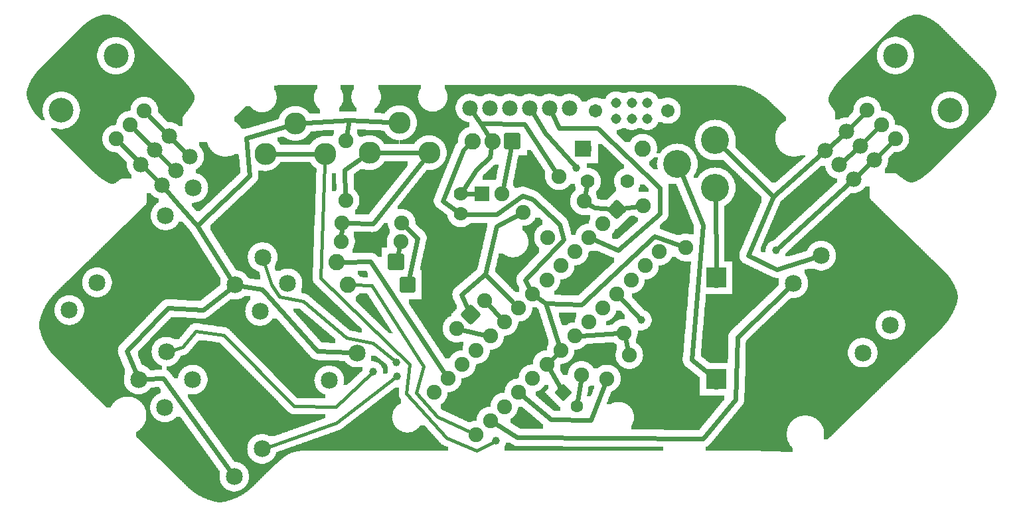
<source format=gbl>
G04 MADE WITH FRITZING*
G04 WWW.FRITZING.ORG*
G04 DOUBLE SIDED*
G04 HOLES PLATED*
G04 CONTOUR ON CENTER OF CONTOUR VECTOR*
%ASAXBY*%
%FSLAX23Y23*%
%MOIN*%
%OFA0B0*%
%SFA1.0B1.0*%
%ADD10C,0.075000*%
%ADD11C,0.039370*%
%ADD12C,0.074667*%
%ADD13C,0.074695*%
%ADD14C,0.124033*%
%ADD15C,0.062992*%
%ADD16C,0.078000*%
%ADD17C,0.082000*%
%ADD18C,0.070000*%
%ADD19C,0.140000*%
%ADD20C,0.100000*%
%ADD21C,0.051496*%
%ADD22C,0.067244*%
%ADD23C,0.110551*%
%ADD24C,0.085000*%
%ADD25R,0.075000X0.075000*%
%ADD26R,0.082000X0.082000*%
%ADD27C,0.024000*%
%ADD28C,0.016000*%
%ADD29C,0.015748*%
%ADD30C,0.020000*%
%ADD31R,0.001000X0.001000*%
%LNCOPPER0*%
G90*
G70*
G54D10*
X4502Y2438D03*
X1442Y2097D03*
X678Y2282D03*
X1972Y2099D03*
X989Y1722D03*
X2977Y1760D03*
X2574Y1740D03*
X4026Y1647D03*
X1773Y1659D03*
X1265Y1643D03*
X3335Y1499D03*
X542Y1351D03*
X2914Y1256D03*
X2483Y1226D03*
X4221Y1540D03*
X2604Y928D03*
X1209Y873D03*
X3301Y1214D03*
X2975Y682D03*
X3088Y800D03*
G54D11*
X1919Y764D03*
X1800Y716D03*
X1922Y695D03*
X2419Y369D03*
G54D12*
X4282Y2029D03*
X4353Y1958D03*
G54D13*
X4424Y1888D03*
G54D14*
X4425Y2305D03*
X4699Y2030D03*
G54D12*
X511Y1887D03*
X581Y1958D03*
G54D13*
X652Y2028D03*
G54D14*
X235Y2029D03*
X510Y2304D03*
G54D11*
X3148Y976D03*
X3824Y1326D03*
G54D15*
X2754Y613D03*
X2824Y543D03*
G54D10*
X3060Y912D03*
X2848Y700D03*
G54D11*
X2822Y1739D03*
G54D16*
X636Y1758D03*
X706Y1829D03*
X777Y1899D03*
X740Y1655D03*
X811Y1726D03*
X881Y1797D03*
X4213Y1685D03*
X4142Y1756D03*
X4071Y1826D03*
X4318Y1781D03*
X4247Y1852D03*
X4177Y1923D03*
G54D10*
X2361Y1075D03*
X2291Y1004D03*
X2220Y933D03*
G54D17*
X2500Y1875D03*
X2400Y1875D03*
X2300Y1875D03*
G54D10*
X2349Y1612D03*
X2449Y1612D03*
G54D18*
X2242Y1509D03*
X2242Y1609D03*
G54D19*
X3519Y1640D03*
X3519Y1880D03*
X3329Y1760D03*
G54D20*
X3524Y678D03*
X3524Y1188D03*
X3524Y678D03*
X3524Y1188D03*
X3524Y678D03*
X3524Y1188D03*
G54D21*
X3021Y2067D03*
X3021Y1988D03*
X3100Y2067D03*
X3100Y1988D03*
X3179Y2067D03*
X3179Y1988D03*
G54D22*
X3281Y2027D03*
X2919Y2027D03*
G54D17*
X2857Y1838D03*
X3155Y1838D03*
G54D10*
X1663Y1576D03*
X1663Y1876D03*
G54D23*
X1933Y1967D03*
X2083Y1816D03*
X1783Y1816D03*
X1411Y1963D03*
X1561Y1812D03*
X1260Y1812D03*
G54D24*
X415Y1165D03*
X276Y1026D03*
X624Y678D03*
X763Y817D03*
X895Y677D03*
X756Y537D03*
X1104Y189D03*
X1243Y329D03*
G54D17*
X1915Y1268D03*
X1617Y1268D03*
X1973Y1154D03*
X1675Y1154D03*
G54D10*
X1645Y1464D03*
X1945Y1464D03*
X1640Y1371D03*
X1940Y1371D03*
G54D24*
X899Y1640D03*
X759Y1501D03*
X1107Y1153D03*
X1247Y1292D03*
X4260Y812D03*
X4399Y951D03*
X4051Y1299D03*
X3912Y1160D03*
X1372Y1160D03*
X1233Y1021D03*
X1581Y673D03*
X1720Y812D03*
G54D10*
X2860Y1573D03*
X2679Y1392D03*
X2735Y1698D03*
X2554Y1517D03*
X3159Y1552D03*
X3371Y1340D03*
G54D18*
X2878Y1673D03*
X3078Y1673D03*
G54D10*
X3026Y1532D03*
X3238Y1320D03*
X2955Y1461D03*
X3168Y1249D03*
X2885Y1391D03*
X3097Y1178D03*
X2814Y1320D03*
X3026Y1108D03*
X2743Y1249D03*
X2955Y1037D03*
X2673Y1178D03*
X2885Y966D03*
X2602Y1108D03*
X2814Y896D03*
X2531Y1037D03*
X2743Y825D03*
X2460Y966D03*
X2673Y754D03*
X2390Y896D03*
X2602Y683D03*
X2319Y825D03*
X2531Y613D03*
X2248Y754D03*
X2460Y542D03*
X2178Y683D03*
X2390Y471D03*
X2107Y613D03*
X2319Y401D03*
G54D16*
X2787Y2041D03*
X2687Y2041D03*
X2587Y2041D03*
X2487Y2041D03*
X2387Y2041D03*
X2287Y2041D03*
G54D25*
X2349Y1612D03*
G54D26*
X2856Y1838D03*
G54D27*
X3067Y884D02*
X3081Y828D01*
D02*
X2896Y473D02*
X2693Y476D01*
D02*
X2693Y476D02*
X2553Y594D01*
D02*
X2965Y655D02*
X2896Y473D01*
D02*
X2739Y1456D02*
X2758Y1381D01*
D02*
X2422Y1506D02*
X2552Y1602D01*
D02*
X2552Y1602D02*
X2600Y1584D01*
D02*
X2564Y1178D02*
X2588Y1133D01*
D02*
X2758Y1381D02*
X2564Y1178D01*
D02*
X2600Y1584D02*
X2739Y1456D01*
D02*
X2268Y1508D02*
X2422Y1506D01*
G54D28*
D02*
X1292Y1153D02*
X1256Y1264D01*
D02*
X1331Y1095D02*
X1292Y1153D01*
D02*
X1450Y1070D02*
X1331Y1095D01*
D02*
X1667Y887D02*
X1450Y1070D01*
D02*
X1800Y859D02*
X1667Y887D01*
D02*
X1909Y773D02*
X1800Y859D01*
D02*
X1050Y900D02*
X911Y920D01*
D02*
X844Y839D02*
X791Y825D01*
D02*
X911Y920D02*
X844Y839D01*
D02*
X1404Y543D02*
X1050Y900D01*
D02*
X1614Y542D02*
X1404Y543D01*
D02*
X1790Y707D02*
X1614Y542D01*
D02*
X1619Y462D02*
X1271Y338D01*
D02*
X1912Y687D02*
X1619Y462D01*
G54D27*
D02*
X3459Y380D02*
X3622Y578D01*
D02*
X2526Y387D02*
X3459Y380D01*
D02*
X3622Y578D02*
X3630Y891D01*
D02*
X3630Y891D02*
X3887Y1136D01*
D02*
X2414Y456D02*
X2526Y387D01*
G54D28*
D02*
X2322Y321D02*
X2170Y384D01*
D02*
X2170Y384D02*
X1969Y606D01*
D02*
X1969Y606D02*
X1985Y754D01*
D02*
X1985Y754D02*
X1537Y1186D01*
D02*
X1537Y1186D02*
X1559Y1762D01*
D02*
X2407Y363D02*
X2322Y321D01*
G54D27*
D02*
X819Y1564D02*
X760Y1632D01*
D02*
X919Y1450D02*
X819Y1564D01*
D02*
X3811Y1598D02*
X3683Y1300D01*
D02*
X3828Y1231D02*
X4018Y1289D01*
D02*
X3683Y1300D02*
X3828Y1231D01*
D02*
X3563Y1837D02*
X3811Y1598D01*
D02*
X3838Y1339D02*
X4191Y1664D01*
D02*
X3135Y990D02*
X3046Y1087D01*
D02*
X2843Y898D02*
X3031Y910D01*
D02*
X2687Y729D02*
X2741Y636D01*
D02*
X2843Y672D02*
X2828Y570D01*
D02*
X2664Y1917D02*
X2603Y2016D01*
D02*
X2810Y1754D02*
X2664Y1917D01*
D02*
X2865Y1601D02*
X2874Y1647D01*
D02*
X4198Y1944D02*
X4260Y2007D01*
D02*
X3811Y1598D02*
X4049Y1806D01*
D02*
X4235Y1705D02*
X4296Y1761D01*
D02*
X4339Y1802D02*
X4401Y1865D01*
D02*
X4094Y1847D02*
X4154Y1902D01*
D02*
X4268Y1873D02*
X4331Y1936D01*
D02*
X4164Y1776D02*
X4225Y1831D01*
D02*
X604Y1935D02*
X685Y1850D01*
D02*
X674Y2005D02*
X756Y1921D01*
D02*
X718Y1676D02*
X657Y1737D01*
D02*
X615Y1779D02*
X533Y1864D01*
D02*
X789Y1747D02*
X728Y1807D01*
D02*
X860Y1818D02*
X798Y1878D01*
D02*
X2693Y774D02*
X2723Y805D01*
D02*
X2420Y1448D02*
X2528Y1504D01*
D02*
X2365Y1208D02*
X2420Y1448D01*
D02*
X2915Y1539D02*
X2998Y1534D01*
D02*
X2884Y1558D02*
X2915Y1539D01*
D02*
X2342Y1964D02*
X2382Y1902D01*
D02*
X2322Y1734D02*
X2389Y1795D01*
D02*
X2389Y1795D02*
X2396Y1844D01*
D02*
X2256Y1631D02*
X2322Y1734D01*
D02*
X2494Y1844D02*
X2455Y1640D01*
D02*
X2268Y1610D02*
X2321Y1611D01*
D02*
X2253Y1831D02*
X2277Y1853D01*
D02*
X2150Y1575D02*
X2253Y1831D01*
D02*
X2221Y1524D02*
X2150Y1575D01*
D02*
X1800Y1462D02*
X1673Y1463D01*
D02*
X2048Y1772D02*
X1800Y1462D01*
D02*
X1681Y1980D02*
X1668Y1904D01*
D02*
X1659Y1732D02*
X1662Y1605D01*
D02*
X1736Y1784D02*
X1659Y1732D01*
D02*
X948Y1028D02*
X770Y1036D01*
D02*
X770Y1036D02*
X563Y821D01*
D02*
X1080Y1131D02*
X948Y1028D01*
D02*
X563Y821D02*
X610Y710D01*
D02*
X1181Y1699D02*
X1163Y1891D01*
D02*
X1163Y1891D02*
X1357Y1947D01*
D02*
X919Y1450D02*
X1181Y1699D01*
D02*
X1089Y1182D02*
X919Y1450D01*
D02*
X2243Y1104D02*
X2365Y1208D01*
D02*
X2278Y1030D02*
X2243Y1104D01*
D02*
X2365Y1208D02*
X2511Y1058D01*
D02*
X2342Y1964D02*
X2561Y1959D01*
D02*
X2561Y1959D02*
X2719Y1722D01*
D02*
X2305Y2017D02*
X2342Y1964D01*
D02*
X1522Y820D02*
X1686Y814D01*
D02*
X1244Y1131D02*
X1522Y820D01*
D02*
X1142Y1147D02*
X1244Y1131D01*
D02*
X748Y684D02*
X1084Y218D01*
D02*
X659Y679D02*
X748Y684D01*
D02*
X3400Y776D02*
X3484Y710D01*
D02*
X3458Y1453D02*
X3400Y776D01*
D02*
X3353Y1703D02*
X3458Y1453D01*
D02*
X3523Y1239D02*
X3520Y1579D01*
D02*
X2026Y1387D02*
X1966Y1444D01*
D02*
X1980Y1185D02*
X2026Y1387D01*
D02*
X1923Y1299D02*
X1933Y1343D01*
D02*
X1789Y1269D02*
X2162Y707D01*
D02*
X1649Y1268D02*
X1789Y1269D01*
G54D28*
D02*
X2125Y492D02*
X2017Y609D01*
D02*
X2056Y743D02*
X1793Y1150D01*
D02*
X2017Y609D02*
X2056Y743D01*
D02*
X1793Y1150D02*
X1701Y1153D01*
D02*
X2298Y410D02*
X2125Y492D01*
G54D27*
D02*
X1681Y1980D02*
X1467Y1967D01*
D02*
X1877Y1970D02*
X1681Y1980D01*
D02*
X1642Y1399D02*
X1643Y1435D01*
D02*
X2441Y987D02*
X2381Y1054D01*
D02*
X1317Y1812D02*
X1504Y1812D01*
D02*
X2027Y1816D02*
X1839Y1816D01*
D02*
X3054Y1536D02*
X3131Y1548D01*
D02*
X2625Y1091D02*
X2669Y1060D01*
D02*
X2669Y1060D02*
X2735Y852D01*
D02*
X2849Y1055D02*
X3213Y1397D01*
D02*
X2669Y1060D02*
X2849Y1055D01*
D02*
X3213Y1397D02*
X3344Y1350D01*
D02*
X2362Y902D02*
X2248Y927D01*
D02*
X2911Y1379D02*
X3031Y1326D01*
D02*
X3031Y1326D02*
X3242Y1512D01*
D02*
X2928Y1942D02*
X2736Y1939D01*
D02*
X2736Y1939D02*
X2700Y2014D01*
D02*
X3242Y1642D02*
X2928Y1942D01*
D02*
X3242Y1512D02*
X3242Y1642D01*
G36*
X4518Y2511D02*
X4518Y2509D01*
X4512Y2509D01*
X4512Y2507D01*
X4504Y2507D01*
X4504Y2505D01*
X4498Y2505D01*
X4498Y2503D01*
X4492Y2503D01*
X4492Y2501D01*
X4488Y2501D01*
X4488Y2499D01*
X4482Y2499D01*
X4482Y2497D01*
X4478Y2497D01*
X4478Y2495D01*
X4474Y2495D01*
X4474Y2493D01*
X4470Y2493D01*
X4470Y2491D01*
X4466Y2491D01*
X4466Y2489D01*
X4462Y2489D01*
X4462Y2487D01*
X4458Y2487D01*
X4458Y2485D01*
X4456Y2485D01*
X4456Y2483D01*
X4452Y2483D01*
X4452Y2481D01*
X4450Y2481D01*
X4450Y2479D01*
X4446Y2479D01*
X4446Y2477D01*
X4444Y2477D01*
X4444Y2475D01*
X4440Y2475D01*
X4440Y2473D01*
X4438Y2473D01*
X4438Y2471D01*
X4434Y2471D01*
X4434Y2469D01*
X4432Y2469D01*
X4432Y2467D01*
X4430Y2467D01*
X4430Y2465D01*
X4428Y2465D01*
X4428Y2463D01*
X4424Y2463D01*
X4424Y2461D01*
X4422Y2461D01*
X4422Y2459D01*
X4420Y2459D01*
X4420Y2457D01*
X4418Y2457D01*
X4418Y2455D01*
X4416Y2455D01*
X4416Y2453D01*
X4414Y2453D01*
X4414Y2451D01*
X4412Y2451D01*
X4412Y2449D01*
X4410Y2449D01*
X4410Y2447D01*
X4408Y2447D01*
X4408Y2445D01*
X4406Y2445D01*
X4406Y2443D01*
X4404Y2443D01*
X4404Y2441D01*
X4402Y2441D01*
X4402Y2439D01*
X4400Y2439D01*
X4400Y2437D01*
X4398Y2437D01*
X4398Y2435D01*
X4396Y2435D01*
X4396Y2433D01*
X4394Y2433D01*
X4394Y2431D01*
X4392Y2431D01*
X4392Y2429D01*
X4390Y2429D01*
X4390Y2427D01*
X4388Y2427D01*
X4388Y2425D01*
X4386Y2425D01*
X4386Y2423D01*
X4384Y2423D01*
X4384Y2421D01*
X4382Y2421D01*
X4382Y2419D01*
X4380Y2419D01*
X4380Y2417D01*
X4378Y2417D01*
X4378Y2415D01*
X4376Y2415D01*
X4376Y2413D01*
X4374Y2413D01*
X4374Y2411D01*
X4372Y2411D01*
X4372Y2409D01*
X4370Y2409D01*
X4370Y2407D01*
X4368Y2407D01*
X4368Y2405D01*
X4366Y2405D01*
X4366Y2403D01*
X4364Y2403D01*
X4364Y2401D01*
X4362Y2401D01*
X4362Y2399D01*
X4436Y2399D01*
X4436Y2397D01*
X4446Y2397D01*
X4446Y2395D01*
X4454Y2395D01*
X4454Y2393D01*
X4460Y2393D01*
X4460Y2391D01*
X4464Y2391D01*
X4464Y2389D01*
X4468Y2389D01*
X4468Y2387D01*
X4472Y2387D01*
X4472Y2385D01*
X4476Y2385D01*
X4476Y2383D01*
X4478Y2383D01*
X4478Y2381D01*
X4480Y2381D01*
X4480Y2379D01*
X4484Y2379D01*
X4484Y2377D01*
X4486Y2377D01*
X4486Y2375D01*
X4488Y2375D01*
X4488Y2373D01*
X4490Y2373D01*
X4490Y2371D01*
X4492Y2371D01*
X4492Y2369D01*
X4494Y2369D01*
X4494Y2367D01*
X4496Y2367D01*
X4496Y2365D01*
X4498Y2365D01*
X4498Y2363D01*
X4500Y2363D01*
X4500Y2359D01*
X4502Y2359D01*
X4502Y2357D01*
X4504Y2357D01*
X4504Y2353D01*
X4506Y2353D01*
X4506Y2349D01*
X4508Y2349D01*
X4508Y2345D01*
X4510Y2345D01*
X4510Y2341D01*
X4512Y2341D01*
X4512Y2337D01*
X4514Y2337D01*
X4514Y2329D01*
X4516Y2329D01*
X4516Y2321D01*
X4518Y2321D01*
X4518Y2289D01*
X4516Y2289D01*
X4516Y2281D01*
X4514Y2281D01*
X4514Y2273D01*
X4512Y2273D01*
X4512Y2269D01*
X4510Y2269D01*
X4510Y2263D01*
X4508Y2263D01*
X4508Y2259D01*
X4506Y2259D01*
X4506Y2257D01*
X4504Y2257D01*
X4504Y2253D01*
X4502Y2253D01*
X4502Y2251D01*
X4500Y2251D01*
X4500Y2247D01*
X4498Y2247D01*
X4498Y2245D01*
X4496Y2245D01*
X4496Y2243D01*
X4494Y2243D01*
X4494Y2241D01*
X4492Y2241D01*
X4492Y2239D01*
X4490Y2239D01*
X4490Y2237D01*
X4488Y2237D01*
X4488Y2235D01*
X4486Y2235D01*
X4486Y2233D01*
X4484Y2233D01*
X4484Y2231D01*
X4482Y2231D01*
X4482Y2229D01*
X4478Y2229D01*
X4478Y2227D01*
X4476Y2227D01*
X4476Y2225D01*
X4472Y2225D01*
X4472Y2223D01*
X4468Y2223D01*
X4468Y2221D01*
X4464Y2221D01*
X4464Y2219D01*
X4460Y2219D01*
X4460Y2217D01*
X4454Y2217D01*
X4454Y2215D01*
X4448Y2215D01*
X4448Y2213D01*
X4438Y2213D01*
X4438Y2211D01*
X4888Y2211D01*
X4888Y2213D01*
X4886Y2213D01*
X4886Y2215D01*
X4884Y2215D01*
X4884Y2217D01*
X4882Y2217D01*
X4882Y2221D01*
X4880Y2221D01*
X4880Y2223D01*
X4878Y2223D01*
X4878Y2225D01*
X4876Y2225D01*
X4876Y2227D01*
X4874Y2227D01*
X4874Y2229D01*
X4872Y2229D01*
X4872Y2231D01*
X4870Y2231D01*
X4870Y2233D01*
X4868Y2233D01*
X4868Y2235D01*
X4866Y2235D01*
X4866Y2237D01*
X4864Y2237D01*
X4864Y2239D01*
X4862Y2239D01*
X4862Y2241D01*
X4860Y2241D01*
X4860Y2243D01*
X4858Y2243D01*
X4858Y2245D01*
X4856Y2245D01*
X4856Y2247D01*
X4854Y2247D01*
X4854Y2249D01*
X4852Y2249D01*
X4852Y2251D01*
X4850Y2251D01*
X4850Y2253D01*
X4848Y2253D01*
X4848Y2255D01*
X4846Y2255D01*
X4846Y2257D01*
X4844Y2257D01*
X4844Y2259D01*
X4842Y2259D01*
X4842Y2261D01*
X4840Y2261D01*
X4840Y2263D01*
X4838Y2263D01*
X4838Y2265D01*
X4836Y2265D01*
X4836Y2267D01*
X4834Y2267D01*
X4834Y2269D01*
X4832Y2269D01*
X4832Y2271D01*
X4830Y2271D01*
X4830Y2273D01*
X4828Y2273D01*
X4828Y2275D01*
X4826Y2275D01*
X4826Y2277D01*
X4824Y2277D01*
X4824Y2279D01*
X4822Y2279D01*
X4822Y2281D01*
X4820Y2281D01*
X4820Y2283D01*
X4818Y2283D01*
X4818Y2285D01*
X4816Y2285D01*
X4816Y2287D01*
X4814Y2287D01*
X4814Y2289D01*
X4812Y2289D01*
X4812Y2291D01*
X4810Y2291D01*
X4810Y2293D01*
X4808Y2293D01*
X4808Y2295D01*
X4806Y2295D01*
X4806Y2297D01*
X4804Y2297D01*
X4804Y2299D01*
X4802Y2299D01*
X4802Y2301D01*
X4800Y2301D01*
X4800Y2303D01*
X4798Y2303D01*
X4798Y2305D01*
X4796Y2305D01*
X4796Y2307D01*
X4794Y2307D01*
X4794Y2309D01*
X4792Y2309D01*
X4792Y2311D01*
X4790Y2311D01*
X4790Y2313D01*
X4788Y2313D01*
X4788Y2315D01*
X4786Y2315D01*
X4786Y2317D01*
X4784Y2317D01*
X4784Y2319D01*
X4782Y2319D01*
X4782Y2321D01*
X4780Y2321D01*
X4780Y2323D01*
X4778Y2323D01*
X4778Y2325D01*
X4776Y2325D01*
X4776Y2327D01*
X4774Y2327D01*
X4774Y2329D01*
X4772Y2329D01*
X4772Y2331D01*
X4770Y2331D01*
X4770Y2333D01*
X4768Y2333D01*
X4768Y2335D01*
X4766Y2335D01*
X4766Y2337D01*
X4764Y2337D01*
X4764Y2339D01*
X4762Y2339D01*
X4762Y2341D01*
X4760Y2341D01*
X4760Y2343D01*
X4758Y2343D01*
X4758Y2345D01*
X4756Y2345D01*
X4756Y2347D01*
X4754Y2347D01*
X4754Y2349D01*
X4752Y2349D01*
X4752Y2351D01*
X4750Y2351D01*
X4750Y2353D01*
X4748Y2353D01*
X4748Y2355D01*
X4746Y2355D01*
X4746Y2357D01*
X4744Y2357D01*
X4744Y2359D01*
X4742Y2359D01*
X4742Y2361D01*
X4740Y2361D01*
X4740Y2363D01*
X4738Y2363D01*
X4738Y2365D01*
X4736Y2365D01*
X4736Y2367D01*
X4734Y2367D01*
X4734Y2369D01*
X4732Y2369D01*
X4732Y2371D01*
X4730Y2371D01*
X4730Y2373D01*
X4728Y2373D01*
X4728Y2375D01*
X4726Y2375D01*
X4726Y2377D01*
X4724Y2377D01*
X4724Y2379D01*
X4722Y2379D01*
X4722Y2381D01*
X4720Y2381D01*
X4720Y2383D01*
X4718Y2383D01*
X4718Y2385D01*
X4716Y2385D01*
X4716Y2387D01*
X4714Y2387D01*
X4714Y2389D01*
X4712Y2389D01*
X4712Y2391D01*
X4710Y2391D01*
X4710Y2393D01*
X4708Y2393D01*
X4708Y2395D01*
X4706Y2395D01*
X4706Y2397D01*
X4704Y2397D01*
X4704Y2399D01*
X4702Y2399D01*
X4702Y2401D01*
X4700Y2401D01*
X4700Y2403D01*
X4698Y2403D01*
X4698Y2405D01*
X4696Y2405D01*
X4696Y2407D01*
X4694Y2407D01*
X4694Y2409D01*
X4692Y2409D01*
X4692Y2411D01*
X4690Y2411D01*
X4690Y2413D01*
X4688Y2413D01*
X4688Y2415D01*
X4686Y2415D01*
X4686Y2417D01*
X4684Y2417D01*
X4684Y2419D01*
X4682Y2419D01*
X4682Y2421D01*
X4680Y2421D01*
X4680Y2423D01*
X4678Y2423D01*
X4678Y2425D01*
X4676Y2425D01*
X4676Y2427D01*
X4674Y2427D01*
X4674Y2429D01*
X4672Y2429D01*
X4672Y2431D01*
X4670Y2431D01*
X4670Y2433D01*
X4668Y2433D01*
X4668Y2435D01*
X4666Y2435D01*
X4666Y2437D01*
X4664Y2437D01*
X4664Y2439D01*
X4662Y2439D01*
X4662Y2441D01*
X4660Y2441D01*
X4660Y2443D01*
X4658Y2443D01*
X4658Y2445D01*
X4656Y2445D01*
X4656Y2447D01*
X4654Y2447D01*
X4654Y2449D01*
X4652Y2449D01*
X4652Y2451D01*
X4650Y2451D01*
X4650Y2453D01*
X4648Y2453D01*
X4648Y2455D01*
X4646Y2455D01*
X4646Y2457D01*
X4644Y2457D01*
X4644Y2459D01*
X4642Y2459D01*
X4642Y2461D01*
X4640Y2461D01*
X4640Y2463D01*
X4636Y2463D01*
X4636Y2465D01*
X4634Y2465D01*
X4634Y2467D01*
X4632Y2467D01*
X4632Y2469D01*
X4630Y2469D01*
X4630Y2471D01*
X4626Y2471D01*
X4626Y2473D01*
X4624Y2473D01*
X4624Y2475D01*
X4620Y2475D01*
X4620Y2477D01*
X4618Y2477D01*
X4618Y2479D01*
X4614Y2479D01*
X4614Y2481D01*
X4612Y2481D01*
X4612Y2483D01*
X4608Y2483D01*
X4608Y2485D01*
X4606Y2485D01*
X4606Y2487D01*
X4602Y2487D01*
X4602Y2489D01*
X4598Y2489D01*
X4598Y2491D01*
X4594Y2491D01*
X4594Y2493D01*
X4590Y2493D01*
X4590Y2495D01*
X4586Y2495D01*
X4586Y2497D01*
X4582Y2497D01*
X4582Y2499D01*
X4576Y2499D01*
X4576Y2501D01*
X4572Y2501D01*
X4572Y2503D01*
X4566Y2503D01*
X4566Y2505D01*
X4560Y2505D01*
X4560Y2507D01*
X4552Y2507D01*
X4552Y2509D01*
X4546Y2509D01*
X4546Y2511D01*
X4518Y2511D01*
G37*
D02*
G36*
X4360Y2399D02*
X4360Y2397D01*
X4358Y2397D01*
X4358Y2395D01*
X4356Y2395D01*
X4356Y2393D01*
X4354Y2393D01*
X4354Y2391D01*
X4352Y2391D01*
X4352Y2389D01*
X4350Y2389D01*
X4350Y2387D01*
X4348Y2387D01*
X4348Y2385D01*
X4346Y2385D01*
X4346Y2383D01*
X4344Y2383D01*
X4344Y2381D01*
X4342Y2381D01*
X4342Y2379D01*
X4340Y2379D01*
X4340Y2377D01*
X4338Y2377D01*
X4338Y2375D01*
X4336Y2375D01*
X4336Y2373D01*
X4334Y2373D01*
X4334Y2371D01*
X4332Y2371D01*
X4332Y2369D01*
X4330Y2369D01*
X4330Y2367D01*
X4328Y2367D01*
X4328Y2365D01*
X4326Y2365D01*
X4326Y2363D01*
X4324Y2363D01*
X4324Y2361D01*
X4322Y2361D01*
X4322Y2359D01*
X4320Y2359D01*
X4320Y2357D01*
X4318Y2357D01*
X4318Y2355D01*
X4316Y2355D01*
X4316Y2353D01*
X4314Y2353D01*
X4314Y2351D01*
X4312Y2351D01*
X4312Y2349D01*
X4310Y2349D01*
X4310Y2347D01*
X4308Y2347D01*
X4308Y2345D01*
X4306Y2345D01*
X4306Y2343D01*
X4304Y2343D01*
X4304Y2341D01*
X4302Y2341D01*
X4302Y2339D01*
X4300Y2339D01*
X4300Y2337D01*
X4298Y2337D01*
X4298Y2335D01*
X4296Y2335D01*
X4296Y2333D01*
X4294Y2333D01*
X4294Y2331D01*
X4292Y2331D01*
X4292Y2329D01*
X4290Y2329D01*
X4290Y2327D01*
X4288Y2327D01*
X4288Y2325D01*
X4286Y2325D01*
X4286Y2323D01*
X4284Y2323D01*
X4284Y2321D01*
X4282Y2321D01*
X4282Y2319D01*
X4280Y2319D01*
X4280Y2317D01*
X4278Y2317D01*
X4278Y2315D01*
X4276Y2315D01*
X4276Y2313D01*
X4274Y2313D01*
X4274Y2311D01*
X4272Y2311D01*
X4272Y2309D01*
X4270Y2309D01*
X4270Y2307D01*
X4268Y2307D01*
X4268Y2305D01*
X4266Y2305D01*
X4266Y2303D01*
X4264Y2303D01*
X4264Y2301D01*
X4262Y2301D01*
X4262Y2299D01*
X4260Y2299D01*
X4260Y2297D01*
X4258Y2297D01*
X4258Y2295D01*
X4256Y2295D01*
X4256Y2293D01*
X4254Y2293D01*
X4254Y2291D01*
X4252Y2291D01*
X4252Y2289D01*
X4250Y2289D01*
X4250Y2287D01*
X4248Y2287D01*
X4248Y2285D01*
X4246Y2285D01*
X4246Y2283D01*
X4244Y2283D01*
X4244Y2281D01*
X4242Y2281D01*
X4242Y2279D01*
X4240Y2279D01*
X4240Y2277D01*
X4238Y2277D01*
X4238Y2275D01*
X4236Y2275D01*
X4236Y2273D01*
X4234Y2273D01*
X4234Y2271D01*
X4232Y2271D01*
X4232Y2269D01*
X4230Y2269D01*
X4230Y2267D01*
X4228Y2267D01*
X4228Y2265D01*
X4226Y2265D01*
X4226Y2263D01*
X4224Y2263D01*
X4224Y2261D01*
X4222Y2261D01*
X4222Y2259D01*
X4220Y2259D01*
X4220Y2257D01*
X4218Y2257D01*
X4218Y2255D01*
X4216Y2255D01*
X4216Y2253D01*
X4214Y2253D01*
X4214Y2251D01*
X4212Y2251D01*
X4212Y2249D01*
X4210Y2249D01*
X4210Y2247D01*
X4208Y2247D01*
X4208Y2245D01*
X4206Y2245D01*
X4206Y2243D01*
X4204Y2243D01*
X4204Y2241D01*
X4202Y2241D01*
X4202Y2239D01*
X4200Y2239D01*
X4200Y2237D01*
X4198Y2237D01*
X4198Y2235D01*
X4196Y2235D01*
X4196Y2233D01*
X4194Y2233D01*
X4194Y2231D01*
X4192Y2231D01*
X4192Y2229D01*
X4190Y2229D01*
X4190Y2227D01*
X4188Y2227D01*
X4188Y2225D01*
X4186Y2225D01*
X4186Y2223D01*
X4184Y2223D01*
X4184Y2221D01*
X4182Y2221D01*
X4182Y2219D01*
X4180Y2219D01*
X4180Y2217D01*
X4178Y2217D01*
X4178Y2215D01*
X4176Y2215D01*
X4176Y2213D01*
X4174Y2213D01*
X4174Y2211D01*
X4412Y2211D01*
X4412Y2213D01*
X4402Y2213D01*
X4402Y2215D01*
X4394Y2215D01*
X4394Y2217D01*
X4388Y2217D01*
X4388Y2219D01*
X4384Y2219D01*
X4384Y2221D01*
X4380Y2221D01*
X4380Y2223D01*
X4376Y2223D01*
X4376Y2225D01*
X4374Y2225D01*
X4374Y2227D01*
X4370Y2227D01*
X4370Y2229D01*
X4368Y2229D01*
X4368Y2231D01*
X4366Y2231D01*
X4366Y2233D01*
X4362Y2233D01*
X4362Y2235D01*
X4360Y2235D01*
X4360Y2237D01*
X4358Y2237D01*
X4358Y2239D01*
X4356Y2239D01*
X4356Y2241D01*
X4354Y2241D01*
X4354Y2243D01*
X4352Y2243D01*
X4352Y2247D01*
X4350Y2247D01*
X4350Y2249D01*
X4348Y2249D01*
X4348Y2251D01*
X4346Y2251D01*
X4346Y2255D01*
X4344Y2255D01*
X4344Y2259D01*
X4342Y2259D01*
X4342Y2261D01*
X4340Y2261D01*
X4340Y2267D01*
X4338Y2267D01*
X4338Y2271D01*
X4336Y2271D01*
X4336Y2277D01*
X4334Y2277D01*
X4334Y2285D01*
X4332Y2285D01*
X4332Y2297D01*
X4330Y2297D01*
X4330Y2313D01*
X4332Y2313D01*
X4332Y2325D01*
X4334Y2325D01*
X4334Y2333D01*
X4336Y2333D01*
X4336Y2339D01*
X4338Y2339D01*
X4338Y2343D01*
X4340Y2343D01*
X4340Y2347D01*
X4342Y2347D01*
X4342Y2351D01*
X4344Y2351D01*
X4344Y2355D01*
X4346Y2355D01*
X4346Y2357D01*
X4348Y2357D01*
X4348Y2361D01*
X4350Y2361D01*
X4350Y2363D01*
X4352Y2363D01*
X4352Y2365D01*
X4354Y2365D01*
X4354Y2367D01*
X4356Y2367D01*
X4356Y2371D01*
X4358Y2371D01*
X4358Y2373D01*
X4360Y2373D01*
X4360Y2375D01*
X4364Y2375D01*
X4364Y2377D01*
X4366Y2377D01*
X4366Y2379D01*
X4368Y2379D01*
X4368Y2381D01*
X4370Y2381D01*
X4370Y2383D01*
X4374Y2383D01*
X4374Y2385D01*
X4378Y2385D01*
X4378Y2387D01*
X4380Y2387D01*
X4380Y2389D01*
X4384Y2389D01*
X4384Y2391D01*
X4390Y2391D01*
X4390Y2393D01*
X4396Y2393D01*
X4396Y2395D01*
X4402Y2395D01*
X4402Y2397D01*
X4414Y2397D01*
X4414Y2399D01*
X4360Y2399D01*
G37*
D02*
G36*
X4172Y2211D02*
X4172Y2209D01*
X4890Y2209D01*
X4890Y2211D01*
X4172Y2211D01*
G37*
D02*
G36*
X4172Y2211D02*
X4172Y2209D01*
X4890Y2209D01*
X4890Y2211D01*
X4172Y2211D01*
G37*
D02*
G36*
X4170Y2209D02*
X4170Y2207D01*
X4168Y2207D01*
X4168Y2205D01*
X4166Y2205D01*
X4166Y2203D01*
X4164Y2203D01*
X4164Y2201D01*
X4162Y2201D01*
X4162Y2199D01*
X4160Y2199D01*
X4160Y2197D01*
X4158Y2197D01*
X4158Y2195D01*
X4156Y2195D01*
X4156Y2193D01*
X4154Y2193D01*
X4154Y2191D01*
X4152Y2191D01*
X4152Y2189D01*
X4150Y2189D01*
X4150Y2185D01*
X4148Y2185D01*
X4148Y2183D01*
X4146Y2183D01*
X4146Y2181D01*
X4144Y2181D01*
X4144Y2179D01*
X4142Y2179D01*
X4142Y2177D01*
X4140Y2177D01*
X4140Y2175D01*
X4138Y2175D01*
X4138Y2173D01*
X4136Y2173D01*
X4136Y2169D01*
X4134Y2169D01*
X4134Y2167D01*
X4132Y2167D01*
X4132Y2165D01*
X4130Y2165D01*
X4130Y2163D01*
X4128Y2163D01*
X4128Y2159D01*
X4126Y2159D01*
X4126Y2157D01*
X4124Y2157D01*
X4124Y2155D01*
X4122Y2155D01*
X4122Y2153D01*
X4120Y2153D01*
X4120Y2149D01*
X4118Y2149D01*
X4118Y2147D01*
X4116Y2147D01*
X4116Y2143D01*
X4114Y2143D01*
X4114Y2141D01*
X4112Y2141D01*
X4112Y2137D01*
X4110Y2137D01*
X4110Y2135D01*
X4108Y2135D01*
X4108Y2131D01*
X4106Y2131D01*
X4106Y2129D01*
X4104Y2129D01*
X4104Y2125D01*
X4704Y2125D01*
X4704Y2123D01*
X4718Y2123D01*
X4718Y2121D01*
X4726Y2121D01*
X4726Y2119D01*
X4732Y2119D01*
X4732Y2117D01*
X4738Y2117D01*
X4738Y2115D01*
X4742Y2115D01*
X4742Y2113D01*
X4746Y2113D01*
X4746Y2111D01*
X4748Y2111D01*
X4748Y2109D01*
X4752Y2109D01*
X4752Y2107D01*
X4754Y2107D01*
X4754Y2105D01*
X4758Y2105D01*
X4758Y2103D01*
X4760Y2103D01*
X4760Y2101D01*
X4762Y2101D01*
X4762Y2099D01*
X4764Y2099D01*
X4764Y2097D01*
X4766Y2097D01*
X4766Y2095D01*
X4768Y2095D01*
X4768Y2093D01*
X4770Y2093D01*
X4770Y2091D01*
X4772Y2091D01*
X4772Y2089D01*
X4774Y2089D01*
X4774Y2085D01*
X4776Y2085D01*
X4776Y2083D01*
X4778Y2083D01*
X4778Y2079D01*
X4780Y2079D01*
X4780Y2077D01*
X4782Y2077D01*
X4782Y2073D01*
X4784Y2073D01*
X4784Y2069D01*
X4786Y2069D01*
X4786Y2063D01*
X4788Y2063D01*
X4788Y2057D01*
X4790Y2057D01*
X4790Y2049D01*
X4792Y2049D01*
X4792Y2031D01*
X4794Y2031D01*
X4794Y2029D01*
X4792Y2029D01*
X4792Y2011D01*
X4790Y2011D01*
X4790Y2003D01*
X4788Y2003D01*
X4788Y1997D01*
X4786Y1997D01*
X4786Y1993D01*
X4784Y1993D01*
X4784Y1989D01*
X4782Y1989D01*
X4782Y1985D01*
X4780Y1985D01*
X4780Y1981D01*
X4778Y1981D01*
X4778Y1977D01*
X4776Y1977D01*
X4776Y1975D01*
X4774Y1975D01*
X4774Y1973D01*
X4772Y1973D01*
X4772Y1969D01*
X4770Y1969D01*
X4770Y1967D01*
X4768Y1967D01*
X4768Y1965D01*
X4766Y1965D01*
X4766Y1963D01*
X4764Y1963D01*
X4764Y1961D01*
X4762Y1961D01*
X4762Y1959D01*
X4760Y1959D01*
X4760Y1957D01*
X4756Y1957D01*
X4756Y1955D01*
X4754Y1955D01*
X4754Y1953D01*
X4752Y1953D01*
X4752Y1951D01*
X4748Y1951D01*
X4748Y1949D01*
X4744Y1949D01*
X4744Y1947D01*
X4740Y1947D01*
X4740Y1945D01*
X4736Y1945D01*
X4736Y1943D01*
X4732Y1943D01*
X4732Y1941D01*
X4724Y1941D01*
X4724Y1939D01*
X4716Y1939D01*
X4716Y1937D01*
X4814Y1937D01*
X4814Y1939D01*
X4816Y1939D01*
X4816Y1941D01*
X4818Y1941D01*
X4818Y1943D01*
X4820Y1943D01*
X4820Y1945D01*
X4822Y1945D01*
X4822Y1947D01*
X4824Y1947D01*
X4824Y1949D01*
X4826Y1949D01*
X4826Y1951D01*
X4828Y1951D01*
X4828Y1953D01*
X4830Y1953D01*
X4830Y1955D01*
X4832Y1955D01*
X4832Y1957D01*
X4834Y1957D01*
X4834Y1959D01*
X4836Y1959D01*
X4836Y1961D01*
X4838Y1961D01*
X4838Y1963D01*
X4840Y1963D01*
X4840Y1965D01*
X4842Y1965D01*
X4842Y1967D01*
X4844Y1967D01*
X4844Y1969D01*
X4846Y1969D01*
X4846Y1971D01*
X4848Y1971D01*
X4848Y1973D01*
X4850Y1973D01*
X4850Y1975D01*
X4852Y1975D01*
X4852Y1977D01*
X4854Y1977D01*
X4854Y1979D01*
X4856Y1979D01*
X4856Y1981D01*
X4858Y1981D01*
X4858Y1983D01*
X4860Y1983D01*
X4860Y1985D01*
X4862Y1985D01*
X4862Y1987D01*
X4864Y1987D01*
X4864Y1989D01*
X4866Y1989D01*
X4866Y1991D01*
X4868Y1991D01*
X4868Y1993D01*
X4870Y1993D01*
X4870Y1995D01*
X4872Y1995D01*
X4872Y1997D01*
X4874Y1997D01*
X4874Y1999D01*
X4876Y1999D01*
X4876Y2001D01*
X4878Y2001D01*
X4878Y2003D01*
X4880Y2003D01*
X4880Y2005D01*
X4882Y2005D01*
X4882Y2007D01*
X4884Y2007D01*
X4884Y2011D01*
X4886Y2011D01*
X4886Y2013D01*
X4888Y2013D01*
X4888Y2015D01*
X4890Y2015D01*
X4890Y2017D01*
X4892Y2017D01*
X4892Y2021D01*
X4894Y2021D01*
X4894Y2023D01*
X4896Y2023D01*
X4896Y2027D01*
X4898Y2027D01*
X4898Y2029D01*
X4900Y2029D01*
X4900Y2033D01*
X4902Y2033D01*
X4902Y2035D01*
X4904Y2035D01*
X4904Y2039D01*
X4906Y2039D01*
X4906Y2043D01*
X4908Y2043D01*
X4908Y2047D01*
X4910Y2047D01*
X4910Y2051D01*
X4912Y2051D01*
X4912Y2055D01*
X4914Y2055D01*
X4914Y2059D01*
X4916Y2059D01*
X4916Y2063D01*
X4918Y2063D01*
X4918Y2067D01*
X4920Y2067D01*
X4920Y2073D01*
X4922Y2073D01*
X4922Y2079D01*
X4924Y2079D01*
X4924Y2085D01*
X4926Y2085D01*
X4926Y2091D01*
X4928Y2091D01*
X4928Y2099D01*
X4930Y2099D01*
X4930Y2127D01*
X4928Y2127D01*
X4928Y2135D01*
X4926Y2135D01*
X4926Y2141D01*
X4924Y2141D01*
X4924Y2147D01*
X4922Y2147D01*
X4922Y2153D01*
X4920Y2153D01*
X4920Y2157D01*
X4918Y2157D01*
X4918Y2163D01*
X4916Y2163D01*
X4916Y2167D01*
X4914Y2167D01*
X4914Y2171D01*
X4912Y2171D01*
X4912Y2175D01*
X4910Y2175D01*
X4910Y2179D01*
X4908Y2179D01*
X4908Y2183D01*
X4906Y2183D01*
X4906Y2187D01*
X4904Y2187D01*
X4904Y2189D01*
X4902Y2189D01*
X4902Y2193D01*
X4900Y2193D01*
X4900Y2197D01*
X4898Y2197D01*
X4898Y2199D01*
X4896Y2199D01*
X4896Y2203D01*
X4894Y2203D01*
X4894Y2205D01*
X4892Y2205D01*
X4892Y2207D01*
X4890Y2207D01*
X4890Y2209D01*
X4170Y2209D01*
G37*
D02*
G36*
X4102Y2125D02*
X4102Y2121D01*
X4100Y2121D01*
X4100Y2119D01*
X4098Y2119D01*
X4098Y2115D01*
X4096Y2115D01*
X4096Y2111D01*
X4094Y2111D01*
X4094Y2107D01*
X4092Y2107D01*
X4092Y2103D01*
X4090Y2103D01*
X4090Y2099D01*
X4292Y2099D01*
X4292Y2097D01*
X4302Y2097D01*
X4302Y2095D01*
X4308Y2095D01*
X4308Y2093D01*
X4312Y2093D01*
X4312Y2091D01*
X4316Y2091D01*
X4316Y2089D01*
X4320Y2089D01*
X4320Y2087D01*
X4322Y2087D01*
X4322Y2085D01*
X4324Y2085D01*
X4324Y2083D01*
X4328Y2083D01*
X4328Y2081D01*
X4330Y2081D01*
X4330Y2079D01*
X4332Y2079D01*
X4332Y2077D01*
X4334Y2077D01*
X4334Y2075D01*
X4336Y2075D01*
X4336Y2071D01*
X4338Y2071D01*
X4338Y2069D01*
X4340Y2069D01*
X4340Y2067D01*
X4342Y2067D01*
X4342Y2063D01*
X4344Y2063D01*
X4344Y2059D01*
X4346Y2059D01*
X4346Y2055D01*
X4348Y2055D01*
X4348Y2047D01*
X4350Y2047D01*
X4350Y2037D01*
X4352Y2037D01*
X4352Y2029D01*
X4356Y2029D01*
X4356Y2027D01*
X4370Y2027D01*
X4370Y2025D01*
X4376Y2025D01*
X4376Y2023D01*
X4382Y2023D01*
X4382Y2021D01*
X4386Y2021D01*
X4386Y2019D01*
X4388Y2019D01*
X4388Y2017D01*
X4392Y2017D01*
X4392Y2015D01*
X4394Y2015D01*
X4394Y2013D01*
X4398Y2013D01*
X4398Y2011D01*
X4400Y2011D01*
X4400Y2009D01*
X4402Y2009D01*
X4402Y2007D01*
X4404Y2007D01*
X4404Y2005D01*
X4406Y2005D01*
X4406Y2003D01*
X4408Y2003D01*
X4408Y1999D01*
X4410Y1999D01*
X4410Y1997D01*
X4412Y1997D01*
X4412Y1993D01*
X4414Y1993D01*
X4414Y1989D01*
X4416Y1989D01*
X4416Y1985D01*
X4418Y1985D01*
X4418Y1979D01*
X4420Y1979D01*
X4420Y1971D01*
X4422Y1971D01*
X4422Y1957D01*
X4436Y1957D01*
X4436Y1955D01*
X4444Y1955D01*
X4444Y1953D01*
X4450Y1953D01*
X4450Y1951D01*
X4454Y1951D01*
X4454Y1949D01*
X4458Y1949D01*
X4458Y1947D01*
X4462Y1947D01*
X4462Y1945D01*
X4464Y1945D01*
X4464Y1943D01*
X4468Y1943D01*
X4468Y1941D01*
X4470Y1941D01*
X4470Y1939D01*
X4472Y1939D01*
X4472Y1937D01*
X4682Y1937D01*
X4682Y1939D01*
X4674Y1939D01*
X4674Y1941D01*
X4668Y1941D01*
X4668Y1943D01*
X4662Y1943D01*
X4662Y1945D01*
X4658Y1945D01*
X4658Y1947D01*
X4654Y1947D01*
X4654Y1949D01*
X4650Y1949D01*
X4650Y1951D01*
X4648Y1951D01*
X4648Y1953D01*
X4644Y1953D01*
X4644Y1955D01*
X4642Y1955D01*
X4642Y1957D01*
X4640Y1957D01*
X4640Y1959D01*
X4636Y1959D01*
X4636Y1961D01*
X4634Y1961D01*
X4634Y1963D01*
X4632Y1963D01*
X4632Y1965D01*
X4630Y1965D01*
X4630Y1967D01*
X4628Y1967D01*
X4628Y1971D01*
X4626Y1971D01*
X4626Y1973D01*
X4624Y1973D01*
X4624Y1975D01*
X4622Y1975D01*
X4622Y1977D01*
X4620Y1977D01*
X4620Y1981D01*
X4618Y1981D01*
X4618Y1985D01*
X4616Y1985D01*
X4616Y1989D01*
X4614Y1989D01*
X4614Y1993D01*
X4612Y1993D01*
X4612Y1997D01*
X4610Y1997D01*
X4610Y2003D01*
X4608Y2003D01*
X4608Y2013D01*
X4606Y2013D01*
X4606Y2049D01*
X4608Y2049D01*
X4608Y2057D01*
X4610Y2057D01*
X4610Y2063D01*
X4612Y2063D01*
X4612Y2067D01*
X4614Y2067D01*
X4614Y2073D01*
X4616Y2073D01*
X4616Y2075D01*
X4618Y2075D01*
X4618Y2079D01*
X4620Y2079D01*
X4620Y2083D01*
X4622Y2083D01*
X4622Y2085D01*
X4624Y2085D01*
X4624Y2089D01*
X4626Y2089D01*
X4626Y2091D01*
X4628Y2091D01*
X4628Y2093D01*
X4630Y2093D01*
X4630Y2095D01*
X4632Y2095D01*
X4632Y2097D01*
X4634Y2097D01*
X4634Y2099D01*
X4636Y2099D01*
X4636Y2101D01*
X4638Y2101D01*
X4638Y2103D01*
X4640Y2103D01*
X4640Y2105D01*
X4644Y2105D01*
X4644Y2107D01*
X4646Y2107D01*
X4646Y2109D01*
X4650Y2109D01*
X4650Y2111D01*
X4652Y2111D01*
X4652Y2113D01*
X4656Y2113D01*
X4656Y2115D01*
X4660Y2115D01*
X4660Y2117D01*
X4666Y2117D01*
X4666Y2119D01*
X4672Y2119D01*
X4672Y2121D01*
X4680Y2121D01*
X4680Y2123D01*
X4694Y2123D01*
X4694Y2125D01*
X4102Y2125D01*
G37*
D02*
G36*
X4090Y2099D02*
X4090Y2097D01*
X4088Y2097D01*
X4088Y2071D01*
X4090Y2071D01*
X4090Y2067D01*
X4092Y2067D01*
X4092Y2063D01*
X4094Y2063D01*
X4094Y2059D01*
X4096Y2059D01*
X4096Y2057D01*
X4098Y2057D01*
X4098Y2053D01*
X4100Y2053D01*
X4100Y2051D01*
X4102Y2051D01*
X4102Y2047D01*
X4104Y2047D01*
X4104Y2045D01*
X4106Y2045D01*
X4106Y2043D01*
X4108Y2043D01*
X4108Y2039D01*
X4110Y2039D01*
X4110Y2037D01*
X4112Y2037D01*
X4112Y2035D01*
X4114Y2035D01*
X4114Y2033D01*
X4116Y2033D01*
X4116Y2029D01*
X4118Y2029D01*
X4118Y2025D01*
X4120Y2025D01*
X4120Y1983D01*
X4140Y1983D01*
X4140Y1985D01*
X4144Y1985D01*
X4144Y1987D01*
X4148Y1987D01*
X4148Y1989D01*
X4154Y1989D01*
X4154Y1991D01*
X4162Y1991D01*
X4162Y1993D01*
X4186Y1993D01*
X4186Y1995D01*
X4188Y1995D01*
X4188Y1997D01*
X4190Y1997D01*
X4190Y1999D01*
X4192Y1999D01*
X4192Y2003D01*
X4194Y2003D01*
X4194Y2005D01*
X4196Y2005D01*
X4196Y2007D01*
X4198Y2007D01*
X4198Y2009D01*
X4200Y2009D01*
X4200Y2011D01*
X4202Y2011D01*
X4202Y2013D01*
X4204Y2013D01*
X4204Y2015D01*
X4206Y2015D01*
X4206Y2017D01*
X4208Y2017D01*
X4208Y2019D01*
X4210Y2019D01*
X4210Y2021D01*
X4212Y2021D01*
X4212Y2031D01*
X4214Y2031D01*
X4214Y2045D01*
X4216Y2045D01*
X4216Y2053D01*
X4218Y2053D01*
X4218Y2057D01*
X4220Y2057D01*
X4220Y2061D01*
X4222Y2061D01*
X4222Y2065D01*
X4224Y2065D01*
X4224Y2069D01*
X4226Y2069D01*
X4226Y2071D01*
X4228Y2071D01*
X4228Y2073D01*
X4230Y2073D01*
X4230Y2077D01*
X4232Y2077D01*
X4232Y2079D01*
X4234Y2079D01*
X4234Y2081D01*
X4238Y2081D01*
X4238Y2083D01*
X4240Y2083D01*
X4240Y2085D01*
X4242Y2085D01*
X4242Y2087D01*
X4246Y2087D01*
X4246Y2089D01*
X4248Y2089D01*
X4248Y2091D01*
X4252Y2091D01*
X4252Y2093D01*
X4256Y2093D01*
X4256Y2095D01*
X4264Y2095D01*
X4264Y2097D01*
X4274Y2097D01*
X4274Y2099D01*
X4090Y2099D01*
G37*
D02*
G36*
X4474Y1937D02*
X4474Y1935D01*
X4812Y1935D01*
X4812Y1937D01*
X4474Y1937D01*
G37*
D02*
G36*
X4474Y1937D02*
X4474Y1935D01*
X4812Y1935D01*
X4812Y1937D01*
X4474Y1937D01*
G37*
D02*
G36*
X4476Y1935D02*
X4476Y1933D01*
X4478Y1933D01*
X4478Y1929D01*
X4480Y1929D01*
X4480Y1927D01*
X4482Y1927D01*
X4482Y1923D01*
X4484Y1923D01*
X4484Y1921D01*
X4486Y1921D01*
X4486Y1917D01*
X4488Y1917D01*
X4488Y1911D01*
X4490Y1911D01*
X4490Y1903D01*
X4492Y1903D01*
X4492Y1889D01*
X4494Y1889D01*
X4494Y1887D01*
X4492Y1887D01*
X4492Y1873D01*
X4490Y1873D01*
X4490Y1865D01*
X4488Y1865D01*
X4488Y1859D01*
X4486Y1859D01*
X4486Y1855D01*
X4484Y1855D01*
X4484Y1853D01*
X4482Y1853D01*
X4482Y1849D01*
X4480Y1849D01*
X4480Y1847D01*
X4478Y1847D01*
X4478Y1843D01*
X4476Y1843D01*
X4476Y1841D01*
X4474Y1841D01*
X4474Y1839D01*
X4472Y1839D01*
X4472Y1837D01*
X4470Y1837D01*
X4470Y1835D01*
X4468Y1835D01*
X4468Y1833D01*
X4464Y1833D01*
X4464Y1831D01*
X4462Y1831D01*
X4462Y1829D01*
X4458Y1829D01*
X4458Y1827D01*
X4454Y1827D01*
X4454Y1825D01*
X4450Y1825D01*
X4450Y1823D01*
X4444Y1823D01*
X4444Y1821D01*
X4436Y1821D01*
X4436Y1819D01*
X4416Y1819D01*
X4416Y1817D01*
X4414Y1817D01*
X4414Y1815D01*
X4412Y1815D01*
X4412Y1813D01*
X4410Y1813D01*
X4410Y1811D01*
X4408Y1811D01*
X4408Y1809D01*
X4406Y1809D01*
X4406Y1807D01*
X4404Y1807D01*
X4404Y1805D01*
X4402Y1805D01*
X4402Y1803D01*
X4400Y1803D01*
X4400Y1801D01*
X4398Y1801D01*
X4398Y1799D01*
X4396Y1799D01*
X4396Y1797D01*
X4394Y1797D01*
X4394Y1795D01*
X4392Y1795D01*
X4392Y1793D01*
X4390Y1793D01*
X4390Y1791D01*
X4388Y1791D01*
X4388Y1767D01*
X4386Y1767D01*
X4386Y1759D01*
X4384Y1759D01*
X4384Y1753D01*
X4382Y1753D01*
X4382Y1749D01*
X4380Y1749D01*
X4380Y1745D01*
X4378Y1745D01*
X4378Y1743D01*
X4376Y1743D01*
X4376Y1739D01*
X4374Y1739D01*
X4374Y1737D01*
X4372Y1737D01*
X4372Y1735D01*
X4370Y1735D01*
X4370Y1715D01*
X4424Y1715D01*
X4424Y1713D01*
X4428Y1713D01*
X4428Y1711D01*
X4432Y1711D01*
X4432Y1709D01*
X4434Y1709D01*
X4434Y1707D01*
X4436Y1707D01*
X4436Y1705D01*
X4438Y1705D01*
X4438Y1703D01*
X4440Y1703D01*
X4440Y1701D01*
X4444Y1701D01*
X4444Y1699D01*
X4446Y1699D01*
X4446Y1697D01*
X4448Y1697D01*
X4448Y1695D01*
X4450Y1695D01*
X4450Y1693D01*
X4454Y1693D01*
X4454Y1691D01*
X4456Y1691D01*
X4456Y1689D01*
X4460Y1689D01*
X4460Y1687D01*
X4462Y1687D01*
X4462Y1685D01*
X4466Y1685D01*
X4466Y1683D01*
X4468Y1683D01*
X4468Y1681D01*
X4472Y1681D01*
X4472Y1679D01*
X4476Y1679D01*
X4476Y1677D01*
X4478Y1677D01*
X4478Y1675D01*
X4482Y1675D01*
X4482Y1673D01*
X4486Y1673D01*
X4486Y1671D01*
X4492Y1671D01*
X4492Y1669D01*
X4496Y1669D01*
X4496Y1667D01*
X4516Y1667D01*
X4516Y1669D01*
X4520Y1669D01*
X4520Y1671D01*
X4524Y1671D01*
X4524Y1673D01*
X4528Y1673D01*
X4528Y1675D01*
X4534Y1675D01*
X4534Y1677D01*
X4536Y1677D01*
X4536Y1679D01*
X4540Y1679D01*
X4540Y1681D01*
X4544Y1681D01*
X4544Y1683D01*
X4548Y1683D01*
X4548Y1685D01*
X4550Y1685D01*
X4550Y1687D01*
X4554Y1687D01*
X4554Y1689D01*
X4556Y1689D01*
X4556Y1691D01*
X4560Y1691D01*
X4560Y1693D01*
X4562Y1693D01*
X4562Y1695D01*
X4566Y1695D01*
X4566Y1697D01*
X4568Y1697D01*
X4568Y1699D01*
X4570Y1699D01*
X4570Y1701D01*
X4572Y1701D01*
X4572Y1703D01*
X4576Y1703D01*
X4576Y1705D01*
X4578Y1705D01*
X4578Y1707D01*
X4580Y1707D01*
X4580Y1709D01*
X4584Y1709D01*
X4584Y1711D01*
X4586Y1711D01*
X4586Y1713D01*
X4588Y1713D01*
X4588Y1715D01*
X4590Y1715D01*
X4590Y1717D01*
X4592Y1717D01*
X4592Y1719D01*
X4594Y1719D01*
X4594Y1721D01*
X4598Y1721D01*
X4598Y1723D01*
X4600Y1723D01*
X4600Y1725D01*
X4602Y1725D01*
X4602Y1727D01*
X4604Y1727D01*
X4604Y1729D01*
X4606Y1729D01*
X4606Y1731D01*
X4608Y1731D01*
X4608Y1733D01*
X4610Y1733D01*
X4610Y1735D01*
X4612Y1735D01*
X4612Y1737D01*
X4614Y1737D01*
X4614Y1739D01*
X4616Y1739D01*
X4616Y1741D01*
X4618Y1741D01*
X4618Y1743D01*
X4620Y1743D01*
X4620Y1745D01*
X4622Y1745D01*
X4622Y1747D01*
X4624Y1747D01*
X4624Y1749D01*
X4626Y1749D01*
X4626Y1751D01*
X4628Y1751D01*
X4628Y1753D01*
X4630Y1753D01*
X4630Y1755D01*
X4632Y1755D01*
X4632Y1757D01*
X4634Y1757D01*
X4634Y1759D01*
X4636Y1759D01*
X4636Y1761D01*
X4638Y1761D01*
X4638Y1763D01*
X4640Y1763D01*
X4640Y1765D01*
X4642Y1765D01*
X4642Y1767D01*
X4644Y1767D01*
X4644Y1769D01*
X4646Y1769D01*
X4646Y1771D01*
X4648Y1771D01*
X4648Y1773D01*
X4650Y1773D01*
X4650Y1775D01*
X4652Y1775D01*
X4652Y1777D01*
X4654Y1777D01*
X4654Y1779D01*
X4656Y1779D01*
X4656Y1781D01*
X4658Y1781D01*
X4658Y1783D01*
X4660Y1783D01*
X4660Y1785D01*
X4662Y1785D01*
X4662Y1787D01*
X4664Y1787D01*
X4664Y1789D01*
X4666Y1789D01*
X4666Y1791D01*
X4668Y1791D01*
X4668Y1793D01*
X4670Y1793D01*
X4670Y1795D01*
X4672Y1795D01*
X4672Y1797D01*
X4674Y1797D01*
X4674Y1799D01*
X4676Y1799D01*
X4676Y1801D01*
X4678Y1801D01*
X4678Y1803D01*
X4680Y1803D01*
X4680Y1805D01*
X4682Y1805D01*
X4682Y1807D01*
X4684Y1807D01*
X4684Y1809D01*
X4686Y1809D01*
X4686Y1811D01*
X4688Y1811D01*
X4688Y1813D01*
X4690Y1813D01*
X4690Y1815D01*
X4692Y1815D01*
X4692Y1817D01*
X4694Y1817D01*
X4694Y1819D01*
X4696Y1819D01*
X4696Y1821D01*
X4698Y1821D01*
X4698Y1823D01*
X4700Y1823D01*
X4700Y1825D01*
X4702Y1825D01*
X4702Y1827D01*
X4704Y1827D01*
X4704Y1829D01*
X4706Y1829D01*
X4706Y1831D01*
X4708Y1831D01*
X4708Y1833D01*
X4710Y1833D01*
X4710Y1835D01*
X4712Y1835D01*
X4712Y1837D01*
X4714Y1837D01*
X4714Y1839D01*
X4716Y1839D01*
X4716Y1841D01*
X4718Y1841D01*
X4718Y1843D01*
X4720Y1843D01*
X4720Y1845D01*
X4722Y1845D01*
X4722Y1847D01*
X4724Y1847D01*
X4724Y1849D01*
X4726Y1849D01*
X4726Y1851D01*
X4728Y1851D01*
X4728Y1853D01*
X4730Y1853D01*
X4730Y1855D01*
X4732Y1855D01*
X4732Y1857D01*
X4734Y1857D01*
X4734Y1859D01*
X4736Y1859D01*
X4736Y1861D01*
X4738Y1861D01*
X4738Y1863D01*
X4740Y1863D01*
X4740Y1865D01*
X4742Y1865D01*
X4742Y1867D01*
X4744Y1867D01*
X4744Y1869D01*
X4746Y1869D01*
X4746Y1871D01*
X4748Y1871D01*
X4748Y1873D01*
X4750Y1873D01*
X4750Y1875D01*
X4752Y1875D01*
X4752Y1877D01*
X4754Y1877D01*
X4754Y1879D01*
X4756Y1879D01*
X4756Y1881D01*
X4758Y1881D01*
X4758Y1883D01*
X4760Y1883D01*
X4760Y1885D01*
X4762Y1885D01*
X4762Y1887D01*
X4764Y1887D01*
X4764Y1889D01*
X4766Y1889D01*
X4766Y1891D01*
X4768Y1891D01*
X4768Y1893D01*
X4770Y1893D01*
X4770Y1895D01*
X4772Y1895D01*
X4772Y1897D01*
X4774Y1897D01*
X4774Y1899D01*
X4776Y1899D01*
X4776Y1901D01*
X4778Y1901D01*
X4778Y1903D01*
X4780Y1903D01*
X4780Y1905D01*
X4782Y1905D01*
X4782Y1907D01*
X4784Y1907D01*
X4784Y1909D01*
X4786Y1909D01*
X4786Y1911D01*
X4788Y1911D01*
X4788Y1913D01*
X4790Y1913D01*
X4790Y1915D01*
X4792Y1915D01*
X4792Y1917D01*
X4794Y1917D01*
X4794Y1919D01*
X4796Y1919D01*
X4796Y1921D01*
X4798Y1921D01*
X4798Y1923D01*
X4800Y1923D01*
X4800Y1925D01*
X4802Y1925D01*
X4802Y1927D01*
X4804Y1927D01*
X4804Y1929D01*
X4806Y1929D01*
X4806Y1931D01*
X4808Y1931D01*
X4808Y1933D01*
X4810Y1933D01*
X4810Y1935D01*
X4476Y1935D01*
G37*
D02*
G36*
X1638Y2157D02*
X1638Y2135D01*
X1640Y2135D01*
X1640Y2133D01*
X1642Y2133D01*
X1642Y2129D01*
X1644Y2129D01*
X1644Y2125D01*
X1646Y2125D01*
X1646Y2121D01*
X1648Y2121D01*
X1648Y2115D01*
X1650Y2115D01*
X1650Y2107D01*
X1652Y2107D01*
X1652Y2079D01*
X1650Y2079D01*
X1650Y2071D01*
X1648Y2071D01*
X1648Y2067D01*
X1646Y2067D01*
X1646Y2061D01*
X1644Y2061D01*
X1644Y2057D01*
X1642Y2057D01*
X1642Y2055D01*
X1640Y2055D01*
X1640Y2051D01*
X1638Y2051D01*
X1638Y2049D01*
X1636Y2049D01*
X1636Y2047D01*
X1634Y2047D01*
X1634Y2043D01*
X1632Y2043D01*
X1632Y2041D01*
X1630Y2041D01*
X1630Y2025D01*
X1690Y2025D01*
X1690Y2023D01*
X1718Y2023D01*
X1718Y2043D01*
X1714Y2043D01*
X1714Y2045D01*
X1712Y2045D01*
X1712Y2049D01*
X1710Y2049D01*
X1710Y2051D01*
X1708Y2051D01*
X1708Y2053D01*
X1706Y2053D01*
X1706Y2055D01*
X1704Y2055D01*
X1704Y2059D01*
X1702Y2059D01*
X1702Y2063D01*
X1700Y2063D01*
X1700Y2067D01*
X1698Y2067D01*
X1698Y2071D01*
X1696Y2071D01*
X1696Y2077D01*
X1694Y2077D01*
X1694Y2087D01*
X1692Y2087D01*
X1692Y2107D01*
X1694Y2107D01*
X1694Y2117D01*
X1696Y2117D01*
X1696Y2123D01*
X1698Y2123D01*
X1698Y2129D01*
X1700Y2129D01*
X1700Y2133D01*
X1702Y2133D01*
X1702Y2135D01*
X1704Y2135D01*
X1704Y2157D01*
X1638Y2157D01*
G37*
D02*
G36*
X1630Y2025D02*
X1630Y2023D01*
X1674Y2023D01*
X1674Y2025D01*
X1630Y2025D01*
G37*
D02*
G36*
X1322Y2157D02*
X1322Y2155D01*
X1304Y2155D01*
X1304Y2135D01*
X1306Y2135D01*
X1306Y2131D01*
X1308Y2131D01*
X1308Y2129D01*
X1310Y2129D01*
X1310Y2125D01*
X1312Y2125D01*
X1312Y2119D01*
X1314Y2119D01*
X1314Y2113D01*
X1316Y2113D01*
X1316Y2103D01*
X1318Y2103D01*
X1318Y2085D01*
X1316Y2085D01*
X1316Y2075D01*
X1314Y2075D01*
X1314Y2067D01*
X1312Y2067D01*
X1312Y2063D01*
X1310Y2063D01*
X1310Y2059D01*
X1308Y2059D01*
X1308Y2055D01*
X1306Y2055D01*
X1306Y2053D01*
X1304Y2053D01*
X1304Y2051D01*
X1422Y2051D01*
X1422Y2049D01*
X1432Y2049D01*
X1432Y2047D01*
X1440Y2047D01*
X1440Y2045D01*
X1444Y2045D01*
X1444Y2043D01*
X1448Y2043D01*
X1448Y2041D01*
X1452Y2041D01*
X1452Y2039D01*
X1456Y2039D01*
X1456Y2037D01*
X1460Y2037D01*
X1460Y2035D01*
X1462Y2035D01*
X1462Y2033D01*
X1464Y2033D01*
X1464Y2031D01*
X1468Y2031D01*
X1468Y2029D01*
X1470Y2029D01*
X1470Y2027D01*
X1472Y2027D01*
X1472Y2025D01*
X1474Y2025D01*
X1474Y2023D01*
X1476Y2023D01*
X1476Y2021D01*
X1478Y2021D01*
X1478Y2017D01*
X1480Y2017D01*
X1480Y2015D01*
X1482Y2015D01*
X1482Y2013D01*
X1514Y2013D01*
X1514Y2015D01*
X1534Y2015D01*
X1534Y2035D01*
X1532Y2035D01*
X1532Y2037D01*
X1530Y2037D01*
X1530Y2039D01*
X1528Y2039D01*
X1528Y2041D01*
X1526Y2041D01*
X1526Y2043D01*
X1524Y2043D01*
X1524Y2045D01*
X1522Y2045D01*
X1522Y2047D01*
X1520Y2047D01*
X1520Y2049D01*
X1518Y2049D01*
X1518Y2053D01*
X1516Y2053D01*
X1516Y2055D01*
X1514Y2055D01*
X1514Y2059D01*
X1512Y2059D01*
X1512Y2063D01*
X1510Y2063D01*
X1510Y2067D01*
X1508Y2067D01*
X1508Y2075D01*
X1506Y2075D01*
X1506Y2085D01*
X1504Y2085D01*
X1504Y2103D01*
X1506Y2103D01*
X1506Y2113D01*
X1508Y2113D01*
X1508Y2119D01*
X1510Y2119D01*
X1510Y2125D01*
X1512Y2125D01*
X1512Y2129D01*
X1514Y2129D01*
X1514Y2131D01*
X1516Y2131D01*
X1516Y2135D01*
X1518Y2135D01*
X1518Y2137D01*
X1520Y2137D01*
X1520Y2157D01*
X1322Y2157D01*
G37*
D02*
G36*
X1162Y2051D02*
X1162Y2049D01*
X1160Y2049D01*
X1160Y2047D01*
X1158Y2047D01*
X1158Y2045D01*
X1156Y2045D01*
X1156Y2043D01*
X1154Y2043D01*
X1154Y2041D01*
X1152Y2041D01*
X1152Y2039D01*
X1150Y2039D01*
X1150Y2037D01*
X1148Y2037D01*
X1148Y2035D01*
X1146Y2035D01*
X1146Y2033D01*
X1144Y2033D01*
X1144Y2031D01*
X1142Y2031D01*
X1142Y2029D01*
X1140Y2029D01*
X1140Y2027D01*
X1138Y2027D01*
X1138Y2025D01*
X1136Y2025D01*
X1136Y2023D01*
X1134Y2023D01*
X1134Y2021D01*
X1132Y2021D01*
X1132Y2019D01*
X1236Y2019D01*
X1236Y2021D01*
X1226Y2021D01*
X1226Y2023D01*
X1218Y2023D01*
X1218Y2025D01*
X1214Y2025D01*
X1214Y2027D01*
X1210Y2027D01*
X1210Y2029D01*
X1206Y2029D01*
X1206Y2031D01*
X1202Y2031D01*
X1202Y2033D01*
X1200Y2033D01*
X1200Y2035D01*
X1198Y2035D01*
X1198Y2037D01*
X1194Y2037D01*
X1194Y2039D01*
X1192Y2039D01*
X1192Y2041D01*
X1190Y2041D01*
X1190Y2043D01*
X1188Y2043D01*
X1188Y2047D01*
X1186Y2047D01*
X1186Y2049D01*
X1184Y2049D01*
X1184Y2051D01*
X1162Y2051D01*
G37*
D02*
G36*
X1304Y2051D02*
X1304Y2049D01*
X1302Y2049D01*
X1302Y2047D01*
X1300Y2047D01*
X1300Y2045D01*
X1298Y2045D01*
X1298Y2043D01*
X1296Y2043D01*
X1296Y2041D01*
X1294Y2041D01*
X1294Y2039D01*
X1292Y2039D01*
X1292Y2037D01*
X1290Y2037D01*
X1290Y2035D01*
X1288Y2035D01*
X1288Y2033D01*
X1284Y2033D01*
X1284Y2031D01*
X1282Y2031D01*
X1282Y2029D01*
X1278Y2029D01*
X1278Y2027D01*
X1274Y2027D01*
X1274Y2025D01*
X1268Y2025D01*
X1268Y2023D01*
X1262Y2023D01*
X1262Y2021D01*
X1252Y2021D01*
X1252Y2019D01*
X1344Y2019D01*
X1344Y2021D01*
X1346Y2021D01*
X1346Y2023D01*
X1348Y2023D01*
X1348Y2025D01*
X1350Y2025D01*
X1350Y2027D01*
X1352Y2027D01*
X1352Y2029D01*
X1354Y2029D01*
X1354Y2031D01*
X1358Y2031D01*
X1358Y2033D01*
X1360Y2033D01*
X1360Y2035D01*
X1362Y2035D01*
X1362Y2037D01*
X1366Y2037D01*
X1366Y2039D01*
X1370Y2039D01*
X1370Y2041D01*
X1374Y2041D01*
X1374Y2043D01*
X1378Y2043D01*
X1378Y2045D01*
X1382Y2045D01*
X1382Y2047D01*
X1390Y2047D01*
X1390Y2049D01*
X1400Y2049D01*
X1400Y2051D01*
X1304Y2051D01*
G37*
D02*
G36*
X1130Y2019D02*
X1130Y2017D01*
X1344Y2017D01*
X1344Y2019D01*
X1130Y2019D01*
G37*
D02*
G36*
X1130Y2019D02*
X1130Y2017D01*
X1344Y2017D01*
X1344Y2019D01*
X1130Y2019D01*
G37*
D02*
G36*
X1128Y2017D02*
X1128Y2015D01*
X1126Y2015D01*
X1126Y2013D01*
X1124Y2013D01*
X1124Y2011D01*
X1122Y2011D01*
X1122Y2009D01*
X1120Y2009D01*
X1120Y2007D01*
X1118Y2007D01*
X1118Y2005D01*
X1116Y2005D01*
X1116Y2003D01*
X1112Y2003D01*
X1112Y2001D01*
X1110Y2001D01*
X1110Y1999D01*
X1108Y1999D01*
X1108Y1997D01*
X1106Y1997D01*
X1106Y1995D01*
X1104Y1995D01*
X1104Y1975D01*
X1106Y1975D01*
X1106Y1973D01*
X1108Y1973D01*
X1108Y1971D01*
X1112Y1971D01*
X1112Y1969D01*
X1114Y1969D01*
X1114Y1967D01*
X1118Y1967D01*
X1118Y1965D01*
X1120Y1965D01*
X1120Y1963D01*
X1122Y1963D01*
X1122Y1961D01*
X1124Y1961D01*
X1124Y1959D01*
X1126Y1959D01*
X1126Y1957D01*
X1128Y1957D01*
X1128Y1955D01*
X1130Y1955D01*
X1130Y1953D01*
X1132Y1953D01*
X1132Y1951D01*
X1134Y1951D01*
X1134Y1947D01*
X1136Y1947D01*
X1136Y1945D01*
X1138Y1945D01*
X1138Y1941D01*
X1140Y1941D01*
X1140Y1939D01*
X1142Y1939D01*
X1142Y1937D01*
X1166Y1937D01*
X1166Y1939D01*
X1172Y1939D01*
X1172Y1941D01*
X1180Y1941D01*
X1180Y1943D01*
X1186Y1943D01*
X1186Y1945D01*
X1192Y1945D01*
X1192Y1947D01*
X1200Y1947D01*
X1200Y1949D01*
X1206Y1949D01*
X1206Y1951D01*
X1214Y1951D01*
X1214Y1953D01*
X1220Y1953D01*
X1220Y1955D01*
X1228Y1955D01*
X1228Y1957D01*
X1234Y1957D01*
X1234Y1959D01*
X1242Y1959D01*
X1242Y1961D01*
X1248Y1961D01*
X1248Y1963D01*
X1254Y1963D01*
X1254Y1965D01*
X1262Y1965D01*
X1262Y1967D01*
X1268Y1967D01*
X1268Y1969D01*
X1276Y1969D01*
X1276Y1971D01*
X1282Y1971D01*
X1282Y1973D01*
X1290Y1973D01*
X1290Y1975D01*
X1296Y1975D01*
X1296Y1977D01*
X1304Y1977D01*
X1304Y1979D01*
X1310Y1979D01*
X1310Y1981D01*
X1316Y1981D01*
X1316Y1983D01*
X1324Y1983D01*
X1324Y1985D01*
X1326Y1985D01*
X1326Y1987D01*
X1328Y1987D01*
X1328Y1993D01*
X1330Y1993D01*
X1330Y1999D01*
X1332Y1999D01*
X1332Y2003D01*
X1334Y2003D01*
X1334Y2007D01*
X1336Y2007D01*
X1336Y2009D01*
X1338Y2009D01*
X1338Y2013D01*
X1340Y2013D01*
X1340Y2015D01*
X1342Y2015D01*
X1342Y2017D01*
X1128Y2017D01*
G37*
D02*
G36*
X446Y2511D02*
X446Y2509D01*
X440Y2509D01*
X440Y2507D01*
X432Y2507D01*
X432Y2505D01*
X426Y2505D01*
X426Y2503D01*
X420Y2503D01*
X420Y2501D01*
X416Y2501D01*
X416Y2499D01*
X410Y2499D01*
X410Y2497D01*
X406Y2497D01*
X406Y2495D01*
X402Y2495D01*
X402Y2493D01*
X398Y2493D01*
X398Y2491D01*
X394Y2491D01*
X394Y2489D01*
X390Y2489D01*
X390Y2487D01*
X386Y2487D01*
X386Y2485D01*
X384Y2485D01*
X384Y2483D01*
X380Y2483D01*
X380Y2481D01*
X378Y2481D01*
X378Y2479D01*
X374Y2479D01*
X374Y2477D01*
X372Y2477D01*
X372Y2475D01*
X368Y2475D01*
X368Y2473D01*
X366Y2473D01*
X366Y2471D01*
X362Y2471D01*
X362Y2469D01*
X360Y2469D01*
X360Y2467D01*
X358Y2467D01*
X358Y2465D01*
X356Y2465D01*
X356Y2463D01*
X354Y2463D01*
X354Y2461D01*
X350Y2461D01*
X350Y2459D01*
X348Y2459D01*
X348Y2457D01*
X346Y2457D01*
X346Y2455D01*
X344Y2455D01*
X344Y2453D01*
X342Y2453D01*
X342Y2451D01*
X340Y2451D01*
X340Y2449D01*
X338Y2449D01*
X338Y2447D01*
X336Y2447D01*
X336Y2445D01*
X334Y2445D01*
X334Y2443D01*
X332Y2443D01*
X332Y2441D01*
X330Y2441D01*
X330Y2439D01*
X328Y2439D01*
X328Y2437D01*
X326Y2437D01*
X326Y2435D01*
X324Y2435D01*
X324Y2433D01*
X322Y2433D01*
X322Y2431D01*
X320Y2431D01*
X320Y2429D01*
X318Y2429D01*
X318Y2427D01*
X316Y2427D01*
X316Y2425D01*
X314Y2425D01*
X314Y2423D01*
X312Y2423D01*
X312Y2421D01*
X310Y2421D01*
X310Y2419D01*
X308Y2419D01*
X308Y2417D01*
X306Y2417D01*
X306Y2415D01*
X304Y2415D01*
X304Y2413D01*
X302Y2413D01*
X302Y2411D01*
X300Y2411D01*
X300Y2409D01*
X298Y2409D01*
X298Y2407D01*
X296Y2407D01*
X296Y2405D01*
X294Y2405D01*
X294Y2403D01*
X292Y2403D01*
X292Y2401D01*
X290Y2401D01*
X290Y2399D01*
X288Y2399D01*
X288Y2397D01*
X528Y2397D01*
X528Y2395D01*
X536Y2395D01*
X536Y2393D01*
X542Y2393D01*
X542Y2391D01*
X548Y2391D01*
X548Y2389D01*
X552Y2389D01*
X552Y2387D01*
X556Y2387D01*
X556Y2385D01*
X560Y2385D01*
X560Y2383D01*
X562Y2383D01*
X562Y2381D01*
X566Y2381D01*
X566Y2379D01*
X568Y2379D01*
X568Y2377D01*
X570Y2377D01*
X570Y2375D01*
X572Y2375D01*
X572Y2373D01*
X574Y2373D01*
X574Y2371D01*
X576Y2371D01*
X576Y2369D01*
X578Y2369D01*
X578Y2367D01*
X580Y2367D01*
X580Y2365D01*
X582Y2365D01*
X582Y2363D01*
X584Y2363D01*
X584Y2361D01*
X586Y2361D01*
X586Y2357D01*
X588Y2357D01*
X588Y2355D01*
X590Y2355D01*
X590Y2351D01*
X592Y2351D01*
X592Y2347D01*
X594Y2347D01*
X594Y2343D01*
X596Y2343D01*
X596Y2339D01*
X598Y2339D01*
X598Y2333D01*
X600Y2333D01*
X600Y2327D01*
X602Y2327D01*
X602Y2315D01*
X604Y2315D01*
X604Y2293D01*
X602Y2293D01*
X602Y2281D01*
X600Y2281D01*
X600Y2275D01*
X598Y2275D01*
X598Y2269D01*
X596Y2269D01*
X596Y2265D01*
X594Y2265D01*
X594Y2261D01*
X592Y2261D01*
X592Y2257D01*
X590Y2257D01*
X590Y2253D01*
X588Y2253D01*
X588Y2251D01*
X586Y2251D01*
X586Y2247D01*
X584Y2247D01*
X584Y2245D01*
X582Y2245D01*
X582Y2243D01*
X580Y2243D01*
X580Y2241D01*
X578Y2241D01*
X578Y2239D01*
X576Y2239D01*
X576Y2237D01*
X574Y2237D01*
X574Y2235D01*
X572Y2235D01*
X572Y2233D01*
X570Y2233D01*
X570Y2231D01*
X568Y2231D01*
X568Y2229D01*
X566Y2229D01*
X566Y2227D01*
X562Y2227D01*
X562Y2225D01*
X560Y2225D01*
X560Y2223D01*
X556Y2223D01*
X556Y2221D01*
X552Y2221D01*
X552Y2219D01*
X548Y2219D01*
X548Y2217D01*
X542Y2217D01*
X542Y2215D01*
X536Y2215D01*
X536Y2213D01*
X528Y2213D01*
X528Y2211D01*
X818Y2211D01*
X818Y2213D01*
X816Y2213D01*
X816Y2215D01*
X814Y2215D01*
X814Y2217D01*
X812Y2217D01*
X812Y2219D01*
X810Y2219D01*
X810Y2221D01*
X808Y2221D01*
X808Y2223D01*
X806Y2223D01*
X806Y2225D01*
X804Y2225D01*
X804Y2227D01*
X802Y2227D01*
X802Y2229D01*
X800Y2229D01*
X800Y2231D01*
X798Y2231D01*
X798Y2233D01*
X796Y2233D01*
X796Y2235D01*
X794Y2235D01*
X794Y2237D01*
X792Y2237D01*
X792Y2239D01*
X790Y2239D01*
X790Y2241D01*
X788Y2241D01*
X788Y2243D01*
X786Y2243D01*
X786Y2245D01*
X784Y2245D01*
X784Y2247D01*
X782Y2247D01*
X782Y2249D01*
X780Y2249D01*
X780Y2251D01*
X778Y2251D01*
X778Y2253D01*
X776Y2253D01*
X776Y2255D01*
X774Y2255D01*
X774Y2257D01*
X772Y2257D01*
X772Y2259D01*
X770Y2259D01*
X770Y2261D01*
X768Y2261D01*
X768Y2263D01*
X766Y2263D01*
X766Y2265D01*
X764Y2265D01*
X764Y2267D01*
X762Y2267D01*
X762Y2269D01*
X760Y2269D01*
X760Y2271D01*
X758Y2271D01*
X758Y2273D01*
X756Y2273D01*
X756Y2275D01*
X754Y2275D01*
X754Y2277D01*
X752Y2277D01*
X752Y2279D01*
X750Y2279D01*
X750Y2281D01*
X748Y2281D01*
X748Y2283D01*
X746Y2283D01*
X746Y2285D01*
X744Y2285D01*
X744Y2287D01*
X742Y2287D01*
X742Y2289D01*
X740Y2289D01*
X740Y2291D01*
X738Y2291D01*
X738Y2293D01*
X736Y2293D01*
X736Y2295D01*
X734Y2295D01*
X734Y2297D01*
X732Y2297D01*
X732Y2299D01*
X730Y2299D01*
X730Y2301D01*
X728Y2301D01*
X728Y2303D01*
X726Y2303D01*
X726Y2305D01*
X724Y2305D01*
X724Y2307D01*
X722Y2307D01*
X722Y2309D01*
X720Y2309D01*
X720Y2311D01*
X718Y2311D01*
X718Y2313D01*
X716Y2313D01*
X716Y2315D01*
X714Y2315D01*
X714Y2317D01*
X712Y2317D01*
X712Y2319D01*
X710Y2319D01*
X710Y2321D01*
X708Y2321D01*
X708Y2323D01*
X706Y2323D01*
X706Y2325D01*
X704Y2325D01*
X704Y2327D01*
X702Y2327D01*
X702Y2329D01*
X700Y2329D01*
X700Y2331D01*
X698Y2331D01*
X698Y2333D01*
X696Y2333D01*
X696Y2335D01*
X694Y2335D01*
X694Y2337D01*
X692Y2337D01*
X692Y2339D01*
X690Y2339D01*
X690Y2341D01*
X688Y2341D01*
X688Y2343D01*
X686Y2343D01*
X686Y2345D01*
X684Y2345D01*
X684Y2347D01*
X682Y2347D01*
X682Y2349D01*
X680Y2349D01*
X680Y2351D01*
X678Y2351D01*
X678Y2353D01*
X676Y2353D01*
X676Y2355D01*
X674Y2355D01*
X674Y2357D01*
X672Y2357D01*
X672Y2359D01*
X670Y2359D01*
X670Y2361D01*
X668Y2361D01*
X668Y2363D01*
X666Y2363D01*
X666Y2365D01*
X664Y2365D01*
X664Y2367D01*
X662Y2367D01*
X662Y2369D01*
X660Y2369D01*
X660Y2371D01*
X658Y2371D01*
X658Y2373D01*
X656Y2373D01*
X656Y2375D01*
X654Y2375D01*
X654Y2377D01*
X652Y2377D01*
X652Y2379D01*
X650Y2379D01*
X650Y2381D01*
X648Y2381D01*
X648Y2383D01*
X646Y2383D01*
X646Y2385D01*
X644Y2385D01*
X644Y2387D01*
X642Y2387D01*
X642Y2389D01*
X640Y2389D01*
X640Y2391D01*
X638Y2391D01*
X638Y2393D01*
X636Y2393D01*
X636Y2395D01*
X634Y2395D01*
X634Y2397D01*
X632Y2397D01*
X632Y2399D01*
X630Y2399D01*
X630Y2401D01*
X628Y2401D01*
X628Y2403D01*
X626Y2403D01*
X626Y2405D01*
X624Y2405D01*
X624Y2407D01*
X622Y2407D01*
X622Y2409D01*
X620Y2409D01*
X620Y2411D01*
X618Y2411D01*
X618Y2413D01*
X616Y2413D01*
X616Y2415D01*
X614Y2415D01*
X614Y2417D01*
X612Y2417D01*
X612Y2419D01*
X610Y2419D01*
X610Y2421D01*
X608Y2421D01*
X608Y2423D01*
X606Y2423D01*
X606Y2425D01*
X604Y2425D01*
X604Y2427D01*
X602Y2427D01*
X602Y2429D01*
X600Y2429D01*
X600Y2431D01*
X598Y2431D01*
X598Y2433D01*
X596Y2433D01*
X596Y2435D01*
X594Y2435D01*
X594Y2437D01*
X592Y2437D01*
X592Y2439D01*
X590Y2439D01*
X590Y2441D01*
X588Y2441D01*
X588Y2443D01*
X586Y2443D01*
X586Y2445D01*
X584Y2445D01*
X584Y2447D01*
X582Y2447D01*
X582Y2449D01*
X580Y2449D01*
X580Y2451D01*
X578Y2451D01*
X578Y2453D01*
X576Y2453D01*
X576Y2455D01*
X574Y2455D01*
X574Y2457D01*
X572Y2457D01*
X572Y2459D01*
X570Y2459D01*
X570Y2461D01*
X568Y2461D01*
X568Y2463D01*
X564Y2463D01*
X564Y2465D01*
X562Y2465D01*
X562Y2467D01*
X560Y2467D01*
X560Y2469D01*
X558Y2469D01*
X558Y2471D01*
X554Y2471D01*
X554Y2473D01*
X552Y2473D01*
X552Y2475D01*
X548Y2475D01*
X548Y2477D01*
X546Y2477D01*
X546Y2479D01*
X544Y2479D01*
X544Y2481D01*
X540Y2481D01*
X540Y2483D01*
X536Y2483D01*
X536Y2485D01*
X534Y2485D01*
X534Y2487D01*
X530Y2487D01*
X530Y2489D01*
X526Y2489D01*
X526Y2491D01*
X522Y2491D01*
X522Y2493D01*
X518Y2493D01*
X518Y2495D01*
X514Y2495D01*
X514Y2497D01*
X510Y2497D01*
X510Y2499D01*
X504Y2499D01*
X504Y2501D01*
X500Y2501D01*
X500Y2503D01*
X494Y2503D01*
X494Y2505D01*
X488Y2505D01*
X488Y2507D01*
X480Y2507D01*
X480Y2509D01*
X474Y2509D01*
X474Y2511D01*
X446Y2511D01*
G37*
D02*
G36*
X286Y2397D02*
X286Y2395D01*
X284Y2395D01*
X284Y2393D01*
X282Y2393D01*
X282Y2391D01*
X280Y2391D01*
X280Y2389D01*
X278Y2389D01*
X278Y2387D01*
X276Y2387D01*
X276Y2385D01*
X274Y2385D01*
X274Y2383D01*
X272Y2383D01*
X272Y2381D01*
X270Y2381D01*
X270Y2379D01*
X268Y2379D01*
X268Y2377D01*
X266Y2377D01*
X266Y2375D01*
X264Y2375D01*
X264Y2373D01*
X262Y2373D01*
X262Y2371D01*
X260Y2371D01*
X260Y2369D01*
X258Y2369D01*
X258Y2367D01*
X256Y2367D01*
X256Y2365D01*
X254Y2365D01*
X254Y2363D01*
X252Y2363D01*
X252Y2361D01*
X250Y2361D01*
X250Y2359D01*
X248Y2359D01*
X248Y2357D01*
X246Y2357D01*
X246Y2355D01*
X244Y2355D01*
X244Y2353D01*
X242Y2353D01*
X242Y2351D01*
X240Y2351D01*
X240Y2349D01*
X238Y2349D01*
X238Y2347D01*
X236Y2347D01*
X236Y2345D01*
X234Y2345D01*
X234Y2343D01*
X232Y2343D01*
X232Y2341D01*
X230Y2341D01*
X230Y2339D01*
X228Y2339D01*
X228Y2337D01*
X226Y2337D01*
X226Y2335D01*
X224Y2335D01*
X224Y2333D01*
X222Y2333D01*
X222Y2331D01*
X220Y2331D01*
X220Y2329D01*
X218Y2329D01*
X218Y2327D01*
X216Y2327D01*
X216Y2325D01*
X214Y2325D01*
X214Y2323D01*
X212Y2323D01*
X212Y2321D01*
X210Y2321D01*
X210Y2319D01*
X208Y2319D01*
X208Y2317D01*
X206Y2317D01*
X206Y2315D01*
X204Y2315D01*
X204Y2313D01*
X202Y2313D01*
X202Y2311D01*
X200Y2311D01*
X200Y2309D01*
X198Y2309D01*
X198Y2307D01*
X196Y2307D01*
X196Y2305D01*
X194Y2305D01*
X194Y2303D01*
X192Y2303D01*
X192Y2301D01*
X190Y2301D01*
X190Y2299D01*
X188Y2299D01*
X188Y2297D01*
X186Y2297D01*
X186Y2295D01*
X184Y2295D01*
X184Y2293D01*
X182Y2293D01*
X182Y2291D01*
X180Y2291D01*
X180Y2289D01*
X178Y2289D01*
X178Y2287D01*
X176Y2287D01*
X176Y2285D01*
X174Y2285D01*
X174Y2283D01*
X172Y2283D01*
X172Y2281D01*
X170Y2281D01*
X170Y2279D01*
X168Y2279D01*
X168Y2277D01*
X166Y2277D01*
X166Y2275D01*
X164Y2275D01*
X164Y2273D01*
X162Y2273D01*
X162Y2271D01*
X160Y2271D01*
X160Y2269D01*
X158Y2269D01*
X158Y2267D01*
X156Y2267D01*
X156Y2265D01*
X154Y2265D01*
X154Y2263D01*
X152Y2263D01*
X152Y2261D01*
X150Y2261D01*
X150Y2259D01*
X148Y2259D01*
X148Y2257D01*
X146Y2257D01*
X146Y2255D01*
X144Y2255D01*
X144Y2253D01*
X142Y2253D01*
X142Y2251D01*
X140Y2251D01*
X140Y2249D01*
X138Y2249D01*
X138Y2247D01*
X136Y2247D01*
X136Y2245D01*
X134Y2245D01*
X134Y2243D01*
X132Y2243D01*
X132Y2241D01*
X130Y2241D01*
X130Y2239D01*
X128Y2239D01*
X128Y2237D01*
X126Y2237D01*
X126Y2235D01*
X124Y2235D01*
X124Y2233D01*
X122Y2233D01*
X122Y2231D01*
X120Y2231D01*
X120Y2229D01*
X118Y2229D01*
X118Y2227D01*
X116Y2227D01*
X116Y2225D01*
X114Y2225D01*
X114Y2223D01*
X112Y2223D01*
X112Y2219D01*
X110Y2219D01*
X110Y2217D01*
X108Y2217D01*
X108Y2215D01*
X106Y2215D01*
X106Y2213D01*
X104Y2213D01*
X104Y2211D01*
X492Y2211D01*
X492Y2213D01*
X484Y2213D01*
X484Y2215D01*
X478Y2215D01*
X478Y2217D01*
X472Y2217D01*
X472Y2219D01*
X468Y2219D01*
X468Y2221D01*
X464Y2221D01*
X464Y2223D01*
X460Y2223D01*
X460Y2225D01*
X458Y2225D01*
X458Y2227D01*
X454Y2227D01*
X454Y2229D01*
X452Y2229D01*
X452Y2231D01*
X450Y2231D01*
X450Y2233D01*
X448Y2233D01*
X448Y2235D01*
X446Y2235D01*
X446Y2237D01*
X444Y2237D01*
X444Y2239D01*
X442Y2239D01*
X442Y2241D01*
X440Y2241D01*
X440Y2243D01*
X438Y2243D01*
X438Y2245D01*
X436Y2245D01*
X436Y2247D01*
X434Y2247D01*
X434Y2251D01*
X432Y2251D01*
X432Y2253D01*
X430Y2253D01*
X430Y2257D01*
X428Y2257D01*
X428Y2259D01*
X426Y2259D01*
X426Y2263D01*
X424Y2263D01*
X424Y2269D01*
X422Y2269D01*
X422Y2273D01*
X420Y2273D01*
X420Y2281D01*
X418Y2281D01*
X418Y2291D01*
X416Y2291D01*
X416Y2317D01*
X418Y2317D01*
X418Y2327D01*
X420Y2327D01*
X420Y2335D01*
X422Y2335D01*
X422Y2339D01*
X424Y2339D01*
X424Y2345D01*
X426Y2345D01*
X426Y2349D01*
X428Y2349D01*
X428Y2351D01*
X430Y2351D01*
X430Y2355D01*
X432Y2355D01*
X432Y2357D01*
X434Y2357D01*
X434Y2361D01*
X436Y2361D01*
X436Y2363D01*
X438Y2363D01*
X438Y2365D01*
X440Y2365D01*
X440Y2367D01*
X442Y2367D01*
X442Y2369D01*
X444Y2369D01*
X444Y2371D01*
X446Y2371D01*
X446Y2373D01*
X448Y2373D01*
X448Y2375D01*
X450Y2375D01*
X450Y2377D01*
X452Y2377D01*
X452Y2379D01*
X454Y2379D01*
X454Y2381D01*
X458Y2381D01*
X458Y2383D01*
X460Y2383D01*
X460Y2385D01*
X464Y2385D01*
X464Y2387D01*
X468Y2387D01*
X468Y2389D01*
X472Y2389D01*
X472Y2391D01*
X478Y2391D01*
X478Y2393D01*
X484Y2393D01*
X484Y2395D01*
X492Y2395D01*
X492Y2397D01*
X286Y2397D01*
G37*
D02*
G36*
X102Y2211D02*
X102Y2209D01*
X820Y2209D01*
X820Y2211D01*
X102Y2211D01*
G37*
D02*
G36*
X102Y2211D02*
X102Y2209D01*
X820Y2209D01*
X820Y2211D01*
X102Y2211D01*
G37*
D02*
G36*
X102Y2209D02*
X102Y2207D01*
X100Y2207D01*
X100Y2205D01*
X98Y2205D01*
X98Y2201D01*
X96Y2201D01*
X96Y2199D01*
X94Y2199D01*
X94Y2195D01*
X92Y2195D01*
X92Y2193D01*
X90Y2193D01*
X90Y2189D01*
X88Y2189D01*
X88Y2187D01*
X86Y2187D01*
X86Y2183D01*
X84Y2183D01*
X84Y2179D01*
X82Y2179D01*
X82Y2175D01*
X80Y2175D01*
X80Y2171D01*
X78Y2171D01*
X78Y2167D01*
X76Y2167D01*
X76Y2163D01*
X74Y2163D01*
X74Y2157D01*
X72Y2157D01*
X72Y2153D01*
X70Y2153D01*
X70Y2147D01*
X68Y2147D01*
X68Y2141D01*
X66Y2141D01*
X66Y2135D01*
X64Y2135D01*
X64Y2127D01*
X62Y2127D01*
X62Y2123D01*
X250Y2123D01*
X250Y2121D01*
X260Y2121D01*
X260Y2119D01*
X266Y2119D01*
X266Y2117D01*
X272Y2117D01*
X272Y2115D01*
X276Y2115D01*
X276Y2113D01*
X280Y2113D01*
X280Y2111D01*
X284Y2111D01*
X284Y2109D01*
X286Y2109D01*
X286Y2107D01*
X290Y2107D01*
X290Y2105D01*
X292Y2105D01*
X292Y2103D01*
X296Y2103D01*
X296Y2101D01*
X298Y2101D01*
X298Y2099D01*
X300Y2099D01*
X300Y2097D01*
X668Y2097D01*
X668Y2095D01*
X676Y2095D01*
X676Y2093D01*
X680Y2093D01*
X680Y2091D01*
X684Y2091D01*
X684Y2089D01*
X688Y2089D01*
X688Y2087D01*
X692Y2087D01*
X692Y2085D01*
X694Y2085D01*
X694Y2083D01*
X696Y2083D01*
X696Y2081D01*
X698Y2081D01*
X698Y2079D01*
X700Y2079D01*
X700Y2077D01*
X702Y2077D01*
X702Y2075D01*
X704Y2075D01*
X704Y2073D01*
X706Y2073D01*
X706Y2071D01*
X708Y2071D01*
X708Y2069D01*
X710Y2069D01*
X710Y2065D01*
X712Y2065D01*
X712Y2061D01*
X714Y2061D01*
X714Y2057D01*
X716Y2057D01*
X716Y2053D01*
X718Y2053D01*
X718Y2047D01*
X720Y2047D01*
X720Y2035D01*
X722Y2035D01*
X722Y2019D01*
X724Y2019D01*
X724Y2017D01*
X726Y2017D01*
X726Y2015D01*
X728Y2015D01*
X728Y2013D01*
X730Y2013D01*
X730Y2011D01*
X732Y2011D01*
X732Y2009D01*
X734Y2009D01*
X734Y2007D01*
X736Y2007D01*
X736Y2005D01*
X738Y2005D01*
X738Y2003D01*
X740Y2003D01*
X740Y2001D01*
X742Y2001D01*
X742Y1999D01*
X744Y1999D01*
X744Y1995D01*
X746Y1995D01*
X746Y1993D01*
X748Y1993D01*
X748Y1991D01*
X750Y1991D01*
X750Y1989D01*
X752Y1989D01*
X752Y1987D01*
X754Y1987D01*
X754Y1985D01*
X756Y1985D01*
X756Y1983D01*
X758Y1983D01*
X758Y1981D01*
X760Y1981D01*
X760Y1979D01*
X762Y1979D01*
X762Y1977D01*
X764Y1977D01*
X764Y1975D01*
X766Y1975D01*
X766Y1973D01*
X768Y1973D01*
X768Y1971D01*
X784Y1971D01*
X784Y1969D01*
X796Y1969D01*
X796Y1967D01*
X802Y1967D01*
X802Y1965D01*
X806Y1965D01*
X806Y1963D01*
X810Y1963D01*
X810Y1961D01*
X814Y1961D01*
X814Y1959D01*
X818Y1959D01*
X818Y1957D01*
X820Y1957D01*
X820Y1955D01*
X822Y1955D01*
X822Y1953D01*
X824Y1953D01*
X824Y1951D01*
X846Y1951D01*
X846Y1997D01*
X848Y1997D01*
X848Y2001D01*
X850Y2001D01*
X850Y2005D01*
X852Y2005D01*
X852Y2007D01*
X854Y2007D01*
X854Y2009D01*
X856Y2009D01*
X856Y2011D01*
X858Y2011D01*
X858Y2013D01*
X860Y2013D01*
X860Y2015D01*
X862Y2015D01*
X862Y2019D01*
X864Y2019D01*
X864Y2021D01*
X866Y2021D01*
X866Y2023D01*
X868Y2023D01*
X868Y2025D01*
X870Y2025D01*
X870Y2029D01*
X872Y2029D01*
X872Y2031D01*
X874Y2031D01*
X874Y2033D01*
X876Y2033D01*
X876Y2037D01*
X878Y2037D01*
X878Y2039D01*
X880Y2039D01*
X880Y2041D01*
X882Y2041D01*
X882Y2045D01*
X884Y2045D01*
X884Y2047D01*
X886Y2047D01*
X886Y2051D01*
X888Y2051D01*
X888Y2053D01*
X890Y2053D01*
X890Y2057D01*
X892Y2057D01*
X892Y2059D01*
X894Y2059D01*
X894Y2063D01*
X896Y2063D01*
X896Y2067D01*
X898Y2067D01*
X898Y2071D01*
X900Y2071D01*
X900Y2075D01*
X902Y2075D01*
X902Y2079D01*
X904Y2079D01*
X904Y2083D01*
X906Y2083D01*
X906Y2103D01*
X904Y2103D01*
X904Y2107D01*
X902Y2107D01*
X902Y2111D01*
X900Y2111D01*
X900Y2115D01*
X898Y2115D01*
X898Y2119D01*
X896Y2119D01*
X896Y2121D01*
X894Y2121D01*
X894Y2125D01*
X892Y2125D01*
X892Y2129D01*
X890Y2129D01*
X890Y2131D01*
X888Y2131D01*
X888Y2135D01*
X886Y2135D01*
X886Y2137D01*
X884Y2137D01*
X884Y2139D01*
X882Y2139D01*
X882Y2143D01*
X880Y2143D01*
X880Y2145D01*
X878Y2145D01*
X878Y2149D01*
X876Y2149D01*
X876Y2151D01*
X874Y2151D01*
X874Y2153D01*
X872Y2153D01*
X872Y2155D01*
X870Y2155D01*
X870Y2157D01*
X868Y2157D01*
X868Y2161D01*
X866Y2161D01*
X866Y2163D01*
X864Y2163D01*
X864Y2165D01*
X862Y2165D01*
X862Y2167D01*
X860Y2167D01*
X860Y2169D01*
X858Y2169D01*
X858Y2171D01*
X856Y2171D01*
X856Y2175D01*
X854Y2175D01*
X854Y2177D01*
X852Y2177D01*
X852Y2179D01*
X850Y2179D01*
X850Y2181D01*
X848Y2181D01*
X848Y2183D01*
X846Y2183D01*
X846Y2185D01*
X844Y2185D01*
X844Y2187D01*
X842Y2187D01*
X842Y2189D01*
X840Y2189D01*
X840Y2191D01*
X838Y2191D01*
X838Y2193D01*
X836Y2193D01*
X836Y2195D01*
X834Y2195D01*
X834Y2197D01*
X832Y2197D01*
X832Y2199D01*
X830Y2199D01*
X830Y2201D01*
X828Y2201D01*
X828Y2203D01*
X826Y2203D01*
X826Y2205D01*
X824Y2205D01*
X824Y2207D01*
X822Y2207D01*
X822Y2209D01*
X102Y2209D01*
G37*
D02*
G36*
X62Y2123D02*
X62Y2099D01*
X64Y2099D01*
X64Y2091D01*
X66Y2091D01*
X66Y2085D01*
X68Y2085D01*
X68Y2079D01*
X70Y2079D01*
X70Y2073D01*
X72Y2073D01*
X72Y2067D01*
X74Y2067D01*
X74Y2063D01*
X76Y2063D01*
X76Y2059D01*
X78Y2059D01*
X78Y2055D01*
X80Y2055D01*
X80Y2051D01*
X82Y2051D01*
X82Y2047D01*
X84Y2047D01*
X84Y2043D01*
X86Y2043D01*
X86Y2039D01*
X88Y2039D01*
X88Y2035D01*
X90Y2035D01*
X90Y2033D01*
X92Y2033D01*
X92Y2029D01*
X94Y2029D01*
X94Y2027D01*
X96Y2027D01*
X96Y2023D01*
X98Y2023D01*
X98Y2021D01*
X100Y2021D01*
X100Y2019D01*
X102Y2019D01*
X102Y2015D01*
X104Y2015D01*
X104Y2013D01*
X106Y2013D01*
X106Y2011D01*
X108Y2011D01*
X108Y2007D01*
X110Y2007D01*
X110Y2005D01*
X112Y2005D01*
X112Y2003D01*
X114Y2003D01*
X114Y2001D01*
X116Y2001D01*
X116Y1999D01*
X118Y1999D01*
X118Y1997D01*
X120Y1997D01*
X120Y1995D01*
X122Y1995D01*
X122Y1993D01*
X124Y1993D01*
X124Y1991D01*
X126Y1991D01*
X126Y1989D01*
X128Y1989D01*
X128Y1987D01*
X130Y1987D01*
X130Y1985D01*
X132Y1985D01*
X132Y1983D01*
X134Y1983D01*
X134Y1981D01*
X136Y1981D01*
X136Y1979D01*
X156Y1979D01*
X156Y1981D01*
X154Y1981D01*
X154Y1985D01*
X152Y1985D01*
X152Y1989D01*
X150Y1989D01*
X150Y1993D01*
X148Y1993D01*
X148Y1997D01*
X146Y1997D01*
X146Y2005D01*
X144Y2005D01*
X144Y2013D01*
X142Y2013D01*
X142Y2045D01*
X144Y2045D01*
X144Y2055D01*
X146Y2055D01*
X146Y2061D01*
X148Y2061D01*
X148Y2067D01*
X150Y2067D01*
X150Y2071D01*
X152Y2071D01*
X152Y2075D01*
X154Y2075D01*
X154Y2077D01*
X156Y2077D01*
X156Y2081D01*
X158Y2081D01*
X158Y2085D01*
X160Y2085D01*
X160Y2087D01*
X162Y2087D01*
X162Y2089D01*
X164Y2089D01*
X164Y2091D01*
X166Y2091D01*
X166Y2093D01*
X168Y2093D01*
X168Y2095D01*
X170Y2095D01*
X170Y2097D01*
X172Y2097D01*
X172Y2099D01*
X174Y2099D01*
X174Y2101D01*
X176Y2101D01*
X176Y2103D01*
X178Y2103D01*
X178Y2105D01*
X182Y2105D01*
X182Y2107D01*
X184Y2107D01*
X184Y2109D01*
X188Y2109D01*
X188Y2111D01*
X190Y2111D01*
X190Y2113D01*
X194Y2113D01*
X194Y2115D01*
X198Y2115D01*
X198Y2117D01*
X204Y2117D01*
X204Y2119D01*
X210Y2119D01*
X210Y2121D01*
X220Y2121D01*
X220Y2123D01*
X62Y2123D01*
G37*
D02*
G36*
X302Y2097D02*
X302Y2095D01*
X304Y2095D01*
X304Y2093D01*
X306Y2093D01*
X306Y2091D01*
X308Y2091D01*
X308Y2087D01*
X310Y2087D01*
X310Y2085D01*
X312Y2085D01*
X312Y2083D01*
X314Y2083D01*
X314Y2079D01*
X316Y2079D01*
X316Y2075D01*
X318Y2075D01*
X318Y2073D01*
X320Y2073D01*
X320Y2067D01*
X322Y2067D01*
X322Y2063D01*
X324Y2063D01*
X324Y2057D01*
X326Y2057D01*
X326Y2049D01*
X328Y2049D01*
X328Y2037D01*
X330Y2037D01*
X330Y2023D01*
X328Y2023D01*
X328Y2009D01*
X326Y2009D01*
X326Y2001D01*
X324Y2001D01*
X324Y1995D01*
X322Y1995D01*
X322Y1991D01*
X320Y1991D01*
X320Y1987D01*
X318Y1987D01*
X318Y1983D01*
X316Y1983D01*
X316Y1979D01*
X314Y1979D01*
X314Y1977D01*
X312Y1977D01*
X312Y1973D01*
X310Y1973D01*
X310Y1971D01*
X308Y1971D01*
X308Y1969D01*
X306Y1969D01*
X306Y1967D01*
X304Y1967D01*
X304Y1965D01*
X302Y1965D01*
X302Y1963D01*
X300Y1963D01*
X300Y1961D01*
X298Y1961D01*
X298Y1959D01*
X296Y1959D01*
X296Y1957D01*
X294Y1957D01*
X294Y1955D01*
X292Y1955D01*
X292Y1953D01*
X288Y1953D01*
X288Y1951D01*
X286Y1951D01*
X286Y1949D01*
X282Y1949D01*
X282Y1947D01*
X278Y1947D01*
X278Y1945D01*
X274Y1945D01*
X274Y1943D01*
X270Y1943D01*
X270Y1941D01*
X264Y1941D01*
X264Y1939D01*
X256Y1939D01*
X256Y1937D01*
X244Y1937D01*
X244Y1935D01*
X462Y1935D01*
X462Y1937D01*
X464Y1937D01*
X464Y1939D01*
X466Y1939D01*
X466Y1941D01*
X468Y1941D01*
X468Y1943D01*
X472Y1943D01*
X472Y1945D01*
X474Y1945D01*
X474Y1947D01*
X478Y1947D01*
X478Y1949D01*
X482Y1949D01*
X482Y1951D01*
X486Y1951D01*
X486Y1953D01*
X492Y1953D01*
X492Y1955D01*
X504Y1955D01*
X504Y1957D01*
X512Y1957D01*
X512Y1967D01*
X514Y1967D01*
X514Y1977D01*
X516Y1977D01*
X516Y1983D01*
X518Y1983D01*
X518Y1987D01*
X520Y1987D01*
X520Y1991D01*
X522Y1991D01*
X522Y1995D01*
X524Y1995D01*
X524Y1997D01*
X526Y1997D01*
X526Y2001D01*
X528Y2001D01*
X528Y2003D01*
X530Y2003D01*
X530Y2005D01*
X532Y2005D01*
X532Y2007D01*
X534Y2007D01*
X534Y2009D01*
X536Y2009D01*
X536Y2011D01*
X538Y2011D01*
X538Y2013D01*
X540Y2013D01*
X540Y2015D01*
X544Y2015D01*
X544Y2017D01*
X548Y2017D01*
X548Y2019D01*
X550Y2019D01*
X550Y2021D01*
X556Y2021D01*
X556Y2023D01*
X560Y2023D01*
X560Y2025D01*
X570Y2025D01*
X570Y2027D01*
X582Y2027D01*
X582Y2031D01*
X584Y2031D01*
X584Y2045D01*
X586Y2045D01*
X586Y2053D01*
X588Y2053D01*
X588Y2057D01*
X590Y2057D01*
X590Y2061D01*
X592Y2061D01*
X592Y2065D01*
X594Y2065D01*
X594Y2067D01*
X596Y2067D01*
X596Y2071D01*
X598Y2071D01*
X598Y2073D01*
X600Y2073D01*
X600Y2075D01*
X602Y2075D01*
X602Y2077D01*
X604Y2077D01*
X604Y2079D01*
X606Y2079D01*
X606Y2081D01*
X608Y2081D01*
X608Y2083D01*
X610Y2083D01*
X610Y2085D01*
X614Y2085D01*
X614Y2087D01*
X616Y2087D01*
X616Y2089D01*
X620Y2089D01*
X620Y2091D01*
X624Y2091D01*
X624Y2093D01*
X630Y2093D01*
X630Y2095D01*
X636Y2095D01*
X636Y2097D01*
X302Y2097D01*
G37*
D02*
G36*
X184Y1941D02*
X184Y1935D01*
X226Y1935D01*
X226Y1937D01*
X214Y1937D01*
X214Y1939D01*
X206Y1939D01*
X206Y1941D01*
X184Y1941D01*
G37*
D02*
G36*
X184Y1935D02*
X184Y1933D01*
X460Y1933D01*
X460Y1935D01*
X184Y1935D01*
G37*
D02*
G36*
X184Y1935D02*
X184Y1933D01*
X460Y1933D01*
X460Y1935D01*
X184Y1935D01*
G37*
D02*
G36*
X184Y1933D02*
X184Y1931D01*
X186Y1931D01*
X186Y1929D01*
X188Y1929D01*
X188Y1927D01*
X190Y1927D01*
X190Y1925D01*
X192Y1925D01*
X192Y1923D01*
X194Y1923D01*
X194Y1921D01*
X196Y1921D01*
X196Y1919D01*
X198Y1919D01*
X198Y1917D01*
X200Y1917D01*
X200Y1915D01*
X202Y1915D01*
X202Y1913D01*
X204Y1913D01*
X204Y1911D01*
X206Y1911D01*
X206Y1909D01*
X208Y1909D01*
X208Y1907D01*
X210Y1907D01*
X210Y1905D01*
X212Y1905D01*
X212Y1903D01*
X214Y1903D01*
X214Y1901D01*
X216Y1901D01*
X216Y1899D01*
X218Y1899D01*
X218Y1897D01*
X220Y1897D01*
X220Y1895D01*
X222Y1895D01*
X222Y1893D01*
X224Y1893D01*
X224Y1891D01*
X226Y1891D01*
X226Y1889D01*
X228Y1889D01*
X228Y1887D01*
X230Y1887D01*
X230Y1885D01*
X232Y1885D01*
X232Y1883D01*
X234Y1883D01*
X234Y1881D01*
X236Y1881D01*
X236Y1879D01*
X238Y1879D01*
X238Y1877D01*
X240Y1877D01*
X240Y1875D01*
X242Y1875D01*
X242Y1873D01*
X244Y1873D01*
X244Y1871D01*
X246Y1871D01*
X246Y1869D01*
X248Y1869D01*
X248Y1867D01*
X250Y1867D01*
X250Y1865D01*
X252Y1865D01*
X252Y1863D01*
X254Y1863D01*
X254Y1861D01*
X256Y1861D01*
X256Y1859D01*
X258Y1859D01*
X258Y1857D01*
X260Y1857D01*
X260Y1855D01*
X262Y1855D01*
X262Y1853D01*
X264Y1853D01*
X264Y1851D01*
X266Y1851D01*
X266Y1849D01*
X268Y1849D01*
X268Y1847D01*
X270Y1847D01*
X270Y1845D01*
X272Y1845D01*
X272Y1843D01*
X274Y1843D01*
X274Y1841D01*
X276Y1841D01*
X276Y1839D01*
X278Y1839D01*
X278Y1837D01*
X280Y1837D01*
X280Y1835D01*
X282Y1835D01*
X282Y1833D01*
X284Y1833D01*
X284Y1831D01*
X286Y1831D01*
X286Y1829D01*
X288Y1829D01*
X288Y1827D01*
X290Y1827D01*
X290Y1825D01*
X292Y1825D01*
X292Y1823D01*
X294Y1823D01*
X294Y1821D01*
X296Y1821D01*
X296Y1819D01*
X298Y1819D01*
X298Y1817D01*
X300Y1817D01*
X300Y1815D01*
X302Y1815D01*
X302Y1813D01*
X304Y1813D01*
X304Y1811D01*
X306Y1811D01*
X306Y1809D01*
X308Y1809D01*
X308Y1807D01*
X310Y1807D01*
X310Y1805D01*
X312Y1805D01*
X312Y1803D01*
X314Y1803D01*
X314Y1801D01*
X316Y1801D01*
X316Y1799D01*
X318Y1799D01*
X318Y1797D01*
X320Y1797D01*
X320Y1795D01*
X322Y1795D01*
X322Y1793D01*
X324Y1793D01*
X324Y1791D01*
X326Y1791D01*
X326Y1789D01*
X328Y1789D01*
X328Y1787D01*
X330Y1787D01*
X330Y1785D01*
X332Y1785D01*
X332Y1783D01*
X334Y1783D01*
X334Y1781D01*
X336Y1781D01*
X336Y1779D01*
X338Y1779D01*
X338Y1777D01*
X340Y1777D01*
X340Y1775D01*
X342Y1775D01*
X342Y1773D01*
X344Y1773D01*
X344Y1771D01*
X346Y1771D01*
X346Y1769D01*
X348Y1769D01*
X348Y1767D01*
X350Y1767D01*
X350Y1765D01*
X352Y1765D01*
X352Y1763D01*
X354Y1763D01*
X354Y1761D01*
X356Y1761D01*
X356Y1759D01*
X358Y1759D01*
X358Y1757D01*
X360Y1757D01*
X360Y1755D01*
X362Y1755D01*
X362Y1753D01*
X364Y1753D01*
X364Y1751D01*
X366Y1751D01*
X366Y1749D01*
X368Y1749D01*
X368Y1747D01*
X370Y1747D01*
X370Y1745D01*
X372Y1745D01*
X372Y1743D01*
X374Y1743D01*
X374Y1741D01*
X376Y1741D01*
X376Y1739D01*
X378Y1739D01*
X378Y1737D01*
X380Y1737D01*
X380Y1735D01*
X382Y1735D01*
X382Y1733D01*
X384Y1733D01*
X384Y1731D01*
X386Y1731D01*
X386Y1729D01*
X388Y1729D01*
X388Y1727D01*
X390Y1727D01*
X390Y1725D01*
X392Y1725D01*
X392Y1723D01*
X394Y1723D01*
X394Y1721D01*
X398Y1721D01*
X398Y1719D01*
X400Y1719D01*
X400Y1717D01*
X402Y1717D01*
X402Y1715D01*
X404Y1715D01*
X404Y1713D01*
X406Y1713D01*
X406Y1711D01*
X408Y1711D01*
X408Y1709D01*
X410Y1709D01*
X410Y1707D01*
X414Y1707D01*
X414Y1705D01*
X416Y1705D01*
X416Y1703D01*
X418Y1703D01*
X418Y1701D01*
X420Y1701D01*
X420Y1699D01*
X422Y1699D01*
X422Y1697D01*
X426Y1697D01*
X426Y1695D01*
X428Y1695D01*
X428Y1693D01*
X430Y1693D01*
X430Y1691D01*
X434Y1691D01*
X434Y1689D01*
X436Y1689D01*
X436Y1687D01*
X438Y1687D01*
X438Y1685D01*
X442Y1685D01*
X442Y1683D01*
X444Y1683D01*
X444Y1681D01*
X448Y1681D01*
X448Y1679D01*
X450Y1679D01*
X450Y1677D01*
X454Y1677D01*
X454Y1675D01*
X458Y1675D01*
X458Y1673D01*
X460Y1673D01*
X460Y1671D01*
X464Y1671D01*
X464Y1669D01*
X468Y1669D01*
X468Y1667D01*
X472Y1667D01*
X472Y1665D01*
X476Y1665D01*
X476Y1663D01*
X480Y1663D01*
X480Y1661D01*
X502Y1661D01*
X502Y1663D01*
X506Y1663D01*
X506Y1665D01*
X510Y1665D01*
X510Y1667D01*
X512Y1667D01*
X512Y1669D01*
X516Y1669D01*
X516Y1671D01*
X518Y1671D01*
X518Y1673D01*
X522Y1673D01*
X522Y1675D01*
X524Y1675D01*
X524Y1677D01*
X526Y1677D01*
X526Y1679D01*
X528Y1679D01*
X528Y1681D01*
X530Y1681D01*
X530Y1683D01*
X534Y1683D01*
X534Y1685D01*
X538Y1685D01*
X538Y1687D01*
X588Y1687D01*
X588Y1707D01*
X586Y1707D01*
X586Y1709D01*
X584Y1709D01*
X584Y1711D01*
X582Y1711D01*
X582Y1713D01*
X580Y1713D01*
X580Y1715D01*
X578Y1715D01*
X578Y1719D01*
X576Y1719D01*
X576Y1721D01*
X574Y1721D01*
X574Y1725D01*
X572Y1725D01*
X572Y1729D01*
X570Y1729D01*
X570Y1733D01*
X568Y1733D01*
X568Y1741D01*
X566Y1741D01*
X566Y1753D01*
X564Y1753D01*
X564Y1769D01*
X562Y1769D01*
X562Y1773D01*
X560Y1773D01*
X560Y1775D01*
X558Y1775D01*
X558Y1777D01*
X556Y1777D01*
X556Y1779D01*
X554Y1779D01*
X554Y1781D01*
X552Y1781D01*
X552Y1783D01*
X550Y1783D01*
X550Y1785D01*
X548Y1785D01*
X548Y1787D01*
X546Y1787D01*
X546Y1789D01*
X544Y1789D01*
X544Y1791D01*
X542Y1791D01*
X542Y1793D01*
X540Y1793D01*
X540Y1795D01*
X538Y1795D01*
X538Y1797D01*
X536Y1797D01*
X536Y1799D01*
X534Y1799D01*
X534Y1801D01*
X532Y1801D01*
X532Y1803D01*
X530Y1803D01*
X530Y1805D01*
X528Y1805D01*
X528Y1807D01*
X526Y1807D01*
X526Y1809D01*
X524Y1809D01*
X524Y1811D01*
X522Y1811D01*
X522Y1813D01*
X520Y1813D01*
X520Y1815D01*
X518Y1815D01*
X518Y1817D01*
X508Y1817D01*
X508Y1819D01*
X494Y1819D01*
X494Y1821D01*
X488Y1821D01*
X488Y1823D01*
X482Y1823D01*
X482Y1825D01*
X478Y1825D01*
X478Y1827D01*
X474Y1827D01*
X474Y1829D01*
X472Y1829D01*
X472Y1831D01*
X468Y1831D01*
X468Y1833D01*
X466Y1833D01*
X466Y1835D01*
X464Y1835D01*
X464Y1837D01*
X462Y1837D01*
X462Y1839D01*
X460Y1839D01*
X460Y1841D01*
X458Y1841D01*
X458Y1843D01*
X456Y1843D01*
X456Y1847D01*
X454Y1847D01*
X454Y1849D01*
X452Y1849D01*
X452Y1853D01*
X450Y1853D01*
X450Y1855D01*
X448Y1855D01*
X448Y1861D01*
X446Y1861D01*
X446Y1865D01*
X444Y1865D01*
X444Y1873D01*
X442Y1873D01*
X442Y1901D01*
X444Y1901D01*
X444Y1909D01*
X446Y1909D01*
X446Y1915D01*
X448Y1915D01*
X448Y1919D01*
X450Y1919D01*
X450Y1923D01*
X452Y1923D01*
X452Y1925D01*
X454Y1925D01*
X454Y1929D01*
X456Y1929D01*
X456Y1931D01*
X458Y1931D01*
X458Y1933D01*
X184Y1933D01*
G37*
D02*
G36*
X1828Y2157D02*
X1828Y2135D01*
X1830Y2135D01*
X1830Y2133D01*
X1832Y2133D01*
X1832Y2129D01*
X1834Y2129D01*
X1834Y2125D01*
X1836Y2125D01*
X1836Y2119D01*
X1838Y2119D01*
X1838Y2109D01*
X1840Y2109D01*
X1840Y2085D01*
X1838Y2085D01*
X1838Y2077D01*
X1836Y2077D01*
X1836Y2071D01*
X1834Y2071D01*
X1834Y2065D01*
X1832Y2065D01*
X1832Y2061D01*
X1830Y2061D01*
X1830Y2059D01*
X1828Y2059D01*
X1828Y2055D01*
X1942Y2055D01*
X1942Y2053D01*
X1954Y2053D01*
X1954Y2051D01*
X1960Y2051D01*
X1960Y2049D01*
X1966Y2049D01*
X1966Y2047D01*
X1970Y2047D01*
X1970Y2045D01*
X1974Y2045D01*
X1974Y2043D01*
X1978Y2043D01*
X1978Y2041D01*
X1982Y2041D01*
X1982Y2039D01*
X1984Y2039D01*
X1984Y2037D01*
X1986Y2037D01*
X1986Y2035D01*
X1990Y2035D01*
X1990Y2033D01*
X1992Y2033D01*
X1992Y2031D01*
X1994Y2031D01*
X1994Y2029D01*
X1996Y2029D01*
X1996Y2027D01*
X1998Y2027D01*
X1998Y2025D01*
X2000Y2025D01*
X2000Y2023D01*
X2090Y2023D01*
X2090Y2025D01*
X2082Y2025D01*
X2082Y2027D01*
X2074Y2027D01*
X2074Y2029D01*
X2070Y2029D01*
X2070Y2031D01*
X2066Y2031D01*
X2066Y2033D01*
X2062Y2033D01*
X2062Y2035D01*
X2060Y2035D01*
X2060Y2037D01*
X2056Y2037D01*
X2056Y2039D01*
X2054Y2039D01*
X2054Y2041D01*
X2052Y2041D01*
X2052Y2043D01*
X2050Y2043D01*
X2050Y2045D01*
X2048Y2045D01*
X2048Y2047D01*
X2046Y2047D01*
X2046Y2049D01*
X2044Y2049D01*
X2044Y2051D01*
X2042Y2051D01*
X2042Y2053D01*
X2040Y2053D01*
X2040Y2057D01*
X2038Y2057D01*
X2038Y2061D01*
X2036Y2061D01*
X2036Y2063D01*
X2034Y2063D01*
X2034Y2067D01*
X2032Y2067D01*
X2032Y2073D01*
X2030Y2073D01*
X2030Y2079D01*
X2028Y2079D01*
X2028Y2093D01*
X2026Y2093D01*
X2026Y2101D01*
X2028Y2101D01*
X2028Y2115D01*
X2030Y2115D01*
X2030Y2121D01*
X2032Y2121D01*
X2032Y2127D01*
X2034Y2127D01*
X2034Y2131D01*
X2036Y2131D01*
X2036Y2135D01*
X2038Y2135D01*
X2038Y2137D01*
X2040Y2137D01*
X2040Y2157D01*
X1828Y2157D01*
G37*
D02*
G36*
X2162Y2157D02*
X2162Y2137D01*
X2164Y2137D01*
X2164Y2133D01*
X2166Y2133D01*
X2166Y2131D01*
X2168Y2131D01*
X2168Y2125D01*
X3188Y2125D01*
X3188Y2123D01*
X3196Y2123D01*
X3196Y2121D01*
X3202Y2121D01*
X3202Y2119D01*
X3206Y2119D01*
X3206Y2117D01*
X3208Y2117D01*
X3208Y2115D01*
X3212Y2115D01*
X3212Y2113D01*
X3214Y2113D01*
X3214Y2111D01*
X3216Y2111D01*
X3216Y2109D01*
X3220Y2109D01*
X3220Y2105D01*
X3222Y2105D01*
X3222Y2103D01*
X3224Y2103D01*
X3224Y2101D01*
X3226Y2101D01*
X3226Y2099D01*
X3228Y2099D01*
X3228Y2095D01*
X3230Y2095D01*
X3230Y2093D01*
X3294Y2093D01*
X3294Y2091D01*
X3302Y2091D01*
X3302Y2089D01*
X3306Y2089D01*
X3306Y2087D01*
X3310Y2087D01*
X3310Y2085D01*
X3314Y2085D01*
X3314Y2083D01*
X3318Y2083D01*
X3318Y2081D01*
X3320Y2081D01*
X3320Y2079D01*
X3322Y2079D01*
X3322Y2077D01*
X3326Y2077D01*
X3326Y2075D01*
X3328Y2075D01*
X3328Y2073D01*
X3330Y2073D01*
X3330Y2071D01*
X3332Y2071D01*
X3332Y2067D01*
X3334Y2067D01*
X3334Y2065D01*
X3336Y2065D01*
X3336Y2061D01*
X3338Y2061D01*
X3338Y2059D01*
X3340Y2059D01*
X3340Y2055D01*
X3342Y2055D01*
X3342Y2049D01*
X3344Y2049D01*
X3344Y2043D01*
X3346Y2043D01*
X3346Y2013D01*
X3344Y2013D01*
X3344Y2007D01*
X3342Y2007D01*
X3342Y2001D01*
X3340Y2001D01*
X3340Y1997D01*
X3338Y1997D01*
X3338Y1993D01*
X3336Y1993D01*
X3336Y1991D01*
X3334Y1991D01*
X3334Y1987D01*
X3332Y1987D01*
X3332Y1985D01*
X3330Y1985D01*
X3330Y1983D01*
X3522Y1983D01*
X3522Y1981D01*
X3540Y1981D01*
X3540Y1979D01*
X3548Y1979D01*
X3548Y1977D01*
X3554Y1977D01*
X3554Y1975D01*
X3558Y1975D01*
X3558Y1973D01*
X3562Y1973D01*
X3562Y1971D01*
X3566Y1971D01*
X3566Y1969D01*
X3570Y1969D01*
X3570Y1967D01*
X3574Y1967D01*
X3574Y1965D01*
X3576Y1965D01*
X3576Y1963D01*
X3580Y1963D01*
X3580Y1961D01*
X3582Y1961D01*
X3582Y1959D01*
X3584Y1959D01*
X3584Y1957D01*
X3586Y1957D01*
X3586Y1955D01*
X3590Y1955D01*
X3590Y1953D01*
X3592Y1953D01*
X3592Y1951D01*
X3594Y1951D01*
X3594Y1947D01*
X3596Y1947D01*
X3596Y1945D01*
X3598Y1945D01*
X3598Y1943D01*
X3600Y1943D01*
X3600Y1941D01*
X3602Y1941D01*
X3602Y1937D01*
X3604Y1937D01*
X3604Y1935D01*
X3606Y1935D01*
X3606Y1931D01*
X3608Y1931D01*
X3608Y1927D01*
X3610Y1927D01*
X3610Y1923D01*
X3612Y1923D01*
X3612Y1919D01*
X3614Y1919D01*
X3614Y1913D01*
X3616Y1913D01*
X3616Y1907D01*
X3618Y1907D01*
X3618Y1899D01*
X3620Y1899D01*
X3620Y1843D01*
X3622Y1843D01*
X3622Y1841D01*
X3624Y1841D01*
X3624Y1839D01*
X3626Y1839D01*
X3626Y1837D01*
X3628Y1837D01*
X3628Y1835D01*
X3630Y1835D01*
X3630Y1833D01*
X3632Y1833D01*
X3632Y1831D01*
X3634Y1831D01*
X3634Y1829D01*
X3636Y1829D01*
X3636Y1827D01*
X3638Y1827D01*
X3638Y1825D01*
X3640Y1825D01*
X3640Y1823D01*
X3642Y1823D01*
X3642Y1821D01*
X3644Y1821D01*
X3644Y1819D01*
X3646Y1819D01*
X3646Y1817D01*
X3648Y1817D01*
X3648Y1815D01*
X3650Y1815D01*
X3650Y1813D01*
X3652Y1813D01*
X3652Y1811D01*
X3654Y1811D01*
X3654Y1809D01*
X3656Y1809D01*
X3656Y1807D01*
X3660Y1807D01*
X3660Y1805D01*
X3662Y1805D01*
X3662Y1803D01*
X3664Y1803D01*
X3664Y1801D01*
X3666Y1801D01*
X3666Y1799D01*
X3668Y1799D01*
X3668Y1797D01*
X3902Y1797D01*
X3902Y1799D01*
X3892Y1799D01*
X3892Y1801D01*
X3884Y1801D01*
X3884Y1803D01*
X3880Y1803D01*
X3880Y1805D01*
X3874Y1805D01*
X3874Y1807D01*
X3870Y1807D01*
X3870Y1809D01*
X3868Y1809D01*
X3868Y1811D01*
X3864Y1811D01*
X3864Y1813D01*
X3862Y1813D01*
X3862Y1815D01*
X3858Y1815D01*
X3858Y1817D01*
X3856Y1817D01*
X3856Y1819D01*
X3854Y1819D01*
X3854Y1821D01*
X3850Y1821D01*
X3850Y1823D01*
X3848Y1823D01*
X3848Y1825D01*
X3846Y1825D01*
X3846Y1829D01*
X3844Y1829D01*
X3844Y1831D01*
X3842Y1831D01*
X3842Y1833D01*
X3840Y1833D01*
X3840Y1835D01*
X3838Y1835D01*
X3838Y1839D01*
X3836Y1839D01*
X3836Y1841D01*
X3834Y1841D01*
X3834Y1845D01*
X3832Y1845D01*
X3832Y1849D01*
X3830Y1849D01*
X3830Y1853D01*
X3828Y1853D01*
X3828Y1857D01*
X3826Y1857D01*
X3826Y1863D01*
X3824Y1863D01*
X3824Y1869D01*
X3822Y1869D01*
X3822Y1881D01*
X3820Y1881D01*
X3820Y1903D01*
X3822Y1903D01*
X3822Y1913D01*
X3824Y1913D01*
X3824Y1921D01*
X3826Y1921D01*
X3826Y1927D01*
X3828Y1927D01*
X3828Y1931D01*
X3830Y1931D01*
X3830Y1935D01*
X3832Y1935D01*
X3832Y1939D01*
X3834Y1939D01*
X3834Y1941D01*
X3836Y1941D01*
X3836Y1945D01*
X3838Y1945D01*
X3838Y1947D01*
X3840Y1947D01*
X3840Y1951D01*
X3842Y1951D01*
X3842Y1953D01*
X3844Y1953D01*
X3844Y1955D01*
X3846Y1955D01*
X3846Y1957D01*
X3848Y1957D01*
X3848Y1959D01*
X3850Y1959D01*
X3850Y1961D01*
X3852Y1961D01*
X3852Y1963D01*
X3854Y1963D01*
X3854Y1965D01*
X3856Y1965D01*
X3856Y1967D01*
X3860Y1967D01*
X3860Y1969D01*
X3862Y1969D01*
X3862Y1971D01*
X3866Y1971D01*
X3866Y1973D01*
X3868Y1973D01*
X3868Y1975D01*
X3872Y1975D01*
X3872Y1977D01*
X3874Y1977D01*
X3874Y1997D01*
X3872Y1997D01*
X3872Y1999D01*
X3870Y1999D01*
X3870Y2001D01*
X3868Y2001D01*
X3868Y2003D01*
X3866Y2003D01*
X3866Y2005D01*
X3864Y2005D01*
X3864Y2007D01*
X3862Y2007D01*
X3862Y2009D01*
X3860Y2009D01*
X3860Y2011D01*
X3858Y2011D01*
X3858Y2013D01*
X3856Y2013D01*
X3856Y2015D01*
X3854Y2015D01*
X3854Y2017D01*
X3852Y2017D01*
X3852Y2019D01*
X3850Y2019D01*
X3850Y2021D01*
X3848Y2021D01*
X3848Y2023D01*
X3846Y2023D01*
X3846Y2025D01*
X3844Y2025D01*
X3844Y2027D01*
X3842Y2027D01*
X3842Y2029D01*
X3840Y2029D01*
X3840Y2031D01*
X3838Y2031D01*
X3838Y2033D01*
X3836Y2033D01*
X3836Y2035D01*
X3834Y2035D01*
X3834Y2037D01*
X3832Y2037D01*
X3832Y2039D01*
X3830Y2039D01*
X3830Y2041D01*
X3828Y2041D01*
X3828Y2043D01*
X3826Y2043D01*
X3826Y2045D01*
X3822Y2045D01*
X3822Y2047D01*
X3820Y2047D01*
X3820Y2049D01*
X3818Y2049D01*
X3818Y2051D01*
X3816Y2051D01*
X3816Y2053D01*
X3814Y2053D01*
X3814Y2055D01*
X3812Y2055D01*
X3812Y2057D01*
X3810Y2057D01*
X3810Y2059D01*
X3808Y2059D01*
X3808Y2061D01*
X3806Y2061D01*
X3806Y2063D01*
X3804Y2063D01*
X3804Y2065D01*
X3802Y2065D01*
X3802Y2067D01*
X3800Y2067D01*
X3800Y2069D01*
X3798Y2069D01*
X3798Y2071D01*
X3796Y2071D01*
X3796Y2073D01*
X3794Y2073D01*
X3794Y2075D01*
X3792Y2075D01*
X3792Y2077D01*
X3790Y2077D01*
X3790Y2079D01*
X3788Y2079D01*
X3788Y2081D01*
X3786Y2081D01*
X3786Y2083D01*
X3784Y2083D01*
X3784Y2085D01*
X3782Y2085D01*
X3782Y2087D01*
X3778Y2087D01*
X3778Y2089D01*
X3776Y2089D01*
X3776Y2091D01*
X3774Y2091D01*
X3774Y2093D01*
X3770Y2093D01*
X3770Y2095D01*
X3768Y2095D01*
X3768Y2097D01*
X3764Y2097D01*
X3764Y2099D01*
X3762Y2099D01*
X3762Y2101D01*
X3758Y2101D01*
X3758Y2103D01*
X3756Y2103D01*
X3756Y2105D01*
X3752Y2105D01*
X3752Y2107D01*
X3750Y2107D01*
X3750Y2109D01*
X3746Y2109D01*
X3746Y2111D01*
X3744Y2111D01*
X3744Y2113D01*
X3740Y2113D01*
X3740Y2115D01*
X3736Y2115D01*
X3736Y2117D01*
X3734Y2117D01*
X3734Y2119D01*
X3730Y2119D01*
X3730Y2121D01*
X3726Y2121D01*
X3726Y2123D01*
X3724Y2123D01*
X3724Y2125D01*
X3720Y2125D01*
X3720Y2127D01*
X3716Y2127D01*
X3716Y2129D01*
X3714Y2129D01*
X3714Y2131D01*
X3710Y2131D01*
X3710Y2133D01*
X3706Y2133D01*
X3706Y2135D01*
X3702Y2135D01*
X3702Y2137D01*
X3698Y2137D01*
X3698Y2139D01*
X3694Y2139D01*
X3694Y2141D01*
X3688Y2141D01*
X3688Y2143D01*
X3684Y2143D01*
X3684Y2145D01*
X3678Y2145D01*
X3678Y2147D01*
X3672Y2147D01*
X3672Y2149D01*
X3664Y2149D01*
X3664Y2151D01*
X3656Y2151D01*
X3656Y2153D01*
X3644Y2153D01*
X3644Y2155D01*
X3628Y2155D01*
X3628Y2157D01*
X2162Y2157D01*
G37*
D02*
G36*
X2170Y2125D02*
X2170Y2121D01*
X2172Y2121D01*
X2172Y2113D01*
X2796Y2113D01*
X2796Y2111D01*
X2806Y2111D01*
X2806Y2109D01*
X2812Y2109D01*
X2812Y2107D01*
X2816Y2107D01*
X2816Y2105D01*
X2820Y2105D01*
X2820Y2103D01*
X2824Y2103D01*
X2824Y2101D01*
X2828Y2101D01*
X2828Y2099D01*
X2830Y2099D01*
X2830Y2097D01*
X2832Y2097D01*
X2832Y2095D01*
X2834Y2095D01*
X2834Y2093D01*
X2932Y2093D01*
X2932Y2091D01*
X2938Y2091D01*
X2938Y2089D01*
X2944Y2089D01*
X2944Y2087D01*
X2968Y2087D01*
X2968Y2091D01*
X2970Y2091D01*
X2970Y2095D01*
X2972Y2095D01*
X2972Y2099D01*
X2974Y2099D01*
X2974Y2101D01*
X2976Y2101D01*
X2976Y2103D01*
X2978Y2103D01*
X2978Y2107D01*
X2980Y2107D01*
X2980Y2109D01*
X2984Y2109D01*
X2984Y2111D01*
X2986Y2111D01*
X2986Y2113D01*
X2988Y2113D01*
X2988Y2115D01*
X2992Y2115D01*
X2992Y2117D01*
X2994Y2117D01*
X2994Y2119D01*
X2998Y2119D01*
X2998Y2121D01*
X3004Y2121D01*
X3004Y2123D01*
X3012Y2123D01*
X3012Y2125D01*
X2170Y2125D01*
G37*
D02*
G36*
X3030Y2125D02*
X3030Y2123D01*
X3038Y2123D01*
X3038Y2121D01*
X3044Y2121D01*
X3044Y2119D01*
X3048Y2119D01*
X3048Y2117D01*
X3074Y2117D01*
X3074Y2119D01*
X3078Y2119D01*
X3078Y2121D01*
X3082Y2121D01*
X3082Y2123D01*
X3092Y2123D01*
X3092Y2125D01*
X3030Y2125D01*
G37*
D02*
G36*
X3108Y2125D02*
X3108Y2123D01*
X3118Y2123D01*
X3118Y2121D01*
X3122Y2121D01*
X3122Y2119D01*
X3126Y2119D01*
X3126Y2117D01*
X3152Y2117D01*
X3152Y2119D01*
X3156Y2119D01*
X3156Y2121D01*
X3162Y2121D01*
X3162Y2123D01*
X3170Y2123D01*
X3170Y2125D01*
X3108Y2125D01*
G37*
D02*
G36*
X2174Y2113D02*
X2174Y2081D01*
X2172Y2081D01*
X2172Y2075D01*
X2170Y2075D01*
X2170Y2069D01*
X2168Y2069D01*
X2168Y2065D01*
X2166Y2065D01*
X2166Y2061D01*
X2164Y2061D01*
X2164Y2057D01*
X2162Y2057D01*
X2162Y2055D01*
X2160Y2055D01*
X2160Y2051D01*
X2158Y2051D01*
X2158Y2049D01*
X2156Y2049D01*
X2156Y2047D01*
X2154Y2047D01*
X2154Y2045D01*
X2152Y2045D01*
X2152Y2043D01*
X2150Y2043D01*
X2150Y2041D01*
X2148Y2041D01*
X2148Y2039D01*
X2144Y2039D01*
X2144Y2037D01*
X2142Y2037D01*
X2142Y2035D01*
X2138Y2035D01*
X2138Y2033D01*
X2136Y2033D01*
X2136Y2031D01*
X2132Y2031D01*
X2132Y2029D01*
X2126Y2029D01*
X2126Y2027D01*
X2120Y2027D01*
X2120Y2025D01*
X2110Y2025D01*
X2110Y2023D01*
X2218Y2023D01*
X2218Y2031D01*
X2216Y2031D01*
X2216Y2053D01*
X2218Y2053D01*
X2218Y2061D01*
X2220Y2061D01*
X2220Y2067D01*
X2222Y2067D01*
X2222Y2071D01*
X2224Y2071D01*
X2224Y2075D01*
X2226Y2075D01*
X2226Y2079D01*
X2228Y2079D01*
X2228Y2083D01*
X2230Y2083D01*
X2230Y2085D01*
X2232Y2085D01*
X2232Y2087D01*
X2234Y2087D01*
X2234Y2089D01*
X2236Y2089D01*
X2236Y2091D01*
X2238Y2091D01*
X2238Y2093D01*
X2240Y2093D01*
X2240Y2095D01*
X2242Y2095D01*
X2242Y2097D01*
X2244Y2097D01*
X2244Y2099D01*
X2248Y2099D01*
X2248Y2101D01*
X2250Y2101D01*
X2250Y2103D01*
X2254Y2103D01*
X2254Y2105D01*
X2258Y2105D01*
X2258Y2107D01*
X2262Y2107D01*
X2262Y2109D01*
X2268Y2109D01*
X2268Y2111D01*
X2278Y2111D01*
X2278Y2113D01*
X2174Y2113D01*
G37*
D02*
G36*
X2296Y2113D02*
X2296Y2111D01*
X2306Y2111D01*
X2306Y2109D01*
X2312Y2109D01*
X2312Y2107D01*
X2316Y2107D01*
X2316Y2105D01*
X2320Y2105D01*
X2320Y2103D01*
X2324Y2103D01*
X2324Y2101D01*
X2328Y2101D01*
X2328Y2099D01*
X2348Y2099D01*
X2348Y2101D01*
X2350Y2101D01*
X2350Y2103D01*
X2354Y2103D01*
X2354Y2105D01*
X2358Y2105D01*
X2358Y2107D01*
X2362Y2107D01*
X2362Y2109D01*
X2368Y2109D01*
X2368Y2111D01*
X2378Y2111D01*
X2378Y2113D01*
X2296Y2113D01*
G37*
D02*
G36*
X2396Y2113D02*
X2396Y2111D01*
X2406Y2111D01*
X2406Y2109D01*
X2412Y2109D01*
X2412Y2107D01*
X2416Y2107D01*
X2416Y2105D01*
X2420Y2105D01*
X2420Y2103D01*
X2424Y2103D01*
X2424Y2101D01*
X2428Y2101D01*
X2428Y2099D01*
X2448Y2099D01*
X2448Y2101D01*
X2450Y2101D01*
X2450Y2103D01*
X2454Y2103D01*
X2454Y2105D01*
X2458Y2105D01*
X2458Y2107D01*
X2462Y2107D01*
X2462Y2109D01*
X2468Y2109D01*
X2468Y2111D01*
X2478Y2111D01*
X2478Y2113D01*
X2396Y2113D01*
G37*
D02*
G36*
X2496Y2113D02*
X2496Y2111D01*
X2506Y2111D01*
X2506Y2109D01*
X2512Y2109D01*
X2512Y2107D01*
X2516Y2107D01*
X2516Y2105D01*
X2520Y2105D01*
X2520Y2103D01*
X2524Y2103D01*
X2524Y2101D01*
X2528Y2101D01*
X2528Y2099D01*
X2548Y2099D01*
X2548Y2101D01*
X2550Y2101D01*
X2550Y2103D01*
X2554Y2103D01*
X2554Y2105D01*
X2558Y2105D01*
X2558Y2107D01*
X2562Y2107D01*
X2562Y2109D01*
X2568Y2109D01*
X2568Y2111D01*
X2578Y2111D01*
X2578Y2113D01*
X2496Y2113D01*
G37*
D02*
G36*
X2596Y2113D02*
X2596Y2111D01*
X2606Y2111D01*
X2606Y2109D01*
X2612Y2109D01*
X2612Y2107D01*
X2616Y2107D01*
X2616Y2105D01*
X2620Y2105D01*
X2620Y2103D01*
X2624Y2103D01*
X2624Y2101D01*
X2628Y2101D01*
X2628Y2099D01*
X2648Y2099D01*
X2648Y2101D01*
X2650Y2101D01*
X2650Y2103D01*
X2654Y2103D01*
X2654Y2105D01*
X2658Y2105D01*
X2658Y2107D01*
X2662Y2107D01*
X2662Y2109D01*
X2668Y2109D01*
X2668Y2111D01*
X2678Y2111D01*
X2678Y2113D01*
X2596Y2113D01*
G37*
D02*
G36*
X2696Y2113D02*
X2696Y2111D01*
X2706Y2111D01*
X2706Y2109D01*
X2712Y2109D01*
X2712Y2107D01*
X2716Y2107D01*
X2716Y2105D01*
X2720Y2105D01*
X2720Y2103D01*
X2724Y2103D01*
X2724Y2101D01*
X2728Y2101D01*
X2728Y2099D01*
X2748Y2099D01*
X2748Y2101D01*
X2750Y2101D01*
X2750Y2103D01*
X2754Y2103D01*
X2754Y2105D01*
X2758Y2105D01*
X2758Y2107D01*
X2762Y2107D01*
X2762Y2109D01*
X2768Y2109D01*
X2768Y2111D01*
X2778Y2111D01*
X2778Y2113D01*
X2696Y2113D01*
G37*
D02*
G36*
X2838Y2093D02*
X2838Y2089D01*
X2840Y2089D01*
X2840Y2087D01*
X2842Y2087D01*
X2842Y2085D01*
X2844Y2085D01*
X2844Y2083D01*
X2846Y2083D01*
X2846Y2079D01*
X2848Y2079D01*
X2848Y2075D01*
X2850Y2075D01*
X2850Y2073D01*
X2872Y2073D01*
X2872Y2075D01*
X2874Y2075D01*
X2874Y2077D01*
X2878Y2077D01*
X2878Y2079D01*
X2880Y2079D01*
X2880Y2081D01*
X2882Y2081D01*
X2882Y2083D01*
X2886Y2083D01*
X2886Y2085D01*
X2890Y2085D01*
X2890Y2087D01*
X2894Y2087D01*
X2894Y2089D01*
X2898Y2089D01*
X2898Y2091D01*
X2906Y2091D01*
X2906Y2093D01*
X2838Y2093D01*
G37*
D02*
G36*
X3230Y2093D02*
X3230Y2091D01*
X3232Y2091D01*
X3232Y2087D01*
X3256Y2087D01*
X3256Y2089D01*
X3260Y2089D01*
X3260Y2091D01*
X3268Y2091D01*
X3268Y2093D01*
X3230Y2093D01*
G37*
D02*
G36*
X1826Y2055D02*
X1826Y2053D01*
X1824Y2053D01*
X1824Y2051D01*
X1822Y2051D01*
X1822Y2047D01*
X1820Y2047D01*
X1820Y2045D01*
X1818Y2045D01*
X1818Y2043D01*
X1816Y2043D01*
X1816Y2041D01*
X1812Y2041D01*
X1812Y2039D01*
X1810Y2039D01*
X1810Y2037D01*
X1808Y2037D01*
X1808Y2017D01*
X1842Y2017D01*
X1842Y2015D01*
X1862Y2015D01*
X1862Y2019D01*
X1864Y2019D01*
X1864Y2021D01*
X1866Y2021D01*
X1866Y2023D01*
X1868Y2023D01*
X1868Y2025D01*
X1870Y2025D01*
X1870Y2029D01*
X1872Y2029D01*
X1872Y2031D01*
X1876Y2031D01*
X1876Y2033D01*
X1878Y2033D01*
X1878Y2035D01*
X1880Y2035D01*
X1880Y2037D01*
X1882Y2037D01*
X1882Y2039D01*
X1886Y2039D01*
X1886Y2041D01*
X1888Y2041D01*
X1888Y2043D01*
X1892Y2043D01*
X1892Y2045D01*
X1896Y2045D01*
X1896Y2047D01*
X1900Y2047D01*
X1900Y2049D01*
X1906Y2049D01*
X1906Y2051D01*
X1914Y2051D01*
X1914Y2053D01*
X1926Y2053D01*
X1926Y2055D01*
X1826Y2055D01*
G37*
D02*
G36*
X2002Y2023D02*
X2002Y2021D01*
X2218Y2021D01*
X2218Y2023D01*
X2002Y2023D01*
G37*
D02*
G36*
X2002Y2023D02*
X2002Y2021D01*
X2218Y2021D01*
X2218Y2023D01*
X2002Y2023D01*
G37*
D02*
G36*
X2002Y2021D02*
X2002Y2019D01*
X2004Y2019D01*
X2004Y2017D01*
X2006Y2017D01*
X2006Y2013D01*
X2008Y2013D01*
X2008Y2011D01*
X2010Y2011D01*
X2010Y2007D01*
X2012Y2007D01*
X2012Y2003D01*
X2014Y2003D01*
X2014Y1999D01*
X2016Y1999D01*
X2016Y1993D01*
X2018Y1993D01*
X2018Y1985D01*
X2020Y1985D01*
X2020Y1949D01*
X2018Y1949D01*
X2018Y1943D01*
X2016Y1943D01*
X2016Y1937D01*
X2014Y1937D01*
X2014Y1931D01*
X2012Y1931D01*
X2012Y1927D01*
X2010Y1927D01*
X2010Y1923D01*
X2008Y1923D01*
X2008Y1921D01*
X2006Y1921D01*
X2006Y1917D01*
X2004Y1917D01*
X2004Y1915D01*
X2002Y1915D01*
X2002Y1913D01*
X2000Y1913D01*
X2000Y1909D01*
X1998Y1909D01*
X1998Y1907D01*
X1996Y1907D01*
X1996Y1905D01*
X1994Y1905D01*
X1994Y1903D01*
X2100Y1903D01*
X2100Y1901D01*
X2108Y1901D01*
X2108Y1899D01*
X2114Y1899D01*
X2114Y1897D01*
X2118Y1897D01*
X2118Y1895D01*
X2122Y1895D01*
X2122Y1893D01*
X2126Y1893D01*
X2126Y1891D01*
X2130Y1891D01*
X2130Y1889D01*
X2132Y1889D01*
X2132Y1887D01*
X2136Y1887D01*
X2136Y1885D01*
X2138Y1885D01*
X2138Y1883D01*
X2140Y1883D01*
X2140Y1881D01*
X2142Y1881D01*
X2142Y1879D01*
X2146Y1879D01*
X2146Y1875D01*
X2148Y1875D01*
X2148Y1873D01*
X2150Y1873D01*
X2150Y1871D01*
X2152Y1871D01*
X2152Y1869D01*
X2154Y1869D01*
X2154Y1865D01*
X2156Y1865D01*
X2156Y1863D01*
X2158Y1863D01*
X2158Y1859D01*
X2160Y1859D01*
X2160Y1855D01*
X2162Y1855D01*
X2162Y1851D01*
X2164Y1851D01*
X2164Y1847D01*
X2166Y1847D01*
X2166Y1841D01*
X2168Y1841D01*
X2168Y1831D01*
X2170Y1831D01*
X2170Y1801D01*
X2168Y1801D01*
X2168Y1793D01*
X2166Y1793D01*
X2166Y1787D01*
X2164Y1787D01*
X2164Y1781D01*
X2162Y1781D01*
X2162Y1777D01*
X2160Y1777D01*
X2160Y1773D01*
X2158Y1773D01*
X2158Y1771D01*
X2156Y1771D01*
X2156Y1767D01*
X2154Y1767D01*
X2154Y1765D01*
X2152Y1765D01*
X2152Y1761D01*
X2150Y1761D01*
X2150Y1759D01*
X2148Y1759D01*
X2148Y1757D01*
X2146Y1757D01*
X2146Y1755D01*
X2144Y1755D01*
X2144Y1753D01*
X2142Y1753D01*
X2142Y1751D01*
X2140Y1751D01*
X2140Y1749D01*
X2136Y1749D01*
X2136Y1747D01*
X2134Y1747D01*
X2134Y1745D01*
X2132Y1745D01*
X2132Y1743D01*
X2128Y1743D01*
X2128Y1741D01*
X2124Y1741D01*
X2124Y1739D01*
X2120Y1739D01*
X2120Y1737D01*
X2116Y1737D01*
X2116Y1735D01*
X2112Y1735D01*
X2112Y1733D01*
X2104Y1733D01*
X2104Y1731D01*
X2094Y1731D01*
X2094Y1729D01*
X2068Y1729D01*
X2068Y1725D01*
X2066Y1725D01*
X2066Y1723D01*
X2064Y1723D01*
X2064Y1721D01*
X2062Y1721D01*
X2062Y1719D01*
X2060Y1719D01*
X2060Y1715D01*
X2058Y1715D01*
X2058Y1713D01*
X2056Y1713D01*
X2056Y1711D01*
X2054Y1711D01*
X2054Y1709D01*
X2052Y1709D01*
X2052Y1705D01*
X2050Y1705D01*
X2050Y1703D01*
X2048Y1703D01*
X2048Y1701D01*
X2046Y1701D01*
X2046Y1699D01*
X2044Y1699D01*
X2044Y1695D01*
X2042Y1695D01*
X2042Y1693D01*
X2040Y1693D01*
X2040Y1691D01*
X2038Y1691D01*
X2038Y1689D01*
X2036Y1689D01*
X2036Y1685D01*
X2034Y1685D01*
X2034Y1683D01*
X2032Y1683D01*
X2032Y1681D01*
X2030Y1681D01*
X2030Y1679D01*
X2028Y1679D01*
X2028Y1675D01*
X2026Y1675D01*
X2026Y1673D01*
X2024Y1673D01*
X2024Y1671D01*
X2022Y1671D01*
X2022Y1669D01*
X2020Y1669D01*
X2020Y1665D01*
X2018Y1665D01*
X2018Y1663D01*
X2016Y1663D01*
X2016Y1661D01*
X2014Y1661D01*
X2014Y1659D01*
X2012Y1659D01*
X2012Y1655D01*
X2010Y1655D01*
X2010Y1653D01*
X2008Y1653D01*
X2008Y1651D01*
X2006Y1651D01*
X2006Y1649D01*
X2004Y1649D01*
X2004Y1645D01*
X2002Y1645D01*
X2002Y1643D01*
X2000Y1643D01*
X2000Y1641D01*
X1998Y1641D01*
X1998Y1639D01*
X1996Y1639D01*
X1996Y1635D01*
X1994Y1635D01*
X1994Y1633D01*
X1992Y1633D01*
X1992Y1631D01*
X1990Y1631D01*
X1990Y1629D01*
X1988Y1629D01*
X1988Y1625D01*
X1986Y1625D01*
X1986Y1623D01*
X1984Y1623D01*
X1984Y1621D01*
X1982Y1621D01*
X1982Y1619D01*
X1980Y1619D01*
X1980Y1615D01*
X1978Y1615D01*
X1978Y1613D01*
X1976Y1613D01*
X1976Y1611D01*
X1974Y1611D01*
X1974Y1609D01*
X1972Y1609D01*
X1972Y1605D01*
X1970Y1605D01*
X1970Y1603D01*
X1968Y1603D01*
X1968Y1601D01*
X1966Y1601D01*
X1966Y1599D01*
X1964Y1599D01*
X1964Y1595D01*
X1962Y1595D01*
X1962Y1593D01*
X1960Y1593D01*
X1960Y1591D01*
X1958Y1591D01*
X1958Y1587D01*
X1956Y1587D01*
X1956Y1585D01*
X1954Y1585D01*
X1954Y1583D01*
X1952Y1583D01*
X1952Y1581D01*
X1950Y1581D01*
X1950Y1577D01*
X1948Y1577D01*
X1948Y1575D01*
X1946Y1575D01*
X1946Y1573D01*
X1944Y1573D01*
X1944Y1571D01*
X1942Y1571D01*
X1942Y1567D01*
X1940Y1567D01*
X1940Y1565D01*
X1938Y1565D01*
X1938Y1563D01*
X1936Y1563D01*
X1936Y1561D01*
X1934Y1561D01*
X1934Y1557D01*
X1932Y1557D01*
X1932Y1555D01*
X1930Y1555D01*
X1930Y1553D01*
X1928Y1553D01*
X1928Y1551D01*
X1926Y1551D01*
X1926Y1533D01*
X1958Y1533D01*
X1958Y1531D01*
X1966Y1531D01*
X1966Y1529D01*
X1972Y1529D01*
X1972Y1527D01*
X1976Y1527D01*
X1976Y1525D01*
X1980Y1525D01*
X1980Y1523D01*
X1982Y1523D01*
X1982Y1521D01*
X1986Y1521D01*
X1986Y1519D01*
X1988Y1519D01*
X1988Y1517D01*
X1990Y1517D01*
X1990Y1515D01*
X1992Y1515D01*
X1992Y1513D01*
X1994Y1513D01*
X1994Y1511D01*
X1996Y1511D01*
X1996Y1509D01*
X1998Y1509D01*
X1998Y1507D01*
X2000Y1507D01*
X2000Y1505D01*
X2002Y1505D01*
X2002Y1501D01*
X2004Y1501D01*
X2004Y1497D01*
X2006Y1497D01*
X2006Y1495D01*
X2008Y1495D01*
X2008Y1491D01*
X2010Y1491D01*
X2010Y1485D01*
X2012Y1485D01*
X2012Y1475D01*
X2014Y1475D01*
X2014Y1459D01*
X2016Y1459D01*
X2016Y1457D01*
X2018Y1457D01*
X2018Y1455D01*
X2020Y1455D01*
X2020Y1453D01*
X2022Y1453D01*
X2022Y1451D01*
X2024Y1451D01*
X2024Y1449D01*
X2026Y1449D01*
X2026Y1447D01*
X2028Y1447D01*
X2028Y1445D01*
X2030Y1445D01*
X2030Y1443D01*
X2226Y1443D01*
X2226Y1445D01*
X2220Y1445D01*
X2220Y1447D01*
X2214Y1447D01*
X2214Y1449D01*
X2210Y1449D01*
X2210Y1451D01*
X2208Y1451D01*
X2208Y1453D01*
X2204Y1453D01*
X2204Y1455D01*
X2202Y1455D01*
X2202Y1457D01*
X2198Y1457D01*
X2198Y1459D01*
X2196Y1459D01*
X2196Y1461D01*
X2194Y1461D01*
X2194Y1463D01*
X2192Y1463D01*
X2192Y1465D01*
X2190Y1465D01*
X2190Y1469D01*
X2188Y1469D01*
X2188Y1471D01*
X2186Y1471D01*
X2186Y1473D01*
X2184Y1473D01*
X2184Y1477D01*
X2182Y1477D01*
X2182Y1481D01*
X2180Y1481D01*
X2180Y1485D01*
X2178Y1485D01*
X2178Y1491D01*
X2176Y1491D01*
X2176Y1503D01*
X2174Y1503D01*
X2174Y1505D01*
X2172Y1505D01*
X2172Y1507D01*
X2168Y1507D01*
X2168Y1509D01*
X2166Y1509D01*
X2166Y1511D01*
X2162Y1511D01*
X2162Y1513D01*
X2160Y1513D01*
X2160Y1515D01*
X2158Y1515D01*
X2158Y1517D01*
X2154Y1517D01*
X2154Y1519D01*
X2152Y1519D01*
X2152Y1521D01*
X2150Y1521D01*
X2150Y1523D01*
X2146Y1523D01*
X2146Y1525D01*
X2144Y1525D01*
X2144Y1527D01*
X2140Y1527D01*
X2140Y1529D01*
X2138Y1529D01*
X2138Y1531D01*
X2136Y1531D01*
X2136Y1533D01*
X2132Y1533D01*
X2132Y1535D01*
X2130Y1535D01*
X2130Y1537D01*
X2128Y1537D01*
X2128Y1539D01*
X2124Y1539D01*
X2124Y1541D01*
X2122Y1541D01*
X2122Y1543D01*
X2120Y1543D01*
X2120Y1545D01*
X2118Y1545D01*
X2118Y1547D01*
X2116Y1547D01*
X2116Y1549D01*
X2114Y1549D01*
X2114Y1553D01*
X2112Y1553D01*
X2112Y1555D01*
X2110Y1555D01*
X2110Y1561D01*
X2108Y1561D01*
X2108Y1567D01*
X2106Y1567D01*
X2106Y1585D01*
X2108Y1585D01*
X2108Y1591D01*
X2110Y1591D01*
X2110Y1597D01*
X2112Y1597D01*
X2112Y1601D01*
X2114Y1601D01*
X2114Y1607D01*
X2116Y1607D01*
X2116Y1611D01*
X2118Y1611D01*
X2118Y1617D01*
X2120Y1617D01*
X2120Y1621D01*
X2122Y1621D01*
X2122Y1627D01*
X2124Y1627D01*
X2124Y1631D01*
X2126Y1631D01*
X2126Y1637D01*
X2128Y1637D01*
X2128Y1641D01*
X2130Y1641D01*
X2130Y1647D01*
X2132Y1647D01*
X2132Y1651D01*
X2134Y1651D01*
X2134Y1657D01*
X2136Y1657D01*
X2136Y1661D01*
X2138Y1661D01*
X2138Y1667D01*
X2140Y1667D01*
X2140Y1671D01*
X2142Y1671D01*
X2142Y1677D01*
X2144Y1677D01*
X2144Y1681D01*
X2146Y1681D01*
X2146Y1687D01*
X2148Y1687D01*
X2148Y1691D01*
X2150Y1691D01*
X2150Y1697D01*
X2152Y1697D01*
X2152Y1701D01*
X2154Y1701D01*
X2154Y1707D01*
X2156Y1707D01*
X2156Y1711D01*
X2158Y1711D01*
X2158Y1717D01*
X2160Y1717D01*
X2160Y1721D01*
X2162Y1721D01*
X2162Y1727D01*
X2164Y1727D01*
X2164Y1731D01*
X2166Y1731D01*
X2166Y1735D01*
X2168Y1735D01*
X2168Y1741D01*
X2170Y1741D01*
X2170Y1745D01*
X2172Y1745D01*
X2172Y1751D01*
X2174Y1751D01*
X2174Y1755D01*
X2176Y1755D01*
X2176Y1761D01*
X2178Y1761D01*
X2178Y1765D01*
X2180Y1765D01*
X2180Y1771D01*
X2182Y1771D01*
X2182Y1775D01*
X2184Y1775D01*
X2184Y1781D01*
X2186Y1781D01*
X2186Y1785D01*
X2188Y1785D01*
X2188Y1791D01*
X2190Y1791D01*
X2190Y1795D01*
X2192Y1795D01*
X2192Y1801D01*
X2194Y1801D01*
X2194Y1805D01*
X2196Y1805D01*
X2196Y1811D01*
X2198Y1811D01*
X2198Y1815D01*
X2200Y1815D01*
X2200Y1821D01*
X2202Y1821D01*
X2202Y1825D01*
X2204Y1825D01*
X2204Y1831D01*
X2206Y1831D01*
X2206Y1835D01*
X2208Y1835D01*
X2208Y1841D01*
X2210Y1841D01*
X2210Y1845D01*
X2212Y1845D01*
X2212Y1849D01*
X2214Y1849D01*
X2214Y1853D01*
X2216Y1853D01*
X2216Y1857D01*
X2218Y1857D01*
X2218Y1859D01*
X2220Y1859D01*
X2220Y1861D01*
X2222Y1861D01*
X2222Y1863D01*
X2224Y1863D01*
X2224Y1865D01*
X2226Y1865D01*
X2226Y1867D01*
X2228Y1867D01*
X2228Y1893D01*
X2230Y1893D01*
X2230Y1899D01*
X2232Y1899D01*
X2232Y1905D01*
X2234Y1905D01*
X2234Y1909D01*
X2236Y1909D01*
X2236Y1913D01*
X2238Y1913D01*
X2238Y1915D01*
X2240Y1915D01*
X2240Y1919D01*
X2242Y1919D01*
X2242Y1921D01*
X2244Y1921D01*
X2244Y1923D01*
X2246Y1923D01*
X2246Y1925D01*
X2248Y1925D01*
X2248Y1927D01*
X2250Y1927D01*
X2250Y1929D01*
X2252Y1929D01*
X2252Y1931D01*
X2254Y1931D01*
X2254Y1933D01*
X2256Y1933D01*
X2256Y1935D01*
X2260Y1935D01*
X2260Y1937D01*
X2262Y1937D01*
X2262Y1939D01*
X2266Y1939D01*
X2266Y1941D01*
X2270Y1941D01*
X2270Y1943D01*
X2274Y1943D01*
X2274Y1945D01*
X2280Y1945D01*
X2280Y1947D01*
X2286Y1947D01*
X2286Y1969D01*
X2284Y1969D01*
X2284Y1971D01*
X2272Y1971D01*
X2272Y1973D01*
X2266Y1973D01*
X2266Y1975D01*
X2260Y1975D01*
X2260Y1977D01*
X2256Y1977D01*
X2256Y1979D01*
X2252Y1979D01*
X2252Y1981D01*
X2248Y1981D01*
X2248Y1983D01*
X2246Y1983D01*
X2246Y1985D01*
X2244Y1985D01*
X2244Y1987D01*
X2240Y1987D01*
X2240Y1989D01*
X2238Y1989D01*
X2238Y1991D01*
X2236Y1991D01*
X2236Y1993D01*
X2234Y1993D01*
X2234Y1995D01*
X2232Y1995D01*
X2232Y1999D01*
X2230Y1999D01*
X2230Y2001D01*
X2228Y2001D01*
X2228Y2005D01*
X2226Y2005D01*
X2226Y2007D01*
X2224Y2007D01*
X2224Y2011D01*
X2222Y2011D01*
X2222Y2015D01*
X2220Y2015D01*
X2220Y2021D01*
X2002Y2021D01*
G37*
D02*
G36*
X3328Y1983D02*
X3328Y1981D01*
X3326Y1981D01*
X3326Y1979D01*
X3324Y1979D01*
X3324Y1977D01*
X3322Y1977D01*
X3322Y1975D01*
X3318Y1975D01*
X3318Y1973D01*
X3316Y1973D01*
X3316Y1971D01*
X3312Y1971D01*
X3312Y1969D01*
X3308Y1969D01*
X3308Y1967D01*
X3304Y1967D01*
X3304Y1965D01*
X3296Y1965D01*
X3296Y1963D01*
X3282Y1963D01*
X3282Y1961D01*
X3458Y1961D01*
X3458Y1963D01*
X3462Y1963D01*
X3462Y1965D01*
X3464Y1965D01*
X3464Y1967D01*
X3468Y1967D01*
X3468Y1969D01*
X3470Y1969D01*
X3470Y1971D01*
X3474Y1971D01*
X3474Y1973D01*
X3478Y1973D01*
X3478Y1975D01*
X3484Y1975D01*
X3484Y1977D01*
X3490Y1977D01*
X3490Y1979D01*
X3498Y1979D01*
X3498Y1981D01*
X3516Y1981D01*
X3516Y1983D01*
X3328Y1983D01*
G37*
D02*
G36*
X3232Y1969D02*
X3232Y1963D01*
X3230Y1963D01*
X3230Y1961D01*
X3280Y1961D01*
X3280Y1963D01*
X3266Y1963D01*
X3266Y1965D01*
X3258Y1965D01*
X3258Y1967D01*
X3254Y1967D01*
X3254Y1969D01*
X3232Y1969D01*
G37*
D02*
G36*
X3228Y1961D02*
X3228Y1959D01*
X3456Y1959D01*
X3456Y1961D01*
X3228Y1961D01*
G37*
D02*
G36*
X3228Y1961D02*
X3228Y1959D01*
X3456Y1959D01*
X3456Y1961D01*
X3228Y1961D01*
G37*
D02*
G36*
X3228Y1959D02*
X3228Y1957D01*
X3226Y1957D01*
X3226Y1955D01*
X3224Y1955D01*
X3224Y1951D01*
X3222Y1951D01*
X3222Y1949D01*
X3220Y1949D01*
X3220Y1947D01*
X3218Y1947D01*
X3218Y1945D01*
X3216Y1945D01*
X3216Y1943D01*
X3212Y1943D01*
X3212Y1941D01*
X3210Y1941D01*
X3210Y1939D01*
X3206Y1939D01*
X3206Y1937D01*
X3204Y1937D01*
X3204Y1935D01*
X3198Y1935D01*
X3198Y1933D01*
X3192Y1933D01*
X3192Y1931D01*
X3432Y1931D01*
X3432Y1935D01*
X3434Y1935D01*
X3434Y1937D01*
X3436Y1937D01*
X3436Y1941D01*
X3438Y1941D01*
X3438Y1943D01*
X3440Y1943D01*
X3440Y1945D01*
X3442Y1945D01*
X3442Y1949D01*
X3444Y1949D01*
X3444Y1951D01*
X3446Y1951D01*
X3446Y1953D01*
X3448Y1953D01*
X3448Y1955D01*
X3450Y1955D01*
X3450Y1957D01*
X3454Y1957D01*
X3454Y1959D01*
X3228Y1959D01*
G37*
D02*
G36*
X3050Y1939D02*
X3050Y1937D01*
X3046Y1937D01*
X3046Y1935D01*
X3040Y1935D01*
X3040Y1933D01*
X3034Y1933D01*
X3034Y1931D01*
X3088Y1931D01*
X3088Y1933D01*
X3080Y1933D01*
X3080Y1935D01*
X3076Y1935D01*
X3076Y1937D01*
X3072Y1937D01*
X3072Y1939D01*
X3050Y1939D01*
G37*
D02*
G36*
X3128Y1939D02*
X3128Y1937D01*
X3124Y1937D01*
X3124Y1935D01*
X3120Y1935D01*
X3120Y1933D01*
X3112Y1933D01*
X3112Y1931D01*
X3166Y1931D01*
X3166Y1933D01*
X3160Y1933D01*
X3160Y1935D01*
X3154Y1935D01*
X3154Y1937D01*
X3150Y1937D01*
X3150Y1939D01*
X3128Y1939D01*
G37*
D02*
G36*
X3024Y1931D02*
X3024Y1929D01*
X3430Y1929D01*
X3430Y1931D01*
X3024Y1931D01*
G37*
D02*
G36*
X3024Y1931D02*
X3024Y1929D01*
X3430Y1929D01*
X3430Y1931D01*
X3024Y1931D01*
G37*
D02*
G36*
X3024Y1931D02*
X3024Y1929D01*
X3430Y1929D01*
X3430Y1931D01*
X3024Y1931D01*
G37*
D02*
G36*
X3024Y1929D02*
X3024Y1911D01*
X3168Y1911D01*
X3168Y1909D01*
X3176Y1909D01*
X3176Y1907D01*
X3182Y1907D01*
X3182Y1905D01*
X3186Y1905D01*
X3186Y1903D01*
X3190Y1903D01*
X3190Y1901D01*
X3194Y1901D01*
X3194Y1899D01*
X3196Y1899D01*
X3196Y1897D01*
X3200Y1897D01*
X3200Y1895D01*
X3202Y1895D01*
X3202Y1893D01*
X3204Y1893D01*
X3204Y1891D01*
X3206Y1891D01*
X3206Y1889D01*
X3208Y1889D01*
X3208Y1887D01*
X3210Y1887D01*
X3210Y1885D01*
X3212Y1885D01*
X3212Y1883D01*
X3214Y1883D01*
X3214Y1879D01*
X3216Y1879D01*
X3216Y1877D01*
X3218Y1877D01*
X3218Y1873D01*
X3220Y1873D01*
X3220Y1869D01*
X3222Y1869D01*
X3222Y1865D01*
X3224Y1865D01*
X3224Y1863D01*
X3332Y1863D01*
X3332Y1861D01*
X3350Y1861D01*
X3350Y1859D01*
X3358Y1859D01*
X3358Y1857D01*
X3364Y1857D01*
X3364Y1855D01*
X3368Y1855D01*
X3368Y1853D01*
X3372Y1853D01*
X3372Y1851D01*
X3376Y1851D01*
X3376Y1849D01*
X3380Y1849D01*
X3380Y1847D01*
X3384Y1847D01*
X3384Y1845D01*
X3386Y1845D01*
X3386Y1843D01*
X3390Y1843D01*
X3390Y1841D01*
X3392Y1841D01*
X3392Y1839D01*
X3394Y1839D01*
X3394Y1837D01*
X3396Y1837D01*
X3396Y1835D01*
X3400Y1835D01*
X3400Y1833D01*
X3402Y1833D01*
X3402Y1831D01*
X3404Y1831D01*
X3404Y1827D01*
X3406Y1827D01*
X3406Y1825D01*
X3408Y1825D01*
X3408Y1823D01*
X3410Y1823D01*
X3410Y1821D01*
X3412Y1821D01*
X3412Y1817D01*
X3414Y1817D01*
X3414Y1815D01*
X3416Y1815D01*
X3416Y1811D01*
X3418Y1811D01*
X3418Y1807D01*
X3420Y1807D01*
X3420Y1803D01*
X3422Y1803D01*
X3422Y1799D01*
X3424Y1799D01*
X3424Y1793D01*
X3426Y1793D01*
X3426Y1787D01*
X3428Y1787D01*
X3428Y1779D01*
X3500Y1779D01*
X3500Y1781D01*
X3492Y1781D01*
X3492Y1783D01*
X3486Y1783D01*
X3486Y1785D01*
X3480Y1785D01*
X3480Y1787D01*
X3476Y1787D01*
X3476Y1789D01*
X3472Y1789D01*
X3472Y1791D01*
X3468Y1791D01*
X3468Y1793D01*
X3464Y1793D01*
X3464Y1795D01*
X3462Y1795D01*
X3462Y1797D01*
X3458Y1797D01*
X3458Y1799D01*
X3456Y1799D01*
X3456Y1801D01*
X3454Y1801D01*
X3454Y1803D01*
X3452Y1803D01*
X3452Y1805D01*
X3448Y1805D01*
X3448Y1807D01*
X3446Y1807D01*
X3446Y1809D01*
X3444Y1809D01*
X3444Y1813D01*
X3442Y1813D01*
X3442Y1815D01*
X3440Y1815D01*
X3440Y1817D01*
X3438Y1817D01*
X3438Y1819D01*
X3436Y1819D01*
X3436Y1823D01*
X3434Y1823D01*
X3434Y1825D01*
X3432Y1825D01*
X3432Y1829D01*
X3430Y1829D01*
X3430Y1833D01*
X3428Y1833D01*
X3428Y1837D01*
X3426Y1837D01*
X3426Y1841D01*
X3424Y1841D01*
X3424Y1845D01*
X3422Y1845D01*
X3422Y1851D01*
X3420Y1851D01*
X3420Y1859D01*
X3418Y1859D01*
X3418Y1877D01*
X3416Y1877D01*
X3416Y1883D01*
X3418Y1883D01*
X3418Y1901D01*
X3420Y1901D01*
X3420Y1909D01*
X3422Y1909D01*
X3422Y1915D01*
X3424Y1915D01*
X3424Y1921D01*
X3426Y1921D01*
X3426Y1925D01*
X3428Y1925D01*
X3428Y1929D01*
X3024Y1929D01*
G37*
D02*
G36*
X3026Y1911D02*
X3026Y1909D01*
X3028Y1909D01*
X3028Y1907D01*
X3030Y1907D01*
X3030Y1905D01*
X3032Y1905D01*
X3032Y1903D01*
X3034Y1903D01*
X3034Y1901D01*
X3036Y1901D01*
X3036Y1899D01*
X3038Y1899D01*
X3038Y1897D01*
X3040Y1897D01*
X3040Y1895D01*
X3042Y1895D01*
X3042Y1893D01*
X3044Y1893D01*
X3044Y1891D01*
X3046Y1891D01*
X3046Y1889D01*
X3048Y1889D01*
X3048Y1887D01*
X3050Y1887D01*
X3050Y1885D01*
X3052Y1885D01*
X3052Y1883D01*
X3054Y1883D01*
X3054Y1881D01*
X3056Y1881D01*
X3056Y1879D01*
X3058Y1879D01*
X3058Y1877D01*
X3060Y1877D01*
X3060Y1875D01*
X3064Y1875D01*
X3064Y1873D01*
X3066Y1873D01*
X3066Y1871D01*
X3068Y1871D01*
X3068Y1869D01*
X3090Y1869D01*
X3090Y1873D01*
X3092Y1873D01*
X3092Y1875D01*
X3094Y1875D01*
X3094Y1879D01*
X3096Y1879D01*
X3096Y1881D01*
X3098Y1881D01*
X3098Y1885D01*
X3100Y1885D01*
X3100Y1887D01*
X3102Y1887D01*
X3102Y1889D01*
X3104Y1889D01*
X3104Y1891D01*
X3106Y1891D01*
X3106Y1893D01*
X3108Y1893D01*
X3108Y1895D01*
X3112Y1895D01*
X3112Y1897D01*
X3114Y1897D01*
X3114Y1899D01*
X3116Y1899D01*
X3116Y1901D01*
X3120Y1901D01*
X3120Y1903D01*
X3124Y1903D01*
X3124Y1905D01*
X3128Y1905D01*
X3128Y1907D01*
X3134Y1907D01*
X3134Y1909D01*
X3142Y1909D01*
X3142Y1911D01*
X3026Y1911D01*
G37*
D02*
G36*
X1992Y1903D02*
X1992Y1901D01*
X1990Y1901D01*
X1990Y1899D01*
X1986Y1899D01*
X1986Y1897D01*
X1984Y1897D01*
X1984Y1895D01*
X1980Y1895D01*
X1980Y1893D01*
X1978Y1893D01*
X1978Y1891D01*
X1974Y1891D01*
X1974Y1889D01*
X1970Y1889D01*
X1970Y1887D01*
X1966Y1887D01*
X1966Y1885D01*
X1960Y1885D01*
X1960Y1883D01*
X1952Y1883D01*
X1952Y1881D01*
X1936Y1881D01*
X1936Y1861D01*
X2008Y1861D01*
X2008Y1863D01*
X2010Y1863D01*
X2010Y1865D01*
X2012Y1865D01*
X2012Y1869D01*
X2014Y1869D01*
X2014Y1871D01*
X2016Y1871D01*
X2016Y1873D01*
X2018Y1873D01*
X2018Y1875D01*
X2020Y1875D01*
X2020Y1877D01*
X2022Y1877D01*
X2022Y1879D01*
X2024Y1879D01*
X2024Y1881D01*
X2026Y1881D01*
X2026Y1883D01*
X2028Y1883D01*
X2028Y1885D01*
X2030Y1885D01*
X2030Y1887D01*
X2034Y1887D01*
X2034Y1889D01*
X2036Y1889D01*
X2036Y1891D01*
X2040Y1891D01*
X2040Y1893D01*
X2044Y1893D01*
X2044Y1895D01*
X2048Y1895D01*
X2048Y1897D01*
X2052Y1897D01*
X2052Y1899D01*
X2058Y1899D01*
X2058Y1901D01*
X2066Y1901D01*
X2066Y1903D01*
X1992Y1903D01*
G37*
D02*
G36*
X3224Y1863D02*
X3224Y1859D01*
X3226Y1859D01*
X3226Y1851D01*
X3228Y1851D01*
X3228Y1825D01*
X3226Y1825D01*
X3226Y1817D01*
X3224Y1817D01*
X3224Y1815D01*
X3244Y1815D01*
X3244Y1817D01*
X3246Y1817D01*
X3246Y1821D01*
X3248Y1821D01*
X3248Y1823D01*
X3250Y1823D01*
X3250Y1825D01*
X3252Y1825D01*
X3252Y1829D01*
X3254Y1829D01*
X3254Y1831D01*
X3256Y1831D01*
X3256Y1833D01*
X3258Y1833D01*
X3258Y1835D01*
X3260Y1835D01*
X3260Y1837D01*
X3264Y1837D01*
X3264Y1839D01*
X3266Y1839D01*
X3266Y1841D01*
X3268Y1841D01*
X3268Y1843D01*
X3272Y1843D01*
X3272Y1845D01*
X3274Y1845D01*
X3274Y1847D01*
X3278Y1847D01*
X3278Y1849D01*
X3280Y1849D01*
X3280Y1851D01*
X3284Y1851D01*
X3284Y1853D01*
X3288Y1853D01*
X3288Y1855D01*
X3294Y1855D01*
X3294Y1857D01*
X3300Y1857D01*
X3300Y1859D01*
X3308Y1859D01*
X3308Y1861D01*
X3326Y1861D01*
X3326Y1863D01*
X3224Y1863D01*
G37*
D02*
G36*
X3950Y1805D02*
X3950Y1803D01*
X3944Y1803D01*
X3944Y1801D01*
X3938Y1801D01*
X3938Y1799D01*
X3928Y1799D01*
X3928Y1797D01*
X3970Y1797D01*
X3970Y1805D01*
X3950Y1805D01*
G37*
D02*
G36*
X3670Y1797D02*
X3670Y1795D01*
X3970Y1795D01*
X3970Y1797D01*
X3670Y1797D01*
G37*
D02*
G36*
X3670Y1797D02*
X3670Y1795D01*
X3970Y1795D01*
X3970Y1797D01*
X3670Y1797D01*
G37*
D02*
G36*
X3672Y1795D02*
X3672Y1793D01*
X3674Y1793D01*
X3674Y1791D01*
X3676Y1791D01*
X3676Y1789D01*
X3678Y1789D01*
X3678Y1787D01*
X3680Y1787D01*
X3680Y1785D01*
X3682Y1785D01*
X3682Y1783D01*
X3684Y1783D01*
X3684Y1781D01*
X3686Y1781D01*
X3686Y1779D01*
X3688Y1779D01*
X3688Y1777D01*
X3690Y1777D01*
X3690Y1775D01*
X3692Y1775D01*
X3692Y1773D01*
X3694Y1773D01*
X3694Y1771D01*
X3696Y1771D01*
X3696Y1769D01*
X3698Y1769D01*
X3698Y1767D01*
X3700Y1767D01*
X3700Y1765D01*
X3702Y1765D01*
X3702Y1763D01*
X3704Y1763D01*
X3704Y1761D01*
X3706Y1761D01*
X3706Y1759D01*
X3708Y1759D01*
X3708Y1757D01*
X3710Y1757D01*
X3710Y1755D01*
X3712Y1755D01*
X3712Y1753D01*
X3714Y1753D01*
X3714Y1751D01*
X3718Y1751D01*
X3718Y1749D01*
X3720Y1749D01*
X3720Y1747D01*
X3722Y1747D01*
X3722Y1745D01*
X3724Y1745D01*
X3724Y1743D01*
X3726Y1743D01*
X3726Y1741D01*
X3728Y1741D01*
X3728Y1739D01*
X3730Y1739D01*
X3730Y1737D01*
X3732Y1737D01*
X3732Y1735D01*
X3734Y1735D01*
X3734Y1733D01*
X3736Y1733D01*
X3736Y1731D01*
X3738Y1731D01*
X3738Y1729D01*
X3740Y1729D01*
X3740Y1727D01*
X3742Y1727D01*
X3742Y1725D01*
X3744Y1725D01*
X3744Y1723D01*
X3746Y1723D01*
X3746Y1721D01*
X3748Y1721D01*
X3748Y1719D01*
X3750Y1719D01*
X3750Y1717D01*
X3752Y1717D01*
X3752Y1715D01*
X3754Y1715D01*
X3754Y1713D01*
X3756Y1713D01*
X3756Y1711D01*
X3758Y1711D01*
X3758Y1709D01*
X3760Y1709D01*
X3760Y1707D01*
X3762Y1707D01*
X3762Y1705D01*
X3764Y1705D01*
X3764Y1703D01*
X3766Y1703D01*
X3766Y1701D01*
X3768Y1701D01*
X3768Y1699D01*
X3770Y1699D01*
X3770Y1697D01*
X3772Y1697D01*
X3772Y1695D01*
X3776Y1695D01*
X3776Y1693D01*
X3778Y1693D01*
X3778Y1691D01*
X3780Y1691D01*
X3780Y1689D01*
X3782Y1689D01*
X3782Y1687D01*
X3784Y1687D01*
X3784Y1685D01*
X3786Y1685D01*
X3786Y1683D01*
X3788Y1683D01*
X3788Y1681D01*
X3790Y1681D01*
X3790Y1679D01*
X3792Y1679D01*
X3792Y1677D01*
X3794Y1677D01*
X3794Y1675D01*
X3796Y1675D01*
X3796Y1673D01*
X3798Y1673D01*
X3798Y1671D01*
X3800Y1671D01*
X3800Y1669D01*
X3802Y1669D01*
X3802Y1667D01*
X3824Y1667D01*
X3824Y1669D01*
X3826Y1669D01*
X3826Y1671D01*
X3828Y1671D01*
X3828Y1673D01*
X3830Y1673D01*
X3830Y1675D01*
X3834Y1675D01*
X3834Y1677D01*
X3836Y1677D01*
X3836Y1679D01*
X3838Y1679D01*
X3838Y1681D01*
X3840Y1681D01*
X3840Y1683D01*
X3842Y1683D01*
X3842Y1685D01*
X3844Y1685D01*
X3844Y1687D01*
X3846Y1687D01*
X3846Y1689D01*
X3850Y1689D01*
X3850Y1691D01*
X3852Y1691D01*
X3852Y1693D01*
X3854Y1693D01*
X3854Y1695D01*
X3856Y1695D01*
X3856Y1697D01*
X3858Y1697D01*
X3858Y1699D01*
X3860Y1699D01*
X3860Y1701D01*
X3862Y1701D01*
X3862Y1703D01*
X3866Y1703D01*
X3866Y1705D01*
X3868Y1705D01*
X3868Y1707D01*
X3870Y1707D01*
X3870Y1709D01*
X3872Y1709D01*
X3872Y1711D01*
X3874Y1711D01*
X3874Y1713D01*
X3876Y1713D01*
X3876Y1715D01*
X3878Y1715D01*
X3878Y1717D01*
X3882Y1717D01*
X3882Y1719D01*
X3884Y1719D01*
X3884Y1721D01*
X3886Y1721D01*
X3886Y1723D01*
X3888Y1723D01*
X3888Y1725D01*
X3890Y1725D01*
X3890Y1727D01*
X3892Y1727D01*
X3892Y1729D01*
X3894Y1729D01*
X3894Y1731D01*
X3896Y1731D01*
X3896Y1733D01*
X3900Y1733D01*
X3900Y1735D01*
X3902Y1735D01*
X3902Y1737D01*
X3904Y1737D01*
X3904Y1739D01*
X3906Y1739D01*
X3906Y1741D01*
X3908Y1741D01*
X3908Y1743D01*
X3910Y1743D01*
X3910Y1745D01*
X3912Y1745D01*
X3912Y1747D01*
X3916Y1747D01*
X3916Y1749D01*
X3918Y1749D01*
X3918Y1751D01*
X3920Y1751D01*
X3920Y1753D01*
X3922Y1753D01*
X3922Y1755D01*
X3924Y1755D01*
X3924Y1757D01*
X3926Y1757D01*
X3926Y1759D01*
X3928Y1759D01*
X3928Y1761D01*
X3932Y1761D01*
X3932Y1763D01*
X3934Y1763D01*
X3934Y1765D01*
X3936Y1765D01*
X3936Y1767D01*
X3938Y1767D01*
X3938Y1769D01*
X3940Y1769D01*
X3940Y1771D01*
X3942Y1771D01*
X3942Y1773D01*
X3944Y1773D01*
X3944Y1775D01*
X3948Y1775D01*
X3948Y1777D01*
X3950Y1777D01*
X3950Y1779D01*
X3952Y1779D01*
X3952Y1781D01*
X3954Y1781D01*
X3954Y1783D01*
X3956Y1783D01*
X3956Y1785D01*
X3958Y1785D01*
X3958Y1787D01*
X3960Y1787D01*
X3960Y1789D01*
X3964Y1789D01*
X3964Y1791D01*
X3966Y1791D01*
X3966Y1793D01*
X3968Y1793D01*
X3968Y1795D01*
X3672Y1795D01*
G37*
D02*
G36*
X3538Y1781D02*
X3538Y1779D01*
X3560Y1779D01*
X3560Y1781D01*
X3538Y1781D01*
G37*
D02*
G36*
X3430Y1779D02*
X3430Y1777D01*
X3562Y1777D01*
X3562Y1779D01*
X3430Y1779D01*
G37*
D02*
G36*
X3430Y1779D02*
X3430Y1777D01*
X3562Y1777D01*
X3562Y1779D01*
X3430Y1779D01*
G37*
D02*
G36*
X3430Y1777D02*
X3430Y1743D01*
X3522Y1743D01*
X3522Y1741D01*
X3540Y1741D01*
X3540Y1739D01*
X3548Y1739D01*
X3548Y1737D01*
X3554Y1737D01*
X3554Y1735D01*
X3558Y1735D01*
X3558Y1733D01*
X3562Y1733D01*
X3562Y1731D01*
X3566Y1731D01*
X3566Y1729D01*
X3570Y1729D01*
X3570Y1727D01*
X3574Y1727D01*
X3574Y1725D01*
X3576Y1725D01*
X3576Y1723D01*
X3580Y1723D01*
X3580Y1721D01*
X3582Y1721D01*
X3582Y1719D01*
X3584Y1719D01*
X3584Y1717D01*
X3586Y1717D01*
X3586Y1715D01*
X3590Y1715D01*
X3590Y1713D01*
X3592Y1713D01*
X3592Y1711D01*
X3594Y1711D01*
X3594Y1707D01*
X3596Y1707D01*
X3596Y1705D01*
X3598Y1705D01*
X3598Y1703D01*
X3600Y1703D01*
X3600Y1701D01*
X3602Y1701D01*
X3602Y1697D01*
X3604Y1697D01*
X3604Y1695D01*
X3606Y1695D01*
X3606Y1691D01*
X3608Y1691D01*
X3608Y1687D01*
X3610Y1687D01*
X3610Y1683D01*
X3612Y1683D01*
X3612Y1679D01*
X3614Y1679D01*
X3614Y1673D01*
X3616Y1673D01*
X3616Y1667D01*
X3618Y1667D01*
X3618Y1659D01*
X3620Y1659D01*
X3620Y1621D01*
X3618Y1621D01*
X3618Y1613D01*
X3616Y1613D01*
X3616Y1607D01*
X3614Y1607D01*
X3614Y1601D01*
X3612Y1601D01*
X3612Y1597D01*
X3610Y1597D01*
X3610Y1593D01*
X3608Y1593D01*
X3608Y1589D01*
X3606Y1589D01*
X3606Y1585D01*
X3604Y1585D01*
X3604Y1583D01*
X3602Y1583D01*
X3602Y1581D01*
X3600Y1581D01*
X3600Y1577D01*
X3598Y1577D01*
X3598Y1575D01*
X3596Y1575D01*
X3596Y1573D01*
X3594Y1573D01*
X3594Y1571D01*
X3592Y1571D01*
X3592Y1569D01*
X3590Y1569D01*
X3590Y1567D01*
X3588Y1567D01*
X3588Y1565D01*
X3586Y1565D01*
X3586Y1563D01*
X3584Y1563D01*
X3584Y1561D01*
X3582Y1561D01*
X3582Y1559D01*
X3578Y1559D01*
X3578Y1557D01*
X3576Y1557D01*
X3576Y1555D01*
X3574Y1555D01*
X3574Y1553D01*
X3570Y1553D01*
X3570Y1551D01*
X3566Y1551D01*
X3566Y1549D01*
X3564Y1549D01*
X3564Y1451D01*
X3566Y1451D01*
X3566Y1271D01*
X3606Y1271D01*
X3606Y1107D01*
X3472Y1107D01*
X3472Y1089D01*
X3470Y1089D01*
X3470Y1065D01*
X3468Y1065D01*
X3468Y1041D01*
X3466Y1041D01*
X3466Y1019D01*
X3464Y1019D01*
X3464Y995D01*
X3462Y995D01*
X3462Y973D01*
X3460Y973D01*
X3460Y949D01*
X3458Y949D01*
X3458Y925D01*
X3456Y925D01*
X3456Y903D01*
X3454Y903D01*
X3454Y879D01*
X3452Y879D01*
X3452Y855D01*
X3450Y855D01*
X3450Y833D01*
X3448Y833D01*
X3448Y795D01*
X3450Y795D01*
X3450Y793D01*
X3452Y793D01*
X3452Y791D01*
X3454Y791D01*
X3454Y789D01*
X3456Y789D01*
X3456Y787D01*
X3460Y787D01*
X3460Y785D01*
X3462Y785D01*
X3462Y783D01*
X3464Y783D01*
X3464Y781D01*
X3466Y781D01*
X3466Y779D01*
X3470Y779D01*
X3470Y777D01*
X3472Y777D01*
X3472Y775D01*
X3474Y775D01*
X3474Y773D01*
X3476Y773D01*
X3476Y771D01*
X3480Y771D01*
X3480Y769D01*
X3482Y769D01*
X3482Y767D01*
X3484Y767D01*
X3484Y765D01*
X3486Y765D01*
X3486Y763D01*
X3490Y763D01*
X3490Y761D01*
X3582Y761D01*
X3582Y781D01*
X3584Y781D01*
X3584Y865D01*
X3586Y865D01*
X3586Y903D01*
X3588Y903D01*
X3588Y909D01*
X3590Y909D01*
X3590Y913D01*
X3592Y913D01*
X3592Y915D01*
X3594Y915D01*
X3594Y919D01*
X3596Y919D01*
X3596Y921D01*
X3598Y921D01*
X3598Y923D01*
X3600Y923D01*
X3600Y925D01*
X3602Y925D01*
X3602Y927D01*
X3604Y927D01*
X3604Y929D01*
X3606Y929D01*
X3606Y931D01*
X3608Y931D01*
X3608Y933D01*
X3610Y933D01*
X3610Y935D01*
X3612Y935D01*
X3612Y937D01*
X3614Y937D01*
X3614Y939D01*
X3616Y939D01*
X3616Y941D01*
X3618Y941D01*
X3618Y943D01*
X3620Y943D01*
X3620Y945D01*
X3622Y945D01*
X3622Y947D01*
X3626Y947D01*
X3626Y949D01*
X3628Y949D01*
X3628Y951D01*
X3630Y951D01*
X3630Y953D01*
X3632Y953D01*
X3632Y955D01*
X3634Y955D01*
X3634Y957D01*
X3636Y957D01*
X3636Y959D01*
X3638Y959D01*
X3638Y961D01*
X3640Y961D01*
X3640Y963D01*
X3642Y963D01*
X3642Y965D01*
X3644Y965D01*
X3644Y967D01*
X3646Y967D01*
X3646Y969D01*
X3648Y969D01*
X3648Y971D01*
X3650Y971D01*
X3650Y973D01*
X3652Y973D01*
X3652Y975D01*
X3654Y975D01*
X3654Y977D01*
X3656Y977D01*
X3656Y979D01*
X3658Y979D01*
X3658Y981D01*
X3660Y981D01*
X3660Y983D01*
X3662Y983D01*
X3662Y985D01*
X3664Y985D01*
X3664Y987D01*
X3668Y987D01*
X3668Y989D01*
X3670Y989D01*
X3670Y991D01*
X3672Y991D01*
X3672Y993D01*
X3674Y993D01*
X3674Y995D01*
X3676Y995D01*
X3676Y997D01*
X3678Y997D01*
X3678Y999D01*
X3680Y999D01*
X3680Y1001D01*
X3682Y1001D01*
X3682Y1003D01*
X3684Y1003D01*
X3684Y1005D01*
X3686Y1005D01*
X3686Y1007D01*
X3688Y1007D01*
X3688Y1009D01*
X3690Y1009D01*
X3690Y1011D01*
X3692Y1011D01*
X3692Y1013D01*
X3694Y1013D01*
X3694Y1015D01*
X3696Y1015D01*
X3696Y1017D01*
X3698Y1017D01*
X3698Y1019D01*
X3700Y1019D01*
X3700Y1021D01*
X3702Y1021D01*
X3702Y1023D01*
X3704Y1023D01*
X3704Y1025D01*
X3706Y1025D01*
X3706Y1027D01*
X3708Y1027D01*
X3708Y1029D01*
X3712Y1029D01*
X3712Y1031D01*
X3714Y1031D01*
X3714Y1033D01*
X3716Y1033D01*
X3716Y1035D01*
X3718Y1035D01*
X3718Y1037D01*
X3720Y1037D01*
X3720Y1039D01*
X3722Y1039D01*
X3722Y1041D01*
X3724Y1041D01*
X3724Y1043D01*
X3726Y1043D01*
X3726Y1045D01*
X3728Y1045D01*
X3728Y1047D01*
X3730Y1047D01*
X3730Y1049D01*
X3732Y1049D01*
X3732Y1051D01*
X3734Y1051D01*
X3734Y1053D01*
X3736Y1053D01*
X3736Y1055D01*
X3738Y1055D01*
X3738Y1057D01*
X3740Y1057D01*
X3740Y1059D01*
X3742Y1059D01*
X3742Y1061D01*
X3744Y1061D01*
X3744Y1063D01*
X3746Y1063D01*
X3746Y1065D01*
X3748Y1065D01*
X3748Y1067D01*
X3750Y1067D01*
X3750Y1069D01*
X3754Y1069D01*
X3754Y1071D01*
X3756Y1071D01*
X3756Y1073D01*
X3758Y1073D01*
X3758Y1075D01*
X3760Y1075D01*
X3760Y1077D01*
X3762Y1077D01*
X3762Y1079D01*
X3764Y1079D01*
X3764Y1081D01*
X3766Y1081D01*
X3766Y1083D01*
X3768Y1083D01*
X3768Y1085D01*
X3770Y1085D01*
X3770Y1087D01*
X3772Y1087D01*
X3772Y1089D01*
X3774Y1089D01*
X3774Y1091D01*
X3776Y1091D01*
X3776Y1093D01*
X3778Y1093D01*
X3778Y1095D01*
X3780Y1095D01*
X3780Y1097D01*
X3782Y1097D01*
X3782Y1099D01*
X3784Y1099D01*
X3784Y1101D01*
X3786Y1101D01*
X3786Y1103D01*
X3788Y1103D01*
X3788Y1105D01*
X3790Y1105D01*
X3790Y1107D01*
X3792Y1107D01*
X3792Y1109D01*
X3794Y1109D01*
X3794Y1111D01*
X3798Y1111D01*
X3798Y1113D01*
X3800Y1113D01*
X3800Y1115D01*
X3802Y1115D01*
X3802Y1117D01*
X3804Y1117D01*
X3804Y1119D01*
X3806Y1119D01*
X3806Y1121D01*
X3808Y1121D01*
X3808Y1123D01*
X3810Y1123D01*
X3810Y1125D01*
X3812Y1125D01*
X3812Y1127D01*
X3814Y1127D01*
X3814Y1129D01*
X3816Y1129D01*
X3816Y1131D01*
X3818Y1131D01*
X3818Y1133D01*
X3820Y1133D01*
X3820Y1135D01*
X3822Y1135D01*
X3822Y1137D01*
X3824Y1137D01*
X3824Y1139D01*
X3826Y1139D01*
X3826Y1141D01*
X3828Y1141D01*
X3828Y1143D01*
X3830Y1143D01*
X3830Y1145D01*
X3832Y1145D01*
X3832Y1147D01*
X3834Y1147D01*
X3834Y1149D01*
X3836Y1149D01*
X3836Y1151D01*
X3838Y1151D01*
X3838Y1187D01*
X3820Y1187D01*
X3820Y1189D01*
X3814Y1189D01*
X3814Y1191D01*
X3808Y1191D01*
X3808Y1193D01*
X3804Y1193D01*
X3804Y1195D01*
X3800Y1195D01*
X3800Y1197D01*
X3796Y1197D01*
X3796Y1199D01*
X3792Y1199D01*
X3792Y1201D01*
X3788Y1201D01*
X3788Y1203D01*
X3784Y1203D01*
X3784Y1205D01*
X3778Y1205D01*
X3778Y1207D01*
X3774Y1207D01*
X3774Y1209D01*
X3770Y1209D01*
X3770Y1211D01*
X3766Y1211D01*
X3766Y1213D01*
X3762Y1213D01*
X3762Y1215D01*
X3758Y1215D01*
X3758Y1217D01*
X3754Y1217D01*
X3754Y1219D01*
X3750Y1219D01*
X3750Y1221D01*
X3746Y1221D01*
X3746Y1223D01*
X3742Y1223D01*
X3742Y1225D01*
X3738Y1225D01*
X3738Y1227D01*
X3734Y1227D01*
X3734Y1229D01*
X3728Y1229D01*
X3728Y1231D01*
X3724Y1231D01*
X3724Y1233D01*
X3720Y1233D01*
X3720Y1235D01*
X3716Y1235D01*
X3716Y1237D01*
X3712Y1237D01*
X3712Y1239D01*
X3708Y1239D01*
X3708Y1241D01*
X3704Y1241D01*
X3704Y1243D01*
X3700Y1243D01*
X3700Y1245D01*
X3696Y1245D01*
X3696Y1247D01*
X3692Y1247D01*
X3692Y1249D01*
X3688Y1249D01*
X3688Y1251D01*
X3684Y1251D01*
X3684Y1253D01*
X3680Y1253D01*
X3680Y1255D01*
X3674Y1255D01*
X3674Y1257D01*
X3670Y1257D01*
X3670Y1259D01*
X3666Y1259D01*
X3666Y1261D01*
X3662Y1261D01*
X3662Y1263D01*
X3660Y1263D01*
X3660Y1265D01*
X3656Y1265D01*
X3656Y1267D01*
X3654Y1267D01*
X3654Y1269D01*
X3652Y1269D01*
X3652Y1271D01*
X3650Y1271D01*
X3650Y1273D01*
X3648Y1273D01*
X3648Y1277D01*
X3646Y1277D01*
X3646Y1279D01*
X3644Y1279D01*
X3644Y1283D01*
X3642Y1283D01*
X3642Y1289D01*
X3640Y1289D01*
X3640Y1313D01*
X3642Y1313D01*
X3642Y1319D01*
X3644Y1319D01*
X3644Y1323D01*
X3646Y1323D01*
X3646Y1327D01*
X3648Y1327D01*
X3648Y1333D01*
X3650Y1333D01*
X3650Y1337D01*
X3652Y1337D01*
X3652Y1341D01*
X3654Y1341D01*
X3654Y1347D01*
X3656Y1347D01*
X3656Y1351D01*
X3658Y1351D01*
X3658Y1355D01*
X3660Y1355D01*
X3660Y1361D01*
X3662Y1361D01*
X3662Y1365D01*
X3664Y1365D01*
X3664Y1369D01*
X3666Y1369D01*
X3666Y1375D01*
X3668Y1375D01*
X3668Y1379D01*
X3670Y1379D01*
X3670Y1383D01*
X3672Y1383D01*
X3672Y1389D01*
X3674Y1389D01*
X3674Y1393D01*
X3676Y1393D01*
X3676Y1397D01*
X3678Y1397D01*
X3678Y1403D01*
X3680Y1403D01*
X3680Y1407D01*
X3682Y1407D01*
X3682Y1411D01*
X3684Y1411D01*
X3684Y1417D01*
X3686Y1417D01*
X3686Y1421D01*
X3688Y1421D01*
X3688Y1425D01*
X3690Y1425D01*
X3690Y1431D01*
X3692Y1431D01*
X3692Y1435D01*
X3694Y1435D01*
X3694Y1439D01*
X3696Y1439D01*
X3696Y1443D01*
X3698Y1443D01*
X3698Y1449D01*
X3700Y1449D01*
X3700Y1453D01*
X3702Y1453D01*
X3702Y1457D01*
X3704Y1457D01*
X3704Y1463D01*
X3706Y1463D01*
X3706Y1467D01*
X3708Y1467D01*
X3708Y1471D01*
X3710Y1471D01*
X3710Y1477D01*
X3712Y1477D01*
X3712Y1481D01*
X3714Y1481D01*
X3714Y1485D01*
X3716Y1485D01*
X3716Y1491D01*
X3718Y1491D01*
X3718Y1495D01*
X3720Y1495D01*
X3720Y1499D01*
X3722Y1499D01*
X3722Y1505D01*
X3724Y1505D01*
X3724Y1509D01*
X3726Y1509D01*
X3726Y1513D01*
X3728Y1513D01*
X3728Y1519D01*
X3730Y1519D01*
X3730Y1523D01*
X3732Y1523D01*
X3732Y1527D01*
X3734Y1527D01*
X3734Y1533D01*
X3736Y1533D01*
X3736Y1537D01*
X3738Y1537D01*
X3738Y1541D01*
X3740Y1541D01*
X3740Y1547D01*
X3742Y1547D01*
X3742Y1551D01*
X3744Y1551D01*
X3744Y1555D01*
X3746Y1555D01*
X3746Y1561D01*
X3748Y1561D01*
X3748Y1565D01*
X3750Y1565D01*
X3750Y1569D01*
X3752Y1569D01*
X3752Y1595D01*
X3750Y1595D01*
X3750Y1597D01*
X3748Y1597D01*
X3748Y1599D01*
X3746Y1599D01*
X3746Y1601D01*
X3744Y1601D01*
X3744Y1603D01*
X3742Y1603D01*
X3742Y1605D01*
X3740Y1605D01*
X3740Y1607D01*
X3738Y1607D01*
X3738Y1609D01*
X3736Y1609D01*
X3736Y1611D01*
X3734Y1611D01*
X3734Y1613D01*
X3732Y1613D01*
X3732Y1615D01*
X3730Y1615D01*
X3730Y1617D01*
X3728Y1617D01*
X3728Y1619D01*
X3724Y1619D01*
X3724Y1621D01*
X3722Y1621D01*
X3722Y1623D01*
X3720Y1623D01*
X3720Y1625D01*
X3718Y1625D01*
X3718Y1627D01*
X3716Y1627D01*
X3716Y1629D01*
X3714Y1629D01*
X3714Y1631D01*
X3712Y1631D01*
X3712Y1633D01*
X3710Y1633D01*
X3710Y1635D01*
X3708Y1635D01*
X3708Y1637D01*
X3706Y1637D01*
X3706Y1639D01*
X3704Y1639D01*
X3704Y1641D01*
X3702Y1641D01*
X3702Y1643D01*
X3700Y1643D01*
X3700Y1645D01*
X3698Y1645D01*
X3698Y1647D01*
X3696Y1647D01*
X3696Y1649D01*
X3694Y1649D01*
X3694Y1651D01*
X3692Y1651D01*
X3692Y1653D01*
X3690Y1653D01*
X3690Y1655D01*
X3688Y1655D01*
X3688Y1657D01*
X3686Y1657D01*
X3686Y1659D01*
X3684Y1659D01*
X3684Y1661D01*
X3682Y1661D01*
X3682Y1663D01*
X3680Y1663D01*
X3680Y1665D01*
X3678Y1665D01*
X3678Y1667D01*
X3676Y1667D01*
X3676Y1669D01*
X3674Y1669D01*
X3674Y1671D01*
X3672Y1671D01*
X3672Y1673D01*
X3670Y1673D01*
X3670Y1675D01*
X3666Y1675D01*
X3666Y1677D01*
X3664Y1677D01*
X3664Y1679D01*
X3662Y1679D01*
X3662Y1681D01*
X3660Y1681D01*
X3660Y1683D01*
X3658Y1683D01*
X3658Y1685D01*
X3656Y1685D01*
X3656Y1687D01*
X3654Y1687D01*
X3654Y1689D01*
X3652Y1689D01*
X3652Y1691D01*
X3650Y1691D01*
X3650Y1693D01*
X3648Y1693D01*
X3648Y1695D01*
X3646Y1695D01*
X3646Y1697D01*
X3644Y1697D01*
X3644Y1699D01*
X3642Y1699D01*
X3642Y1701D01*
X3640Y1701D01*
X3640Y1703D01*
X3638Y1703D01*
X3638Y1705D01*
X3636Y1705D01*
X3636Y1707D01*
X3634Y1707D01*
X3634Y1709D01*
X3632Y1709D01*
X3632Y1711D01*
X3630Y1711D01*
X3630Y1713D01*
X3628Y1713D01*
X3628Y1715D01*
X3626Y1715D01*
X3626Y1717D01*
X3624Y1717D01*
X3624Y1719D01*
X3622Y1719D01*
X3622Y1721D01*
X3620Y1721D01*
X3620Y1723D01*
X3618Y1723D01*
X3618Y1725D01*
X3616Y1725D01*
X3616Y1727D01*
X3614Y1727D01*
X3614Y1729D01*
X3612Y1729D01*
X3612Y1731D01*
X3608Y1731D01*
X3608Y1733D01*
X3606Y1733D01*
X3606Y1735D01*
X3604Y1735D01*
X3604Y1737D01*
X3602Y1737D01*
X3602Y1739D01*
X3600Y1739D01*
X3600Y1741D01*
X3598Y1741D01*
X3598Y1743D01*
X3596Y1743D01*
X3596Y1745D01*
X3594Y1745D01*
X3594Y1747D01*
X3592Y1747D01*
X3592Y1749D01*
X3590Y1749D01*
X3590Y1751D01*
X3588Y1751D01*
X3588Y1753D01*
X3586Y1753D01*
X3586Y1755D01*
X3584Y1755D01*
X3584Y1757D01*
X3582Y1757D01*
X3582Y1759D01*
X3580Y1759D01*
X3580Y1761D01*
X3578Y1761D01*
X3578Y1763D01*
X3576Y1763D01*
X3576Y1765D01*
X3574Y1765D01*
X3574Y1767D01*
X3572Y1767D01*
X3572Y1769D01*
X3570Y1769D01*
X3570Y1771D01*
X3568Y1771D01*
X3568Y1773D01*
X3566Y1773D01*
X3566Y1775D01*
X3564Y1775D01*
X3564Y1777D01*
X3430Y1777D01*
G37*
D02*
G36*
X3430Y1743D02*
X3430Y1741D01*
X3428Y1741D01*
X3428Y1733D01*
X3426Y1733D01*
X3426Y1727D01*
X3424Y1727D01*
X3424Y1721D01*
X3422Y1721D01*
X3422Y1717D01*
X3420Y1717D01*
X3420Y1713D01*
X3418Y1713D01*
X3418Y1709D01*
X3416Y1709D01*
X3416Y1705D01*
X3414Y1705D01*
X3414Y1703D01*
X3412Y1703D01*
X3412Y1701D01*
X3410Y1701D01*
X3410Y1689D01*
X3430Y1689D01*
X3430Y1691D01*
X3432Y1691D01*
X3432Y1695D01*
X3434Y1695D01*
X3434Y1697D01*
X3436Y1697D01*
X3436Y1701D01*
X3438Y1701D01*
X3438Y1703D01*
X3440Y1703D01*
X3440Y1705D01*
X3442Y1705D01*
X3442Y1709D01*
X3444Y1709D01*
X3444Y1711D01*
X3446Y1711D01*
X3446Y1713D01*
X3448Y1713D01*
X3448Y1715D01*
X3450Y1715D01*
X3450Y1717D01*
X3454Y1717D01*
X3454Y1719D01*
X3456Y1719D01*
X3456Y1721D01*
X3458Y1721D01*
X3458Y1723D01*
X3462Y1723D01*
X3462Y1725D01*
X3464Y1725D01*
X3464Y1727D01*
X3468Y1727D01*
X3468Y1729D01*
X3470Y1729D01*
X3470Y1731D01*
X3474Y1731D01*
X3474Y1733D01*
X3478Y1733D01*
X3478Y1735D01*
X3484Y1735D01*
X3484Y1737D01*
X3490Y1737D01*
X3490Y1739D01*
X3498Y1739D01*
X3498Y1741D01*
X3516Y1741D01*
X3516Y1743D01*
X3430Y1743D01*
G37*
D02*
G36*
X2292Y1465D02*
X2292Y1463D01*
X2290Y1463D01*
X2290Y1461D01*
X2288Y1461D01*
X2288Y1459D01*
X2284Y1459D01*
X2284Y1457D01*
X2282Y1457D01*
X2282Y1455D01*
X2280Y1455D01*
X2280Y1453D01*
X2276Y1453D01*
X2276Y1451D01*
X2272Y1451D01*
X2272Y1449D01*
X2268Y1449D01*
X2268Y1447D01*
X2264Y1447D01*
X2264Y1445D01*
X2258Y1445D01*
X2258Y1443D01*
X2374Y1443D01*
X2374Y1463D01*
X2314Y1463D01*
X2314Y1465D01*
X2292Y1465D01*
G37*
D02*
G36*
X2032Y1443D02*
X2032Y1441D01*
X2374Y1441D01*
X2374Y1443D01*
X2032Y1443D01*
G37*
D02*
G36*
X2032Y1443D02*
X2032Y1441D01*
X2374Y1441D01*
X2374Y1443D01*
X2032Y1443D01*
G37*
D02*
G36*
X2034Y1441D02*
X2034Y1439D01*
X2036Y1439D01*
X2036Y1437D01*
X2038Y1437D01*
X2038Y1435D01*
X2040Y1435D01*
X2040Y1433D01*
X2044Y1433D01*
X2044Y1431D01*
X2046Y1431D01*
X2046Y1429D01*
X2048Y1429D01*
X2048Y1427D01*
X2050Y1427D01*
X2050Y1425D01*
X2052Y1425D01*
X2052Y1423D01*
X2054Y1423D01*
X2054Y1421D01*
X2056Y1421D01*
X2056Y1419D01*
X2058Y1419D01*
X2058Y1417D01*
X2060Y1417D01*
X2060Y1415D01*
X2062Y1415D01*
X2062Y1411D01*
X2064Y1411D01*
X2064Y1407D01*
X2066Y1407D01*
X2066Y1403D01*
X2068Y1403D01*
X2068Y1397D01*
X2070Y1397D01*
X2070Y1379D01*
X2068Y1379D01*
X2068Y1369D01*
X2066Y1369D01*
X2066Y1361D01*
X2064Y1361D01*
X2064Y1353D01*
X2062Y1353D01*
X2062Y1343D01*
X2060Y1343D01*
X2060Y1335D01*
X2058Y1335D01*
X2058Y1325D01*
X2056Y1325D01*
X2056Y1317D01*
X2054Y1317D01*
X2054Y1309D01*
X2052Y1309D01*
X2052Y1299D01*
X2050Y1299D01*
X2050Y1291D01*
X2048Y1291D01*
X2048Y1281D01*
X2046Y1281D01*
X2046Y1273D01*
X2044Y1273D01*
X2044Y1265D01*
X2042Y1265D01*
X2042Y1255D01*
X2040Y1255D01*
X2040Y1247D01*
X2038Y1247D01*
X2038Y1227D01*
X2046Y1227D01*
X2046Y1081D01*
X1980Y1081D01*
X1980Y1059D01*
X1982Y1059D01*
X1982Y1057D01*
X1984Y1057D01*
X1984Y1053D01*
X1986Y1053D01*
X1986Y1051D01*
X1988Y1051D01*
X1988Y1047D01*
X1990Y1047D01*
X1990Y1045D01*
X1992Y1045D01*
X1992Y1041D01*
X1994Y1041D01*
X1994Y1039D01*
X1996Y1039D01*
X1996Y1035D01*
X1998Y1035D01*
X1998Y1033D01*
X2000Y1033D01*
X2000Y1029D01*
X2002Y1029D01*
X2002Y1027D01*
X2004Y1027D01*
X2004Y1023D01*
X2006Y1023D01*
X2006Y1021D01*
X2008Y1021D01*
X2008Y1017D01*
X2010Y1017D01*
X2010Y1015D01*
X2012Y1015D01*
X2012Y1011D01*
X2014Y1011D01*
X2014Y1009D01*
X2016Y1009D01*
X2016Y1005D01*
X2018Y1005D01*
X2018Y1003D01*
X2020Y1003D01*
X2020Y999D01*
X2022Y999D01*
X2022Y997D01*
X2024Y997D01*
X2024Y993D01*
X2026Y993D01*
X2026Y991D01*
X2028Y991D01*
X2028Y987D01*
X2030Y987D01*
X2030Y985D01*
X2032Y985D01*
X2032Y981D01*
X2034Y981D01*
X2034Y979D01*
X2036Y979D01*
X2036Y975D01*
X2038Y975D01*
X2038Y973D01*
X2040Y973D01*
X2040Y969D01*
X2042Y969D01*
X2042Y967D01*
X2044Y967D01*
X2044Y963D01*
X2046Y963D01*
X2046Y961D01*
X2048Y961D01*
X2048Y957D01*
X2050Y957D01*
X2050Y955D01*
X2052Y955D01*
X2052Y951D01*
X2054Y951D01*
X2054Y947D01*
X2056Y947D01*
X2056Y945D01*
X2058Y945D01*
X2058Y941D01*
X2060Y941D01*
X2060Y939D01*
X2062Y939D01*
X2062Y935D01*
X2064Y935D01*
X2064Y933D01*
X2066Y933D01*
X2066Y929D01*
X2068Y929D01*
X2068Y927D01*
X2070Y927D01*
X2070Y923D01*
X2072Y923D01*
X2072Y921D01*
X2074Y921D01*
X2074Y917D01*
X2076Y917D01*
X2076Y915D01*
X2078Y915D01*
X2078Y911D01*
X2080Y911D01*
X2080Y909D01*
X2082Y909D01*
X2082Y905D01*
X2084Y905D01*
X2084Y903D01*
X2086Y903D01*
X2086Y899D01*
X2088Y899D01*
X2088Y897D01*
X2090Y897D01*
X2090Y893D01*
X2092Y893D01*
X2092Y891D01*
X2094Y891D01*
X2094Y887D01*
X2096Y887D01*
X2096Y885D01*
X2098Y885D01*
X2098Y881D01*
X2100Y881D01*
X2100Y879D01*
X2102Y879D01*
X2102Y875D01*
X2104Y875D01*
X2104Y873D01*
X2106Y873D01*
X2106Y869D01*
X2108Y869D01*
X2108Y867D01*
X2110Y867D01*
X2110Y865D01*
X2206Y865D01*
X2206Y867D01*
X2198Y867D01*
X2198Y869D01*
X2192Y869D01*
X2192Y871D01*
X2188Y871D01*
X2188Y873D01*
X2184Y873D01*
X2184Y875D01*
X2182Y875D01*
X2182Y877D01*
X2178Y877D01*
X2178Y879D01*
X2176Y879D01*
X2176Y881D01*
X2174Y881D01*
X2174Y883D01*
X2172Y883D01*
X2172Y885D01*
X2170Y885D01*
X2170Y887D01*
X2168Y887D01*
X2168Y889D01*
X2166Y889D01*
X2166Y891D01*
X2164Y891D01*
X2164Y895D01*
X2162Y895D01*
X2162Y897D01*
X2160Y897D01*
X2160Y901D01*
X2158Y901D01*
X2158Y905D01*
X2156Y905D01*
X2156Y909D01*
X2154Y909D01*
X2154Y917D01*
X2152Y917D01*
X2152Y927D01*
X2150Y927D01*
X2150Y941D01*
X2152Y941D01*
X2152Y951D01*
X2154Y951D01*
X2154Y959D01*
X2156Y959D01*
X2156Y963D01*
X2158Y963D01*
X2158Y967D01*
X2160Y967D01*
X2160Y971D01*
X2162Y971D01*
X2162Y973D01*
X2164Y973D01*
X2164Y977D01*
X2166Y977D01*
X2166Y979D01*
X2168Y979D01*
X2168Y981D01*
X2170Y981D01*
X2170Y983D01*
X2172Y983D01*
X2172Y985D01*
X2174Y985D01*
X2174Y987D01*
X2176Y987D01*
X2176Y989D01*
X2180Y989D01*
X2180Y991D01*
X2182Y991D01*
X2182Y993D01*
X2186Y993D01*
X2186Y995D01*
X2190Y995D01*
X2190Y997D01*
X2194Y997D01*
X2194Y1007D01*
X2196Y1007D01*
X2196Y1009D01*
X2198Y1009D01*
X2198Y1011D01*
X2200Y1011D01*
X2200Y1013D01*
X2202Y1013D01*
X2202Y1015D01*
X2204Y1015D01*
X2204Y1017D01*
X2206Y1017D01*
X2206Y1019D01*
X2208Y1019D01*
X2208Y1021D01*
X2210Y1021D01*
X2210Y1023D01*
X2212Y1023D01*
X2212Y1025D01*
X2214Y1025D01*
X2214Y1027D01*
X2216Y1027D01*
X2216Y1029D01*
X2218Y1029D01*
X2218Y1031D01*
X2220Y1031D01*
X2220Y1053D01*
X2218Y1053D01*
X2218Y1057D01*
X2216Y1057D01*
X2216Y1061D01*
X2214Y1061D01*
X2214Y1065D01*
X2212Y1065D01*
X2212Y1069D01*
X2210Y1069D01*
X2210Y1073D01*
X2208Y1073D01*
X2208Y1077D01*
X2206Y1077D01*
X2206Y1081D01*
X2204Y1081D01*
X2204Y1085D01*
X2202Y1085D01*
X2202Y1091D01*
X2200Y1091D01*
X2200Y1099D01*
X2198Y1099D01*
X2198Y1111D01*
X2200Y1111D01*
X2200Y1119D01*
X2202Y1119D01*
X2202Y1123D01*
X2204Y1123D01*
X2204Y1127D01*
X2206Y1127D01*
X2206Y1131D01*
X2208Y1131D01*
X2208Y1133D01*
X2210Y1133D01*
X2210Y1135D01*
X2212Y1135D01*
X2212Y1137D01*
X2214Y1137D01*
X2214Y1139D01*
X2216Y1139D01*
X2216Y1141D01*
X2218Y1141D01*
X2218Y1143D01*
X2222Y1143D01*
X2222Y1145D01*
X2224Y1145D01*
X2224Y1147D01*
X2226Y1147D01*
X2226Y1149D01*
X2228Y1149D01*
X2228Y1151D01*
X2230Y1151D01*
X2230Y1153D01*
X2232Y1153D01*
X2232Y1155D01*
X2236Y1155D01*
X2236Y1157D01*
X2238Y1157D01*
X2238Y1159D01*
X2240Y1159D01*
X2240Y1161D01*
X2242Y1161D01*
X2242Y1163D01*
X2244Y1163D01*
X2244Y1165D01*
X2248Y1165D01*
X2248Y1167D01*
X2250Y1167D01*
X2250Y1169D01*
X2252Y1169D01*
X2252Y1171D01*
X2254Y1171D01*
X2254Y1173D01*
X2256Y1173D01*
X2256Y1175D01*
X2258Y1175D01*
X2258Y1177D01*
X2262Y1177D01*
X2262Y1179D01*
X2264Y1179D01*
X2264Y1181D01*
X2266Y1181D01*
X2266Y1183D01*
X2268Y1183D01*
X2268Y1185D01*
X2270Y1185D01*
X2270Y1187D01*
X2274Y1187D01*
X2274Y1189D01*
X2276Y1189D01*
X2276Y1191D01*
X2278Y1191D01*
X2278Y1193D01*
X2280Y1193D01*
X2280Y1195D01*
X2282Y1195D01*
X2282Y1197D01*
X2284Y1197D01*
X2284Y1199D01*
X2288Y1199D01*
X2288Y1201D01*
X2290Y1201D01*
X2290Y1203D01*
X2292Y1203D01*
X2292Y1205D01*
X2294Y1205D01*
X2294Y1207D01*
X2296Y1207D01*
X2296Y1209D01*
X2298Y1209D01*
X2298Y1211D01*
X2302Y1211D01*
X2302Y1213D01*
X2304Y1213D01*
X2304Y1215D01*
X2306Y1215D01*
X2306Y1217D01*
X2308Y1217D01*
X2308Y1219D01*
X2310Y1219D01*
X2310Y1221D01*
X2314Y1221D01*
X2314Y1223D01*
X2316Y1223D01*
X2316Y1225D01*
X2318Y1225D01*
X2318Y1227D01*
X2320Y1227D01*
X2320Y1229D01*
X2322Y1229D01*
X2322Y1231D01*
X2324Y1231D01*
X2324Y1233D01*
X2326Y1233D01*
X2326Y1241D01*
X2328Y1241D01*
X2328Y1249D01*
X2330Y1249D01*
X2330Y1257D01*
X2332Y1257D01*
X2332Y1267D01*
X2334Y1267D01*
X2334Y1275D01*
X2336Y1275D01*
X2336Y1283D01*
X2338Y1283D01*
X2338Y1293D01*
X2340Y1293D01*
X2340Y1301D01*
X2342Y1301D01*
X2342Y1309D01*
X2344Y1309D01*
X2344Y1319D01*
X2346Y1319D01*
X2346Y1327D01*
X2348Y1327D01*
X2348Y1335D01*
X2350Y1335D01*
X2350Y1345D01*
X2352Y1345D01*
X2352Y1353D01*
X2354Y1353D01*
X2354Y1363D01*
X2356Y1363D01*
X2356Y1371D01*
X2358Y1371D01*
X2358Y1379D01*
X2360Y1379D01*
X2360Y1389D01*
X2362Y1389D01*
X2362Y1397D01*
X2364Y1397D01*
X2364Y1405D01*
X2366Y1405D01*
X2366Y1415D01*
X2368Y1415D01*
X2368Y1423D01*
X2370Y1423D01*
X2370Y1431D01*
X2372Y1431D01*
X2372Y1441D01*
X2034Y1441D01*
G37*
D02*
G36*
X2234Y867D02*
X2234Y865D01*
X2256Y865D01*
X2256Y867D01*
X2234Y867D01*
G37*
D02*
G36*
X2110Y865D02*
X2110Y863D01*
X2256Y863D01*
X2256Y865D01*
X2110Y865D01*
G37*
D02*
G36*
X2110Y865D02*
X2110Y863D01*
X2256Y863D01*
X2256Y865D01*
X2110Y865D01*
G37*
D02*
G36*
X2112Y863D02*
X2112Y861D01*
X2114Y861D01*
X2114Y857D01*
X2116Y857D01*
X2116Y855D01*
X2118Y855D01*
X2118Y851D01*
X2120Y851D01*
X2120Y849D01*
X2122Y849D01*
X2122Y845D01*
X2124Y845D01*
X2124Y843D01*
X2126Y843D01*
X2126Y839D01*
X2128Y839D01*
X2128Y837D01*
X2130Y837D01*
X2130Y833D01*
X2132Y833D01*
X2132Y831D01*
X2134Y831D01*
X2134Y827D01*
X2136Y827D01*
X2136Y825D01*
X2138Y825D01*
X2138Y821D01*
X2140Y821D01*
X2140Y819D01*
X2142Y819D01*
X2142Y815D01*
X2144Y815D01*
X2144Y813D01*
X2146Y813D01*
X2146Y809D01*
X2148Y809D01*
X2148Y807D01*
X2150Y807D01*
X2150Y803D01*
X2152Y803D01*
X2152Y801D01*
X2154Y801D01*
X2154Y797D01*
X2156Y797D01*
X2156Y795D01*
X2158Y795D01*
X2158Y791D01*
X2160Y791D01*
X2160Y789D01*
X2162Y789D01*
X2162Y785D01*
X2164Y785D01*
X2164Y783D01*
X2186Y783D01*
X2186Y787D01*
X2188Y787D01*
X2188Y791D01*
X2190Y791D01*
X2190Y793D01*
X2192Y793D01*
X2192Y797D01*
X2194Y797D01*
X2194Y799D01*
X2196Y799D01*
X2196Y801D01*
X2198Y801D01*
X2198Y803D01*
X2200Y803D01*
X2200Y805D01*
X2202Y805D01*
X2202Y807D01*
X2204Y807D01*
X2204Y809D01*
X2206Y809D01*
X2206Y811D01*
X2210Y811D01*
X2210Y813D01*
X2212Y813D01*
X2212Y815D01*
X2216Y815D01*
X2216Y817D01*
X2220Y817D01*
X2220Y819D01*
X2226Y819D01*
X2226Y821D01*
X2232Y821D01*
X2232Y823D01*
X2250Y823D01*
X2250Y839D01*
X2252Y839D01*
X2252Y847D01*
X2254Y847D01*
X2254Y853D01*
X2256Y853D01*
X2256Y863D01*
X2112Y863D01*
G37*
D02*
G36*
X1720Y1933D02*
X1720Y1915D01*
X1722Y1915D01*
X1722Y1911D01*
X1724Y1911D01*
X1724Y1907D01*
X1726Y1907D01*
X1726Y1903D01*
X1800Y1903D01*
X1800Y1901D01*
X1808Y1901D01*
X1808Y1899D01*
X1814Y1899D01*
X1814Y1897D01*
X1818Y1897D01*
X1818Y1895D01*
X1822Y1895D01*
X1822Y1893D01*
X1826Y1893D01*
X1826Y1891D01*
X1830Y1891D01*
X1830Y1889D01*
X1832Y1889D01*
X1832Y1887D01*
X1836Y1887D01*
X1836Y1885D01*
X1838Y1885D01*
X1838Y1883D01*
X1840Y1883D01*
X1840Y1881D01*
X1842Y1881D01*
X1842Y1879D01*
X1844Y1879D01*
X1844Y1877D01*
X1846Y1877D01*
X1846Y1875D01*
X1848Y1875D01*
X1848Y1873D01*
X1850Y1873D01*
X1850Y1871D01*
X1852Y1871D01*
X1852Y1867D01*
X1854Y1867D01*
X1854Y1865D01*
X1856Y1865D01*
X1856Y1861D01*
X1932Y1861D01*
X1932Y1881D01*
X1914Y1881D01*
X1914Y1883D01*
X1908Y1883D01*
X1908Y1885D01*
X1902Y1885D01*
X1902Y1887D01*
X1896Y1887D01*
X1896Y1889D01*
X1892Y1889D01*
X1892Y1891D01*
X1890Y1891D01*
X1890Y1893D01*
X1886Y1893D01*
X1886Y1895D01*
X1884Y1895D01*
X1884Y1897D01*
X1880Y1897D01*
X1880Y1899D01*
X1878Y1899D01*
X1878Y1901D01*
X1876Y1901D01*
X1876Y1903D01*
X1874Y1903D01*
X1874Y1905D01*
X1872Y1905D01*
X1872Y1907D01*
X1870Y1907D01*
X1870Y1909D01*
X1868Y1909D01*
X1868Y1911D01*
X1866Y1911D01*
X1866Y1913D01*
X1864Y1913D01*
X1864Y1917D01*
X1862Y1917D01*
X1862Y1919D01*
X1860Y1919D01*
X1860Y1923D01*
X1858Y1923D01*
X1858Y1925D01*
X1856Y1925D01*
X1856Y1927D01*
X1840Y1927D01*
X1840Y1929D01*
X1802Y1929D01*
X1802Y1931D01*
X1764Y1931D01*
X1764Y1933D01*
X1720Y1933D01*
G37*
D02*
G36*
X1728Y1903D02*
X1728Y1899D01*
X1730Y1899D01*
X1730Y1897D01*
X1752Y1897D01*
X1752Y1899D01*
X1758Y1899D01*
X1758Y1901D01*
X1766Y1901D01*
X1766Y1903D01*
X1728Y1903D01*
G37*
D02*
G36*
X1580Y1931D02*
X1580Y1929D01*
X1548Y1929D01*
X1548Y1927D01*
X1516Y1927D01*
X1516Y1925D01*
X1488Y1925D01*
X1488Y1921D01*
X1486Y1921D01*
X1486Y1917D01*
X1484Y1917D01*
X1484Y1915D01*
X1482Y1915D01*
X1482Y1911D01*
X1480Y1911D01*
X1480Y1909D01*
X1478Y1909D01*
X1478Y1907D01*
X1476Y1907D01*
X1476Y1905D01*
X1474Y1905D01*
X1474Y1903D01*
X1472Y1903D01*
X1472Y1901D01*
X1562Y1901D01*
X1562Y1899D01*
X1598Y1899D01*
X1598Y1903D01*
X1600Y1903D01*
X1600Y1907D01*
X1602Y1907D01*
X1602Y1911D01*
X1604Y1911D01*
X1604Y1931D01*
X1580Y1931D01*
G37*
D02*
G36*
X1470Y1901D02*
X1470Y1899D01*
X1468Y1899D01*
X1468Y1897D01*
X1466Y1897D01*
X1466Y1895D01*
X1464Y1895D01*
X1464Y1893D01*
X1460Y1893D01*
X1460Y1891D01*
X1458Y1891D01*
X1458Y1889D01*
X1454Y1889D01*
X1454Y1887D01*
X1450Y1887D01*
X1450Y1885D01*
X1446Y1885D01*
X1446Y1883D01*
X1442Y1883D01*
X1442Y1881D01*
X1436Y1881D01*
X1436Y1879D01*
X1428Y1879D01*
X1428Y1877D01*
X1502Y1877D01*
X1502Y1879D01*
X1506Y1879D01*
X1506Y1881D01*
X1508Y1881D01*
X1508Y1883D01*
X1510Y1883D01*
X1510Y1885D01*
X1514Y1885D01*
X1514Y1887D01*
X1516Y1887D01*
X1516Y1889D01*
X1520Y1889D01*
X1520Y1891D01*
X1524Y1891D01*
X1524Y1893D01*
X1528Y1893D01*
X1528Y1895D01*
X1534Y1895D01*
X1534Y1897D01*
X1542Y1897D01*
X1542Y1899D01*
X1560Y1899D01*
X1560Y1901D01*
X1470Y1901D01*
G37*
D02*
G36*
X1336Y1897D02*
X1336Y1895D01*
X1330Y1895D01*
X1330Y1893D01*
X1322Y1893D01*
X1322Y1877D01*
X1394Y1877D01*
X1394Y1879D01*
X1386Y1879D01*
X1386Y1881D01*
X1380Y1881D01*
X1380Y1883D01*
X1376Y1883D01*
X1376Y1885D01*
X1372Y1885D01*
X1372Y1887D01*
X1368Y1887D01*
X1368Y1889D01*
X1364Y1889D01*
X1364Y1891D01*
X1362Y1891D01*
X1362Y1893D01*
X1358Y1893D01*
X1358Y1895D01*
X1356Y1895D01*
X1356Y1897D01*
X1336Y1897D01*
G37*
D02*
G36*
X1322Y1877D02*
X1322Y1875D01*
X1500Y1875D01*
X1500Y1877D01*
X1322Y1877D01*
G37*
D02*
G36*
X1322Y1877D02*
X1322Y1875D01*
X1500Y1875D01*
X1500Y1877D01*
X1322Y1877D01*
G37*
D02*
G36*
X1322Y1875D02*
X1322Y1873D01*
X1324Y1873D01*
X1324Y1871D01*
X1326Y1871D01*
X1326Y1869D01*
X1328Y1869D01*
X1328Y1867D01*
X1330Y1867D01*
X1330Y1863D01*
X1332Y1863D01*
X1332Y1861D01*
X1334Y1861D01*
X1334Y1857D01*
X1486Y1857D01*
X1486Y1859D01*
X1488Y1859D01*
X1488Y1863D01*
X1490Y1863D01*
X1490Y1865D01*
X1492Y1865D01*
X1492Y1867D01*
X1494Y1867D01*
X1494Y1871D01*
X1496Y1871D01*
X1496Y1873D01*
X1498Y1873D01*
X1498Y1875D01*
X1322Y1875D01*
G37*
D02*
G36*
X928Y1869D02*
X928Y1849D01*
X930Y1849D01*
X930Y1847D01*
X932Y1847D01*
X932Y1845D01*
X934Y1845D01*
X934Y1843D01*
X936Y1843D01*
X936Y1841D01*
X938Y1841D01*
X938Y1837D01*
X940Y1837D01*
X940Y1835D01*
X942Y1835D01*
X942Y1831D01*
X944Y1831D01*
X944Y1827D01*
X946Y1827D01*
X946Y1823D01*
X948Y1823D01*
X948Y1817D01*
X950Y1817D01*
X950Y1809D01*
X952Y1809D01*
X952Y1797D01*
X1046Y1797D01*
X1046Y1799D01*
X1036Y1799D01*
X1036Y1801D01*
X1030Y1801D01*
X1030Y1803D01*
X1024Y1803D01*
X1024Y1805D01*
X1020Y1805D01*
X1020Y1807D01*
X1016Y1807D01*
X1016Y1809D01*
X1012Y1809D01*
X1012Y1811D01*
X1008Y1811D01*
X1008Y1813D01*
X1006Y1813D01*
X1006Y1815D01*
X1002Y1815D01*
X1002Y1817D01*
X1000Y1817D01*
X1000Y1819D01*
X998Y1819D01*
X998Y1821D01*
X996Y1821D01*
X996Y1823D01*
X994Y1823D01*
X994Y1825D01*
X992Y1825D01*
X992Y1827D01*
X990Y1827D01*
X990Y1829D01*
X988Y1829D01*
X988Y1831D01*
X986Y1831D01*
X986Y1833D01*
X984Y1833D01*
X984Y1837D01*
X982Y1837D01*
X982Y1839D01*
X980Y1839D01*
X980Y1843D01*
X978Y1843D01*
X978Y1845D01*
X976Y1845D01*
X976Y1849D01*
X974Y1849D01*
X974Y1853D01*
X972Y1853D01*
X972Y1859D01*
X970Y1859D01*
X970Y1863D01*
X968Y1863D01*
X968Y1869D01*
X928Y1869D01*
G37*
D02*
G36*
X1106Y1811D02*
X1106Y1809D01*
X1104Y1809D01*
X1104Y1807D01*
X1100Y1807D01*
X1100Y1805D01*
X1094Y1805D01*
X1094Y1803D01*
X1090Y1803D01*
X1090Y1801D01*
X1082Y1801D01*
X1082Y1799D01*
X1072Y1799D01*
X1072Y1797D01*
X1128Y1797D01*
X1128Y1805D01*
X1126Y1805D01*
X1126Y1811D01*
X1106Y1811D01*
G37*
D02*
G36*
X952Y1797D02*
X952Y1795D01*
X1128Y1795D01*
X1128Y1797D01*
X952Y1797D01*
G37*
D02*
G36*
X952Y1797D02*
X952Y1795D01*
X1128Y1795D01*
X1128Y1797D01*
X952Y1797D01*
G37*
D02*
G36*
X952Y1795D02*
X952Y1785D01*
X950Y1785D01*
X950Y1777D01*
X948Y1777D01*
X948Y1771D01*
X946Y1771D01*
X946Y1765D01*
X944Y1765D01*
X944Y1763D01*
X942Y1763D01*
X942Y1759D01*
X940Y1759D01*
X940Y1755D01*
X938Y1755D01*
X938Y1753D01*
X936Y1753D01*
X936Y1751D01*
X934Y1751D01*
X934Y1749D01*
X932Y1749D01*
X932Y1747D01*
X930Y1747D01*
X930Y1745D01*
X928Y1745D01*
X928Y1743D01*
X926Y1743D01*
X926Y1741D01*
X924Y1741D01*
X924Y1739D01*
X920Y1739D01*
X920Y1737D01*
X918Y1737D01*
X918Y1735D01*
X914Y1735D01*
X914Y1733D01*
X910Y1733D01*
X910Y1713D01*
X918Y1713D01*
X918Y1711D01*
X926Y1711D01*
X926Y1709D01*
X930Y1709D01*
X930Y1707D01*
X934Y1707D01*
X934Y1705D01*
X938Y1705D01*
X938Y1703D01*
X940Y1703D01*
X940Y1701D01*
X944Y1701D01*
X944Y1699D01*
X946Y1699D01*
X946Y1697D01*
X948Y1697D01*
X948Y1695D01*
X950Y1695D01*
X950Y1693D01*
X952Y1693D01*
X952Y1691D01*
X954Y1691D01*
X954Y1689D01*
X956Y1689D01*
X956Y1687D01*
X958Y1687D01*
X958Y1683D01*
X960Y1683D01*
X960Y1681D01*
X962Y1681D01*
X962Y1677D01*
X964Y1677D01*
X964Y1675D01*
X966Y1675D01*
X966Y1669D01*
X968Y1669D01*
X968Y1665D01*
X970Y1665D01*
X970Y1657D01*
X972Y1657D01*
X972Y1643D01*
X974Y1643D01*
X974Y1639D01*
X972Y1639D01*
X972Y1623D01*
X970Y1623D01*
X970Y1617D01*
X968Y1617D01*
X968Y1611D01*
X966Y1611D01*
X966Y1607D01*
X964Y1607D01*
X964Y1603D01*
X962Y1603D01*
X962Y1599D01*
X960Y1599D01*
X960Y1597D01*
X958Y1597D01*
X958Y1595D01*
X956Y1595D01*
X956Y1591D01*
X954Y1591D01*
X954Y1589D01*
X952Y1589D01*
X952Y1587D01*
X950Y1587D01*
X950Y1585D01*
X948Y1585D01*
X948Y1583D01*
X944Y1583D01*
X944Y1581D01*
X942Y1581D01*
X942Y1579D01*
X940Y1579D01*
X940Y1577D01*
X936Y1577D01*
X936Y1575D01*
X932Y1575D01*
X932Y1573D01*
X928Y1573D01*
X928Y1571D01*
X922Y1571D01*
X922Y1569D01*
X916Y1569D01*
X916Y1567D01*
X900Y1567D01*
X900Y1565D01*
X892Y1565D01*
X892Y1547D01*
X894Y1547D01*
X894Y1545D01*
X896Y1545D01*
X896Y1543D01*
X898Y1543D01*
X898Y1541D01*
X900Y1541D01*
X900Y1539D01*
X902Y1539D01*
X902Y1537D01*
X904Y1537D01*
X904Y1533D01*
X906Y1533D01*
X906Y1531D01*
X908Y1531D01*
X908Y1529D01*
X910Y1529D01*
X910Y1527D01*
X912Y1527D01*
X912Y1525D01*
X934Y1525D01*
X934Y1527D01*
X936Y1527D01*
X936Y1529D01*
X940Y1529D01*
X940Y1531D01*
X942Y1531D01*
X942Y1533D01*
X944Y1533D01*
X944Y1535D01*
X946Y1535D01*
X946Y1537D01*
X948Y1537D01*
X948Y1539D01*
X950Y1539D01*
X950Y1541D01*
X952Y1541D01*
X952Y1543D01*
X954Y1543D01*
X954Y1545D01*
X956Y1545D01*
X956Y1547D01*
X958Y1547D01*
X958Y1549D01*
X960Y1549D01*
X960Y1551D01*
X962Y1551D01*
X962Y1553D01*
X964Y1553D01*
X964Y1555D01*
X966Y1555D01*
X966Y1557D01*
X968Y1557D01*
X968Y1559D01*
X970Y1559D01*
X970Y1561D01*
X972Y1561D01*
X972Y1563D01*
X974Y1563D01*
X974Y1565D01*
X978Y1565D01*
X978Y1567D01*
X980Y1567D01*
X980Y1569D01*
X982Y1569D01*
X982Y1571D01*
X984Y1571D01*
X984Y1573D01*
X986Y1573D01*
X986Y1575D01*
X988Y1575D01*
X988Y1577D01*
X990Y1577D01*
X990Y1579D01*
X992Y1579D01*
X992Y1581D01*
X994Y1581D01*
X994Y1583D01*
X996Y1583D01*
X996Y1585D01*
X998Y1585D01*
X998Y1587D01*
X1000Y1587D01*
X1000Y1589D01*
X1002Y1589D01*
X1002Y1591D01*
X1004Y1591D01*
X1004Y1593D01*
X1006Y1593D01*
X1006Y1595D01*
X1008Y1595D01*
X1008Y1597D01*
X1010Y1597D01*
X1010Y1599D01*
X1014Y1599D01*
X1014Y1601D01*
X1016Y1601D01*
X1016Y1603D01*
X1018Y1603D01*
X1018Y1605D01*
X1020Y1605D01*
X1020Y1607D01*
X1022Y1607D01*
X1022Y1609D01*
X1024Y1609D01*
X1024Y1611D01*
X1026Y1611D01*
X1026Y1613D01*
X1028Y1613D01*
X1028Y1615D01*
X1030Y1615D01*
X1030Y1617D01*
X1032Y1617D01*
X1032Y1619D01*
X1034Y1619D01*
X1034Y1621D01*
X1036Y1621D01*
X1036Y1623D01*
X1038Y1623D01*
X1038Y1625D01*
X1040Y1625D01*
X1040Y1627D01*
X1042Y1627D01*
X1042Y1629D01*
X1044Y1629D01*
X1044Y1631D01*
X1046Y1631D01*
X1046Y1633D01*
X1048Y1633D01*
X1048Y1635D01*
X1052Y1635D01*
X1052Y1637D01*
X1054Y1637D01*
X1054Y1639D01*
X1056Y1639D01*
X1056Y1641D01*
X1058Y1641D01*
X1058Y1643D01*
X1060Y1643D01*
X1060Y1645D01*
X1062Y1645D01*
X1062Y1647D01*
X1064Y1647D01*
X1064Y1649D01*
X1066Y1649D01*
X1066Y1651D01*
X1068Y1651D01*
X1068Y1653D01*
X1070Y1653D01*
X1070Y1655D01*
X1072Y1655D01*
X1072Y1657D01*
X1074Y1657D01*
X1074Y1659D01*
X1076Y1659D01*
X1076Y1661D01*
X1078Y1661D01*
X1078Y1663D01*
X1080Y1663D01*
X1080Y1665D01*
X1082Y1665D01*
X1082Y1667D01*
X1084Y1667D01*
X1084Y1669D01*
X1086Y1669D01*
X1086Y1671D01*
X1090Y1671D01*
X1090Y1673D01*
X1092Y1673D01*
X1092Y1675D01*
X1094Y1675D01*
X1094Y1677D01*
X1096Y1677D01*
X1096Y1679D01*
X1098Y1679D01*
X1098Y1681D01*
X1100Y1681D01*
X1100Y1683D01*
X1102Y1683D01*
X1102Y1685D01*
X1104Y1685D01*
X1104Y1687D01*
X1106Y1687D01*
X1106Y1689D01*
X1108Y1689D01*
X1108Y1691D01*
X1110Y1691D01*
X1110Y1693D01*
X1112Y1693D01*
X1112Y1695D01*
X1114Y1695D01*
X1114Y1697D01*
X1116Y1697D01*
X1116Y1699D01*
X1118Y1699D01*
X1118Y1701D01*
X1120Y1701D01*
X1120Y1703D01*
X1122Y1703D01*
X1122Y1705D01*
X1124Y1705D01*
X1124Y1707D01*
X1128Y1707D01*
X1128Y1709D01*
X1130Y1709D01*
X1130Y1711D01*
X1132Y1711D01*
X1132Y1713D01*
X1134Y1713D01*
X1134Y1743D01*
X1132Y1743D01*
X1132Y1765D01*
X1130Y1765D01*
X1130Y1785D01*
X1128Y1785D01*
X1128Y1795D01*
X952Y1795D01*
G37*
D02*
G36*
X2930Y1861D02*
X2930Y1765D01*
X2874Y1765D01*
X2874Y1741D01*
X2884Y1741D01*
X2884Y1739D01*
X2896Y1739D01*
X2896Y1737D01*
X2902Y1737D01*
X2902Y1735D01*
X2906Y1735D01*
X2906Y1733D01*
X2910Y1733D01*
X2910Y1731D01*
X2914Y1731D01*
X2914Y1729D01*
X2916Y1729D01*
X2916Y1727D01*
X2920Y1727D01*
X2920Y1725D01*
X2922Y1725D01*
X2922Y1723D01*
X2924Y1723D01*
X2924Y1721D01*
X2926Y1721D01*
X2926Y1719D01*
X2928Y1719D01*
X2928Y1717D01*
X2930Y1717D01*
X2930Y1715D01*
X2932Y1715D01*
X2932Y1711D01*
X2934Y1711D01*
X2934Y1709D01*
X2936Y1709D01*
X2936Y1705D01*
X2938Y1705D01*
X2938Y1701D01*
X2940Y1701D01*
X2940Y1697D01*
X2942Y1697D01*
X2942Y1691D01*
X2944Y1691D01*
X2944Y1679D01*
X2946Y1679D01*
X2946Y1669D01*
X2944Y1669D01*
X2944Y1657D01*
X2942Y1657D01*
X2942Y1651D01*
X2940Y1651D01*
X2940Y1645D01*
X2938Y1645D01*
X2938Y1641D01*
X2936Y1641D01*
X2936Y1639D01*
X2934Y1639D01*
X2934Y1635D01*
X2932Y1635D01*
X2932Y1633D01*
X2930Y1633D01*
X2930Y1629D01*
X2928Y1629D01*
X2928Y1627D01*
X2926Y1627D01*
X2926Y1625D01*
X2924Y1625D01*
X2924Y1623D01*
X2922Y1623D01*
X2922Y1603D01*
X2924Y1603D01*
X2924Y1597D01*
X2926Y1597D01*
X2926Y1591D01*
X2928Y1591D01*
X2928Y1583D01*
X2942Y1583D01*
X2942Y1581D01*
X2978Y1581D01*
X2978Y1583D01*
X2980Y1583D01*
X2980Y1585D01*
X2982Y1585D01*
X2982Y1587D01*
X2984Y1587D01*
X2984Y1589D01*
X2986Y1589D01*
X2986Y1591D01*
X2988Y1591D01*
X2988Y1593D01*
X2990Y1593D01*
X2990Y1595D01*
X2992Y1595D01*
X2992Y1597D01*
X2994Y1597D01*
X2994Y1599D01*
X2996Y1599D01*
X2996Y1601D01*
X2998Y1601D01*
X2998Y1603D01*
X3000Y1603D01*
X3000Y1605D01*
X3002Y1605D01*
X3002Y1607D01*
X3004Y1607D01*
X3004Y1609D01*
X3006Y1609D01*
X3006Y1611D01*
X3008Y1611D01*
X3008Y1613D01*
X3010Y1613D01*
X3010Y1615D01*
X3012Y1615D01*
X3012Y1617D01*
X3014Y1617D01*
X3014Y1619D01*
X3016Y1619D01*
X3016Y1621D01*
X3018Y1621D01*
X3018Y1623D01*
X3020Y1623D01*
X3020Y1643D01*
X3018Y1643D01*
X3018Y1647D01*
X3016Y1647D01*
X3016Y1651D01*
X3014Y1651D01*
X3014Y1659D01*
X3012Y1659D01*
X3012Y1689D01*
X3014Y1689D01*
X3014Y1695D01*
X3016Y1695D01*
X3016Y1701D01*
X3018Y1701D01*
X3018Y1705D01*
X3020Y1705D01*
X3020Y1707D01*
X3022Y1707D01*
X3022Y1711D01*
X3024Y1711D01*
X3024Y1713D01*
X3026Y1713D01*
X3026Y1717D01*
X3028Y1717D01*
X3028Y1719D01*
X3030Y1719D01*
X3030Y1721D01*
X3032Y1721D01*
X3032Y1723D01*
X3034Y1723D01*
X3034Y1725D01*
X3038Y1725D01*
X3038Y1727D01*
X3040Y1727D01*
X3040Y1729D01*
X3044Y1729D01*
X3044Y1731D01*
X3046Y1731D01*
X3046Y1733D01*
X3050Y1733D01*
X3050Y1735D01*
X3054Y1735D01*
X3054Y1737D01*
X3060Y1737D01*
X3060Y1757D01*
X3058Y1757D01*
X3058Y1759D01*
X3054Y1759D01*
X3054Y1761D01*
X3052Y1761D01*
X3052Y1763D01*
X3050Y1763D01*
X3050Y1765D01*
X3048Y1765D01*
X3048Y1767D01*
X3046Y1767D01*
X3046Y1769D01*
X3044Y1769D01*
X3044Y1771D01*
X3042Y1771D01*
X3042Y1773D01*
X3040Y1773D01*
X3040Y1775D01*
X3038Y1775D01*
X3038Y1777D01*
X3036Y1777D01*
X3036Y1779D01*
X3034Y1779D01*
X3034Y1781D01*
X3032Y1781D01*
X3032Y1783D01*
X3030Y1783D01*
X3030Y1785D01*
X3028Y1785D01*
X3028Y1787D01*
X3026Y1787D01*
X3026Y1789D01*
X3024Y1789D01*
X3024Y1791D01*
X3022Y1791D01*
X3022Y1793D01*
X3020Y1793D01*
X3020Y1795D01*
X3018Y1795D01*
X3018Y1797D01*
X3016Y1797D01*
X3016Y1799D01*
X3014Y1799D01*
X3014Y1801D01*
X3012Y1801D01*
X3012Y1803D01*
X3008Y1803D01*
X3008Y1805D01*
X3006Y1805D01*
X3006Y1807D01*
X3004Y1807D01*
X3004Y1809D01*
X3002Y1809D01*
X3002Y1811D01*
X3000Y1811D01*
X3000Y1813D01*
X2998Y1813D01*
X2998Y1815D01*
X2996Y1815D01*
X2996Y1817D01*
X2994Y1817D01*
X2994Y1819D01*
X2992Y1819D01*
X2992Y1821D01*
X2990Y1821D01*
X2990Y1823D01*
X2988Y1823D01*
X2988Y1825D01*
X2986Y1825D01*
X2986Y1827D01*
X2984Y1827D01*
X2984Y1829D01*
X2982Y1829D01*
X2982Y1831D01*
X2980Y1831D01*
X2980Y1833D01*
X2978Y1833D01*
X2978Y1835D01*
X2976Y1835D01*
X2976Y1837D01*
X2974Y1837D01*
X2974Y1839D01*
X2972Y1839D01*
X2972Y1841D01*
X2970Y1841D01*
X2970Y1843D01*
X2968Y1843D01*
X2968Y1845D01*
X2964Y1845D01*
X2964Y1847D01*
X2962Y1847D01*
X2962Y1849D01*
X2960Y1849D01*
X2960Y1851D01*
X2958Y1851D01*
X2958Y1853D01*
X2956Y1853D01*
X2956Y1855D01*
X2954Y1855D01*
X2954Y1857D01*
X2952Y1857D01*
X2952Y1859D01*
X2950Y1859D01*
X2950Y1861D01*
X2930Y1861D01*
G37*
D02*
G36*
X2574Y1831D02*
X2574Y1803D01*
X2530Y1803D01*
X2530Y1793D01*
X2528Y1793D01*
X2528Y1783D01*
X2526Y1783D01*
X2526Y1773D01*
X2524Y1773D01*
X2524Y1763D01*
X2522Y1763D01*
X2522Y1751D01*
X2520Y1751D01*
X2520Y1741D01*
X2518Y1741D01*
X2518Y1731D01*
X2516Y1731D01*
X2516Y1721D01*
X2514Y1721D01*
X2514Y1711D01*
X2512Y1711D01*
X2512Y1699D01*
X2510Y1699D01*
X2510Y1689D01*
X2508Y1689D01*
X2508Y1679D01*
X2506Y1679D01*
X2506Y1651D01*
X2508Y1651D01*
X2508Y1647D01*
X2560Y1647D01*
X2560Y1645D01*
X2566Y1645D01*
X2566Y1643D01*
X2572Y1643D01*
X2572Y1641D01*
X2578Y1641D01*
X2578Y1639D01*
X2582Y1639D01*
X2582Y1637D01*
X2588Y1637D01*
X2588Y1635D01*
X2592Y1635D01*
X2592Y1633D01*
X2598Y1633D01*
X2598Y1631D01*
X2604Y1631D01*
X2604Y1629D01*
X2724Y1629D01*
X2724Y1631D01*
X2714Y1631D01*
X2714Y1633D01*
X2708Y1633D01*
X2708Y1635D01*
X2704Y1635D01*
X2704Y1637D01*
X2700Y1637D01*
X2700Y1639D01*
X2698Y1639D01*
X2698Y1641D01*
X2694Y1641D01*
X2694Y1643D01*
X2692Y1643D01*
X2692Y1645D01*
X2690Y1645D01*
X2690Y1647D01*
X2688Y1647D01*
X2688Y1649D01*
X2684Y1649D01*
X2684Y1653D01*
X2682Y1653D01*
X2682Y1655D01*
X2680Y1655D01*
X2680Y1657D01*
X2678Y1657D01*
X2678Y1659D01*
X2676Y1659D01*
X2676Y1663D01*
X2674Y1663D01*
X2674Y1667D01*
X2672Y1667D01*
X2672Y1671D01*
X2670Y1671D01*
X2670Y1677D01*
X2668Y1677D01*
X2668Y1685D01*
X2666Y1685D01*
X2666Y1723D01*
X2664Y1723D01*
X2664Y1727D01*
X2662Y1727D01*
X2662Y1729D01*
X2660Y1729D01*
X2660Y1733D01*
X2658Y1733D01*
X2658Y1735D01*
X2656Y1735D01*
X2656Y1739D01*
X2654Y1739D01*
X2654Y1741D01*
X2652Y1741D01*
X2652Y1745D01*
X2650Y1745D01*
X2650Y1747D01*
X2648Y1747D01*
X2648Y1751D01*
X2646Y1751D01*
X2646Y1753D01*
X2644Y1753D01*
X2644Y1757D01*
X2642Y1757D01*
X2642Y1759D01*
X2640Y1759D01*
X2640Y1763D01*
X2638Y1763D01*
X2638Y1765D01*
X2636Y1765D01*
X2636Y1769D01*
X2634Y1769D01*
X2634Y1771D01*
X2632Y1771D01*
X2632Y1775D01*
X2630Y1775D01*
X2630Y1777D01*
X2628Y1777D01*
X2628Y1781D01*
X2626Y1781D01*
X2626Y1783D01*
X2624Y1783D01*
X2624Y1787D01*
X2622Y1787D01*
X2622Y1789D01*
X2620Y1789D01*
X2620Y1793D01*
X2618Y1793D01*
X2618Y1795D01*
X2616Y1795D01*
X2616Y1799D01*
X2614Y1799D01*
X2614Y1801D01*
X2612Y1801D01*
X2612Y1805D01*
X2610Y1805D01*
X2610Y1807D01*
X2608Y1807D01*
X2608Y1811D01*
X2606Y1811D01*
X2606Y1813D01*
X2604Y1813D01*
X2604Y1817D01*
X2602Y1817D01*
X2602Y1819D01*
X2600Y1819D01*
X2600Y1823D01*
X2598Y1823D01*
X2598Y1825D01*
X2596Y1825D01*
X2596Y1829D01*
X2594Y1829D01*
X2594Y1831D01*
X2574Y1831D01*
G37*
D02*
G36*
X2792Y1661D02*
X2792Y1657D01*
X2790Y1657D01*
X2790Y1655D01*
X2788Y1655D01*
X2788Y1653D01*
X2786Y1653D01*
X2786Y1651D01*
X2784Y1651D01*
X2784Y1649D01*
X2782Y1649D01*
X2782Y1647D01*
X2780Y1647D01*
X2780Y1645D01*
X2778Y1645D01*
X2778Y1643D01*
X2776Y1643D01*
X2776Y1641D01*
X2772Y1641D01*
X2772Y1639D01*
X2768Y1639D01*
X2768Y1637D01*
X2766Y1637D01*
X2766Y1635D01*
X2760Y1635D01*
X2760Y1633D01*
X2754Y1633D01*
X2754Y1631D01*
X2746Y1631D01*
X2746Y1629D01*
X2818Y1629D01*
X2818Y1647D01*
X2816Y1647D01*
X2816Y1651D01*
X2814Y1651D01*
X2814Y1659D01*
X2812Y1659D01*
X2812Y1661D01*
X2792Y1661D01*
G37*
D02*
G36*
X2510Y1647D02*
X2510Y1645D01*
X2512Y1645D01*
X2512Y1641D01*
X2532Y1641D01*
X2532Y1643D01*
X2538Y1643D01*
X2538Y1645D01*
X2546Y1645D01*
X2546Y1647D01*
X2510Y1647D01*
G37*
D02*
G36*
X2608Y1629D02*
X2608Y1627D01*
X2818Y1627D01*
X2818Y1629D01*
X2608Y1629D01*
G37*
D02*
G36*
X2608Y1629D02*
X2608Y1627D01*
X2818Y1627D01*
X2818Y1629D01*
X2608Y1629D01*
G37*
D02*
G36*
X2614Y1627D02*
X2614Y1625D01*
X2618Y1625D01*
X2618Y1623D01*
X2622Y1623D01*
X2622Y1621D01*
X2626Y1621D01*
X2626Y1619D01*
X2628Y1619D01*
X2628Y1617D01*
X2630Y1617D01*
X2630Y1615D01*
X2632Y1615D01*
X2632Y1613D01*
X2634Y1613D01*
X2634Y1611D01*
X2636Y1611D01*
X2636Y1609D01*
X2640Y1609D01*
X2640Y1607D01*
X2642Y1607D01*
X2642Y1605D01*
X2644Y1605D01*
X2644Y1603D01*
X2646Y1603D01*
X2646Y1601D01*
X2648Y1601D01*
X2648Y1599D01*
X2650Y1599D01*
X2650Y1597D01*
X2652Y1597D01*
X2652Y1595D01*
X2654Y1595D01*
X2654Y1593D01*
X2656Y1593D01*
X2656Y1591D01*
X2658Y1591D01*
X2658Y1589D01*
X2660Y1589D01*
X2660Y1587D01*
X2662Y1587D01*
X2662Y1585D01*
X2666Y1585D01*
X2666Y1583D01*
X2668Y1583D01*
X2668Y1581D01*
X2670Y1581D01*
X2670Y1579D01*
X2672Y1579D01*
X2672Y1577D01*
X2674Y1577D01*
X2674Y1575D01*
X2676Y1575D01*
X2676Y1573D01*
X2678Y1573D01*
X2678Y1571D01*
X2680Y1571D01*
X2680Y1569D01*
X2682Y1569D01*
X2682Y1567D01*
X2684Y1567D01*
X2684Y1565D01*
X2686Y1565D01*
X2686Y1563D01*
X2690Y1563D01*
X2690Y1561D01*
X2692Y1561D01*
X2692Y1559D01*
X2694Y1559D01*
X2694Y1557D01*
X2696Y1557D01*
X2696Y1555D01*
X2698Y1555D01*
X2698Y1553D01*
X2700Y1553D01*
X2700Y1551D01*
X2702Y1551D01*
X2702Y1549D01*
X2704Y1549D01*
X2704Y1547D01*
X2706Y1547D01*
X2706Y1545D01*
X2708Y1545D01*
X2708Y1543D01*
X2710Y1543D01*
X2710Y1541D01*
X2712Y1541D01*
X2712Y1539D01*
X2716Y1539D01*
X2716Y1537D01*
X2718Y1537D01*
X2718Y1535D01*
X2720Y1535D01*
X2720Y1533D01*
X2722Y1533D01*
X2722Y1531D01*
X2724Y1531D01*
X2724Y1529D01*
X2726Y1529D01*
X2726Y1527D01*
X2728Y1527D01*
X2728Y1525D01*
X2730Y1525D01*
X2730Y1523D01*
X2732Y1523D01*
X2732Y1521D01*
X2734Y1521D01*
X2734Y1519D01*
X2736Y1519D01*
X2736Y1517D01*
X2740Y1517D01*
X2740Y1515D01*
X2742Y1515D01*
X2742Y1513D01*
X2744Y1513D01*
X2744Y1511D01*
X2746Y1511D01*
X2746Y1509D01*
X2748Y1509D01*
X2748Y1507D01*
X2750Y1507D01*
X2750Y1505D01*
X2752Y1505D01*
X2752Y1503D01*
X2854Y1503D01*
X2854Y1505D01*
X2844Y1505D01*
X2844Y1507D01*
X2836Y1507D01*
X2836Y1509D01*
X2832Y1509D01*
X2832Y1511D01*
X2828Y1511D01*
X2828Y1513D01*
X2824Y1513D01*
X2824Y1515D01*
X2820Y1515D01*
X2820Y1517D01*
X2818Y1517D01*
X2818Y1519D01*
X2816Y1519D01*
X2816Y1521D01*
X2814Y1521D01*
X2814Y1523D01*
X2810Y1523D01*
X2810Y1527D01*
X2808Y1527D01*
X2808Y1529D01*
X2806Y1529D01*
X2806Y1531D01*
X2804Y1531D01*
X2804Y1533D01*
X2802Y1533D01*
X2802Y1537D01*
X2800Y1537D01*
X2800Y1541D01*
X2798Y1541D01*
X2798Y1545D01*
X2796Y1545D01*
X2796Y1549D01*
X2794Y1549D01*
X2794Y1555D01*
X2792Y1555D01*
X2792Y1567D01*
X2790Y1567D01*
X2790Y1579D01*
X2792Y1579D01*
X2792Y1591D01*
X2794Y1591D01*
X2794Y1597D01*
X2796Y1597D01*
X2796Y1603D01*
X2798Y1603D01*
X2798Y1607D01*
X2800Y1607D01*
X2800Y1609D01*
X2802Y1609D01*
X2802Y1613D01*
X2804Y1613D01*
X2804Y1615D01*
X2806Y1615D01*
X2806Y1617D01*
X2808Y1617D01*
X2808Y1621D01*
X2810Y1621D01*
X2810Y1623D01*
X2812Y1623D01*
X2812Y1625D01*
X2816Y1625D01*
X2816Y1627D01*
X2614Y1627D01*
G37*
D02*
G36*
X2866Y1505D02*
X2866Y1503D01*
X2888Y1503D01*
X2888Y1505D01*
X2866Y1505D01*
G37*
D02*
G36*
X2754Y1503D02*
X2754Y1501D01*
X2890Y1501D01*
X2890Y1503D01*
X2754Y1503D01*
G37*
D02*
G36*
X2754Y1503D02*
X2754Y1501D01*
X2890Y1501D01*
X2890Y1503D01*
X2754Y1503D01*
G37*
D02*
G36*
X2756Y1501D02*
X2756Y1499D01*
X2758Y1499D01*
X2758Y1497D01*
X2760Y1497D01*
X2760Y1495D01*
X2762Y1495D01*
X2762Y1493D01*
X2766Y1493D01*
X2766Y1491D01*
X2768Y1491D01*
X2768Y1489D01*
X2770Y1489D01*
X2770Y1487D01*
X2772Y1487D01*
X2772Y1485D01*
X2774Y1485D01*
X2774Y1481D01*
X2776Y1481D01*
X2776Y1477D01*
X2778Y1477D01*
X2778Y1475D01*
X2780Y1475D01*
X2780Y1469D01*
X2782Y1469D01*
X2782Y1461D01*
X2784Y1461D01*
X2784Y1453D01*
X2786Y1453D01*
X2786Y1447D01*
X2788Y1447D01*
X2788Y1439D01*
X2790Y1439D01*
X2790Y1431D01*
X2792Y1431D01*
X2792Y1423D01*
X2794Y1423D01*
X2794Y1415D01*
X2796Y1415D01*
X2796Y1407D01*
X2798Y1407D01*
X2798Y1405D01*
X2818Y1405D01*
X2818Y1413D01*
X2820Y1413D01*
X2820Y1419D01*
X2822Y1419D01*
X2822Y1423D01*
X2824Y1423D01*
X2824Y1427D01*
X2826Y1427D01*
X2826Y1429D01*
X2828Y1429D01*
X2828Y1433D01*
X2830Y1433D01*
X2830Y1435D01*
X2832Y1435D01*
X2832Y1437D01*
X2834Y1437D01*
X2834Y1439D01*
X2836Y1439D01*
X2836Y1441D01*
X2838Y1441D01*
X2838Y1443D01*
X2840Y1443D01*
X2840Y1445D01*
X2842Y1445D01*
X2842Y1447D01*
X2846Y1447D01*
X2846Y1449D01*
X2848Y1449D01*
X2848Y1451D01*
X2852Y1451D01*
X2852Y1453D01*
X2856Y1453D01*
X2856Y1455D01*
X2860Y1455D01*
X2860Y1457D01*
X2868Y1457D01*
X2868Y1459D01*
X2878Y1459D01*
X2878Y1461D01*
X2886Y1461D01*
X2886Y1473D01*
X2888Y1473D01*
X2888Y1481D01*
X2890Y1481D01*
X2890Y1501D01*
X2756Y1501D01*
G37*
D02*
G36*
X3212Y1793D02*
X3212Y1791D01*
X3210Y1791D01*
X3210Y1789D01*
X3208Y1789D01*
X3208Y1787D01*
X3206Y1787D01*
X3206Y1785D01*
X3204Y1785D01*
X3204Y1783D01*
X3202Y1783D01*
X3202Y1781D01*
X3198Y1781D01*
X3198Y1779D01*
X3196Y1779D01*
X3196Y1777D01*
X3194Y1777D01*
X3194Y1775D01*
X3190Y1775D01*
X3190Y1773D01*
X3188Y1773D01*
X3188Y1753D01*
X3190Y1753D01*
X3190Y1751D01*
X3192Y1751D01*
X3192Y1749D01*
X3194Y1749D01*
X3194Y1747D01*
X3198Y1747D01*
X3198Y1745D01*
X3200Y1745D01*
X3200Y1743D01*
X3202Y1743D01*
X3202Y1741D01*
X3204Y1741D01*
X3204Y1739D01*
X3206Y1739D01*
X3206Y1737D01*
X3208Y1737D01*
X3208Y1735D01*
X3210Y1735D01*
X3210Y1733D01*
X3230Y1733D01*
X3230Y1739D01*
X3228Y1739D01*
X3228Y1757D01*
X3226Y1757D01*
X3226Y1763D01*
X3228Y1763D01*
X3228Y1781D01*
X3230Y1781D01*
X3230Y1789D01*
X3232Y1789D01*
X3232Y1793D01*
X3212Y1793D01*
G37*
D02*
G36*
X2412Y1757D02*
X2412Y1755D01*
X2410Y1755D01*
X2410Y1753D01*
X2406Y1753D01*
X2406Y1751D01*
X2404Y1751D01*
X2404Y1749D01*
X2402Y1749D01*
X2402Y1747D01*
X2400Y1747D01*
X2400Y1745D01*
X2398Y1745D01*
X2398Y1743D01*
X2396Y1743D01*
X2396Y1741D01*
X2394Y1741D01*
X2394Y1739D01*
X2392Y1739D01*
X2392Y1737D01*
X2390Y1737D01*
X2390Y1735D01*
X2388Y1735D01*
X2388Y1733D01*
X2386Y1733D01*
X2386Y1731D01*
X2382Y1731D01*
X2382Y1729D01*
X2380Y1729D01*
X2380Y1727D01*
X2378Y1727D01*
X2378Y1725D01*
X2376Y1725D01*
X2376Y1723D01*
X2374Y1723D01*
X2374Y1721D01*
X2372Y1721D01*
X2372Y1719D01*
X2370Y1719D01*
X2370Y1717D01*
X2368Y1717D01*
X2368Y1715D01*
X2366Y1715D01*
X2366Y1713D01*
X2364Y1713D01*
X2364Y1711D01*
X2362Y1711D01*
X2362Y1709D01*
X2358Y1709D01*
X2358Y1707D01*
X2356Y1707D01*
X2356Y1703D01*
X2354Y1703D01*
X2354Y1701D01*
X2352Y1701D01*
X2352Y1681D01*
X2418Y1681D01*
X2418Y1687D01*
X2420Y1687D01*
X2420Y1697D01*
X2422Y1697D01*
X2422Y1709D01*
X2424Y1709D01*
X2424Y1719D01*
X2426Y1719D01*
X2426Y1729D01*
X2428Y1729D01*
X2428Y1739D01*
X2430Y1739D01*
X2430Y1749D01*
X2432Y1749D01*
X2432Y1757D01*
X2412Y1757D01*
G37*
D02*
G36*
X4050Y1751D02*
X4050Y1749D01*
X4048Y1749D01*
X4048Y1747D01*
X4046Y1747D01*
X4046Y1745D01*
X4044Y1745D01*
X4044Y1743D01*
X4042Y1743D01*
X4042Y1741D01*
X4040Y1741D01*
X4040Y1739D01*
X4038Y1739D01*
X4038Y1737D01*
X4034Y1737D01*
X4034Y1735D01*
X4032Y1735D01*
X4032Y1733D01*
X4030Y1733D01*
X4030Y1731D01*
X4028Y1731D01*
X4028Y1729D01*
X4026Y1729D01*
X4026Y1727D01*
X4024Y1727D01*
X4024Y1725D01*
X4022Y1725D01*
X4022Y1723D01*
X4018Y1723D01*
X4018Y1721D01*
X4016Y1721D01*
X4016Y1719D01*
X4014Y1719D01*
X4014Y1717D01*
X4012Y1717D01*
X4012Y1715D01*
X4010Y1715D01*
X4010Y1713D01*
X4008Y1713D01*
X4008Y1711D01*
X4006Y1711D01*
X4006Y1709D01*
X4004Y1709D01*
X4004Y1707D01*
X4000Y1707D01*
X4000Y1705D01*
X3998Y1705D01*
X3998Y1703D01*
X3996Y1703D01*
X3996Y1701D01*
X3994Y1701D01*
X3994Y1699D01*
X3992Y1699D01*
X3992Y1697D01*
X3990Y1697D01*
X3990Y1695D01*
X3988Y1695D01*
X3988Y1693D01*
X3984Y1693D01*
X3984Y1691D01*
X3982Y1691D01*
X3982Y1689D01*
X3980Y1689D01*
X3980Y1687D01*
X3978Y1687D01*
X3978Y1685D01*
X3976Y1685D01*
X3976Y1683D01*
X3974Y1683D01*
X3974Y1681D01*
X3972Y1681D01*
X3972Y1679D01*
X3968Y1679D01*
X3968Y1677D01*
X3966Y1677D01*
X3966Y1675D01*
X3964Y1675D01*
X3964Y1673D01*
X3962Y1673D01*
X3962Y1671D01*
X3960Y1671D01*
X3960Y1669D01*
X3958Y1669D01*
X3958Y1667D01*
X3956Y1667D01*
X3956Y1665D01*
X3952Y1665D01*
X3952Y1663D01*
X3950Y1663D01*
X3950Y1661D01*
X3948Y1661D01*
X3948Y1659D01*
X3946Y1659D01*
X3946Y1657D01*
X3944Y1657D01*
X3944Y1655D01*
X3942Y1655D01*
X3942Y1653D01*
X3940Y1653D01*
X3940Y1651D01*
X3938Y1651D01*
X3938Y1649D01*
X3934Y1649D01*
X3934Y1647D01*
X3932Y1647D01*
X3932Y1645D01*
X3930Y1645D01*
X3930Y1643D01*
X3928Y1643D01*
X3928Y1641D01*
X3926Y1641D01*
X3926Y1639D01*
X3924Y1639D01*
X3924Y1637D01*
X3922Y1637D01*
X3922Y1635D01*
X3918Y1635D01*
X3918Y1633D01*
X3916Y1633D01*
X3916Y1631D01*
X3914Y1631D01*
X3914Y1629D01*
X3912Y1629D01*
X3912Y1627D01*
X3910Y1627D01*
X3910Y1625D01*
X3908Y1625D01*
X3908Y1623D01*
X3906Y1623D01*
X3906Y1621D01*
X3902Y1621D01*
X3902Y1619D01*
X3900Y1619D01*
X3900Y1617D01*
X3898Y1617D01*
X3898Y1615D01*
X3896Y1615D01*
X3896Y1613D01*
X3894Y1613D01*
X3894Y1611D01*
X3892Y1611D01*
X3892Y1609D01*
X3890Y1609D01*
X3890Y1607D01*
X3886Y1607D01*
X3886Y1605D01*
X3884Y1605D01*
X3884Y1603D01*
X3882Y1603D01*
X3882Y1601D01*
X3880Y1601D01*
X3880Y1599D01*
X3878Y1599D01*
X3878Y1597D01*
X3876Y1597D01*
X3876Y1595D01*
X3874Y1595D01*
X3874Y1593D01*
X3870Y1593D01*
X3870Y1591D01*
X3868Y1591D01*
X3868Y1589D01*
X3866Y1589D01*
X3866Y1587D01*
X3864Y1587D01*
X3864Y1585D01*
X3862Y1585D01*
X3862Y1583D01*
X3860Y1583D01*
X3860Y1581D01*
X3858Y1581D01*
X3858Y1579D01*
X3856Y1579D01*
X3856Y1577D01*
X3852Y1577D01*
X3852Y1575D01*
X3850Y1575D01*
X3850Y1573D01*
X3848Y1573D01*
X3848Y1571D01*
X3846Y1571D01*
X3846Y1565D01*
X3844Y1565D01*
X3844Y1561D01*
X3842Y1561D01*
X3842Y1557D01*
X3840Y1557D01*
X3840Y1551D01*
X3838Y1551D01*
X3838Y1547D01*
X3836Y1547D01*
X3836Y1543D01*
X3834Y1543D01*
X3834Y1537D01*
X3832Y1537D01*
X3832Y1533D01*
X3830Y1533D01*
X3830Y1529D01*
X3828Y1529D01*
X3828Y1523D01*
X3826Y1523D01*
X3826Y1519D01*
X3824Y1519D01*
X3824Y1515D01*
X3822Y1515D01*
X3822Y1509D01*
X3820Y1509D01*
X3820Y1505D01*
X3818Y1505D01*
X3818Y1501D01*
X3816Y1501D01*
X3816Y1495D01*
X3814Y1495D01*
X3814Y1491D01*
X3812Y1491D01*
X3812Y1487D01*
X3810Y1487D01*
X3810Y1481D01*
X3808Y1481D01*
X3808Y1477D01*
X3806Y1477D01*
X3806Y1473D01*
X3804Y1473D01*
X3804Y1467D01*
X3802Y1467D01*
X3802Y1463D01*
X3800Y1463D01*
X3800Y1459D01*
X3798Y1459D01*
X3798Y1453D01*
X3796Y1453D01*
X3796Y1449D01*
X3794Y1449D01*
X3794Y1445D01*
X3792Y1445D01*
X3792Y1439D01*
X3790Y1439D01*
X3790Y1435D01*
X3788Y1435D01*
X3788Y1431D01*
X3786Y1431D01*
X3786Y1425D01*
X3784Y1425D01*
X3784Y1421D01*
X3782Y1421D01*
X3782Y1417D01*
X3780Y1417D01*
X3780Y1411D01*
X3778Y1411D01*
X3778Y1407D01*
X3776Y1407D01*
X3776Y1403D01*
X3774Y1403D01*
X3774Y1397D01*
X3772Y1397D01*
X3772Y1393D01*
X3770Y1393D01*
X3770Y1389D01*
X3768Y1389D01*
X3768Y1385D01*
X3766Y1385D01*
X3766Y1379D01*
X3764Y1379D01*
X3764Y1375D01*
X3762Y1375D01*
X3762Y1371D01*
X3760Y1371D01*
X3760Y1365D01*
X3758Y1365D01*
X3758Y1361D01*
X3756Y1361D01*
X3756Y1357D01*
X3754Y1357D01*
X3754Y1351D01*
X3752Y1351D01*
X3752Y1347D01*
X3750Y1347D01*
X3750Y1343D01*
X3748Y1343D01*
X3748Y1319D01*
X3750Y1319D01*
X3750Y1317D01*
X3772Y1317D01*
X3772Y1335D01*
X3774Y1335D01*
X3774Y1343D01*
X3776Y1343D01*
X3776Y1347D01*
X3778Y1347D01*
X3778Y1351D01*
X3780Y1351D01*
X3780Y1355D01*
X3782Y1355D01*
X3782Y1357D01*
X3784Y1357D01*
X3784Y1361D01*
X3786Y1361D01*
X3786Y1363D01*
X3788Y1363D01*
X3788Y1365D01*
X3790Y1365D01*
X3790Y1367D01*
X3794Y1367D01*
X3794Y1369D01*
X3796Y1369D01*
X3796Y1371D01*
X3800Y1371D01*
X3800Y1373D01*
X3804Y1373D01*
X3804Y1375D01*
X3810Y1375D01*
X3810Y1377D01*
X3814Y1377D01*
X3814Y1379D01*
X3816Y1379D01*
X3816Y1381D01*
X3820Y1381D01*
X3820Y1383D01*
X3822Y1383D01*
X3822Y1385D01*
X3824Y1385D01*
X3824Y1387D01*
X3826Y1387D01*
X3826Y1389D01*
X3828Y1389D01*
X3828Y1391D01*
X3830Y1391D01*
X3830Y1393D01*
X3832Y1393D01*
X3832Y1395D01*
X3834Y1395D01*
X3834Y1397D01*
X3836Y1397D01*
X3836Y1399D01*
X3838Y1399D01*
X3838Y1401D01*
X3840Y1401D01*
X3840Y1403D01*
X3844Y1403D01*
X3844Y1405D01*
X3846Y1405D01*
X3846Y1407D01*
X3848Y1407D01*
X3848Y1409D01*
X3850Y1409D01*
X3850Y1411D01*
X3852Y1411D01*
X3852Y1413D01*
X3854Y1413D01*
X3854Y1415D01*
X3856Y1415D01*
X3856Y1417D01*
X3858Y1417D01*
X3858Y1419D01*
X3860Y1419D01*
X3860Y1421D01*
X3862Y1421D01*
X3862Y1423D01*
X3864Y1423D01*
X3864Y1425D01*
X3866Y1425D01*
X3866Y1427D01*
X3870Y1427D01*
X3870Y1429D01*
X3872Y1429D01*
X3872Y1431D01*
X3874Y1431D01*
X3874Y1433D01*
X3876Y1433D01*
X3876Y1435D01*
X3878Y1435D01*
X3878Y1437D01*
X3880Y1437D01*
X3880Y1439D01*
X3882Y1439D01*
X3882Y1441D01*
X3884Y1441D01*
X3884Y1443D01*
X3886Y1443D01*
X3886Y1445D01*
X3888Y1445D01*
X3888Y1447D01*
X3890Y1447D01*
X3890Y1449D01*
X3892Y1449D01*
X3892Y1451D01*
X3896Y1451D01*
X3896Y1453D01*
X3898Y1453D01*
X3898Y1455D01*
X3900Y1455D01*
X3900Y1457D01*
X3902Y1457D01*
X3902Y1459D01*
X3904Y1459D01*
X3904Y1461D01*
X3906Y1461D01*
X3906Y1463D01*
X3908Y1463D01*
X3908Y1465D01*
X3910Y1465D01*
X3910Y1467D01*
X3912Y1467D01*
X3912Y1469D01*
X3914Y1469D01*
X3914Y1471D01*
X3916Y1471D01*
X3916Y1473D01*
X3918Y1473D01*
X3918Y1475D01*
X3922Y1475D01*
X3922Y1477D01*
X3924Y1477D01*
X3924Y1479D01*
X3926Y1479D01*
X3926Y1481D01*
X3928Y1481D01*
X3928Y1483D01*
X3930Y1483D01*
X3930Y1485D01*
X3932Y1485D01*
X3932Y1487D01*
X3934Y1487D01*
X3934Y1489D01*
X3936Y1489D01*
X3936Y1491D01*
X3938Y1491D01*
X3938Y1493D01*
X3940Y1493D01*
X3940Y1495D01*
X3942Y1495D01*
X3942Y1497D01*
X3944Y1497D01*
X3944Y1499D01*
X3948Y1499D01*
X3948Y1501D01*
X3950Y1501D01*
X3950Y1503D01*
X3952Y1503D01*
X3952Y1505D01*
X3954Y1505D01*
X3954Y1507D01*
X3956Y1507D01*
X3956Y1509D01*
X3958Y1509D01*
X3958Y1511D01*
X3960Y1511D01*
X3960Y1513D01*
X3962Y1513D01*
X3962Y1515D01*
X3964Y1515D01*
X3964Y1517D01*
X3966Y1517D01*
X3966Y1519D01*
X3968Y1519D01*
X3968Y1521D01*
X3970Y1521D01*
X3970Y1523D01*
X3974Y1523D01*
X3974Y1525D01*
X3976Y1525D01*
X3976Y1527D01*
X3978Y1527D01*
X3978Y1529D01*
X3980Y1529D01*
X3980Y1531D01*
X3982Y1531D01*
X3982Y1533D01*
X3984Y1533D01*
X3984Y1535D01*
X3986Y1535D01*
X3986Y1537D01*
X3988Y1537D01*
X3988Y1539D01*
X3990Y1539D01*
X3990Y1541D01*
X3992Y1541D01*
X3992Y1543D01*
X3994Y1543D01*
X3994Y1545D01*
X3998Y1545D01*
X3998Y1547D01*
X4000Y1547D01*
X4000Y1549D01*
X4002Y1549D01*
X4002Y1551D01*
X4004Y1551D01*
X4004Y1553D01*
X4006Y1553D01*
X4006Y1555D01*
X4008Y1555D01*
X4008Y1557D01*
X4010Y1557D01*
X4010Y1559D01*
X4012Y1559D01*
X4012Y1561D01*
X4014Y1561D01*
X4014Y1563D01*
X4016Y1563D01*
X4016Y1565D01*
X4018Y1565D01*
X4018Y1567D01*
X4020Y1567D01*
X4020Y1569D01*
X4024Y1569D01*
X4024Y1571D01*
X4026Y1571D01*
X4026Y1573D01*
X4028Y1573D01*
X4028Y1575D01*
X4030Y1575D01*
X4030Y1577D01*
X4032Y1577D01*
X4032Y1579D01*
X4034Y1579D01*
X4034Y1581D01*
X4036Y1581D01*
X4036Y1583D01*
X4038Y1583D01*
X4038Y1585D01*
X4040Y1585D01*
X4040Y1587D01*
X4042Y1587D01*
X4042Y1589D01*
X4044Y1589D01*
X4044Y1591D01*
X4046Y1591D01*
X4046Y1593D01*
X4050Y1593D01*
X4050Y1595D01*
X4052Y1595D01*
X4052Y1597D01*
X4054Y1597D01*
X4054Y1599D01*
X4056Y1599D01*
X4056Y1601D01*
X4058Y1601D01*
X4058Y1603D01*
X4060Y1603D01*
X4060Y1605D01*
X4062Y1605D01*
X4062Y1607D01*
X4064Y1607D01*
X4064Y1609D01*
X4066Y1609D01*
X4066Y1611D01*
X4068Y1611D01*
X4068Y1613D01*
X4070Y1613D01*
X4070Y1615D01*
X4072Y1615D01*
X4072Y1617D01*
X4076Y1617D01*
X4076Y1619D01*
X4078Y1619D01*
X4078Y1621D01*
X4080Y1621D01*
X4080Y1623D01*
X4082Y1623D01*
X4082Y1625D01*
X4084Y1625D01*
X4084Y1627D01*
X4086Y1627D01*
X4086Y1629D01*
X4088Y1629D01*
X4088Y1631D01*
X4090Y1631D01*
X4090Y1633D01*
X4092Y1633D01*
X4092Y1635D01*
X4094Y1635D01*
X4094Y1637D01*
X4096Y1637D01*
X4096Y1639D01*
X4098Y1639D01*
X4098Y1641D01*
X4102Y1641D01*
X4102Y1643D01*
X4104Y1643D01*
X4104Y1645D01*
X4106Y1645D01*
X4106Y1647D01*
X4108Y1647D01*
X4108Y1649D01*
X4110Y1649D01*
X4110Y1651D01*
X4112Y1651D01*
X4112Y1653D01*
X4114Y1653D01*
X4114Y1655D01*
X4116Y1655D01*
X4116Y1657D01*
X4118Y1657D01*
X4118Y1659D01*
X4120Y1659D01*
X4120Y1661D01*
X4122Y1661D01*
X4122Y1663D01*
X4124Y1663D01*
X4124Y1665D01*
X4128Y1665D01*
X4128Y1667D01*
X4130Y1667D01*
X4130Y1687D01*
X4122Y1687D01*
X4122Y1689D01*
X4116Y1689D01*
X4116Y1691D01*
X4112Y1691D01*
X4112Y1693D01*
X4108Y1693D01*
X4108Y1695D01*
X4104Y1695D01*
X4104Y1697D01*
X4102Y1697D01*
X4102Y1699D01*
X4098Y1699D01*
X4098Y1701D01*
X4096Y1701D01*
X4096Y1703D01*
X4094Y1703D01*
X4094Y1705D01*
X4092Y1705D01*
X4092Y1707D01*
X4090Y1707D01*
X4090Y1709D01*
X4088Y1709D01*
X4088Y1711D01*
X4086Y1711D01*
X4086Y1713D01*
X4084Y1713D01*
X4084Y1717D01*
X4082Y1717D01*
X4082Y1719D01*
X4080Y1719D01*
X4080Y1723D01*
X4078Y1723D01*
X4078Y1727D01*
X4076Y1727D01*
X4076Y1733D01*
X4074Y1733D01*
X4074Y1741D01*
X4072Y1741D01*
X4072Y1751D01*
X4050Y1751D01*
G37*
D02*
G36*
X1858Y1773D02*
X1858Y1771D01*
X1856Y1771D01*
X1856Y1767D01*
X1854Y1767D01*
X1854Y1765D01*
X1852Y1765D01*
X1852Y1763D01*
X1850Y1763D01*
X1850Y1759D01*
X1848Y1759D01*
X1848Y1757D01*
X1846Y1757D01*
X1846Y1755D01*
X1844Y1755D01*
X1844Y1753D01*
X1842Y1753D01*
X1842Y1751D01*
X1840Y1751D01*
X1840Y1749D01*
X1836Y1749D01*
X1836Y1747D01*
X1834Y1747D01*
X1834Y1745D01*
X1832Y1745D01*
X1832Y1743D01*
X1828Y1743D01*
X1828Y1741D01*
X1824Y1741D01*
X1824Y1739D01*
X1820Y1739D01*
X1820Y1737D01*
X1816Y1737D01*
X1816Y1735D01*
X1810Y1735D01*
X1810Y1733D01*
X1804Y1733D01*
X1804Y1731D01*
X1794Y1731D01*
X1794Y1729D01*
X1958Y1729D01*
X1958Y1731D01*
X1960Y1731D01*
X1960Y1735D01*
X1962Y1735D01*
X1962Y1737D01*
X1964Y1737D01*
X1964Y1739D01*
X1966Y1739D01*
X1966Y1741D01*
X1968Y1741D01*
X1968Y1745D01*
X1970Y1745D01*
X1970Y1747D01*
X1972Y1747D01*
X1972Y1749D01*
X1974Y1749D01*
X1974Y1751D01*
X1976Y1751D01*
X1976Y1773D01*
X1858Y1773D01*
G37*
D02*
G36*
X1736Y1733D02*
X1736Y1731D01*
X1734Y1731D01*
X1734Y1729D01*
X1772Y1729D01*
X1772Y1731D01*
X1762Y1731D01*
X1762Y1733D01*
X1736Y1733D01*
G37*
D02*
G36*
X1732Y1729D02*
X1732Y1727D01*
X1956Y1727D01*
X1956Y1729D01*
X1732Y1729D01*
G37*
D02*
G36*
X1732Y1729D02*
X1732Y1727D01*
X1956Y1727D01*
X1956Y1729D01*
X1732Y1729D01*
G37*
D02*
G36*
X1728Y1727D02*
X1728Y1725D01*
X1726Y1725D01*
X1726Y1723D01*
X1722Y1723D01*
X1722Y1721D01*
X1720Y1721D01*
X1720Y1719D01*
X1716Y1719D01*
X1716Y1717D01*
X1714Y1717D01*
X1714Y1715D01*
X1710Y1715D01*
X1710Y1713D01*
X1708Y1713D01*
X1708Y1711D01*
X1704Y1711D01*
X1704Y1659D01*
X1706Y1659D01*
X1706Y1631D01*
X1708Y1631D01*
X1708Y1629D01*
X1710Y1629D01*
X1710Y1627D01*
X1712Y1627D01*
X1712Y1625D01*
X1714Y1625D01*
X1714Y1623D01*
X1716Y1623D01*
X1716Y1621D01*
X1718Y1621D01*
X1718Y1617D01*
X1720Y1617D01*
X1720Y1615D01*
X1722Y1615D01*
X1722Y1611D01*
X1724Y1611D01*
X1724Y1607D01*
X1726Y1607D01*
X1726Y1603D01*
X1728Y1603D01*
X1728Y1599D01*
X1730Y1599D01*
X1730Y1591D01*
X1732Y1591D01*
X1732Y1563D01*
X1730Y1563D01*
X1730Y1555D01*
X1728Y1555D01*
X1728Y1549D01*
X1726Y1549D01*
X1726Y1545D01*
X1724Y1545D01*
X1724Y1543D01*
X1722Y1543D01*
X1722Y1539D01*
X1720Y1539D01*
X1720Y1535D01*
X1718Y1535D01*
X1718Y1533D01*
X1716Y1533D01*
X1716Y1531D01*
X1714Y1531D01*
X1714Y1529D01*
X1712Y1529D01*
X1712Y1527D01*
X1710Y1527D01*
X1710Y1507D01*
X1780Y1507D01*
X1780Y1509D01*
X1782Y1509D01*
X1782Y1511D01*
X1784Y1511D01*
X1784Y1513D01*
X1786Y1513D01*
X1786Y1517D01*
X1788Y1517D01*
X1788Y1519D01*
X1790Y1519D01*
X1790Y1521D01*
X1792Y1521D01*
X1792Y1523D01*
X1794Y1523D01*
X1794Y1527D01*
X1796Y1527D01*
X1796Y1529D01*
X1798Y1529D01*
X1798Y1531D01*
X1800Y1531D01*
X1800Y1533D01*
X1802Y1533D01*
X1802Y1537D01*
X1804Y1537D01*
X1804Y1539D01*
X1806Y1539D01*
X1806Y1541D01*
X1808Y1541D01*
X1808Y1543D01*
X1810Y1543D01*
X1810Y1547D01*
X1812Y1547D01*
X1812Y1549D01*
X1814Y1549D01*
X1814Y1551D01*
X1816Y1551D01*
X1816Y1553D01*
X1818Y1553D01*
X1818Y1557D01*
X1820Y1557D01*
X1820Y1559D01*
X1822Y1559D01*
X1822Y1561D01*
X1824Y1561D01*
X1824Y1563D01*
X1826Y1563D01*
X1826Y1567D01*
X1828Y1567D01*
X1828Y1569D01*
X1830Y1569D01*
X1830Y1571D01*
X1832Y1571D01*
X1832Y1573D01*
X1834Y1573D01*
X1834Y1577D01*
X1836Y1577D01*
X1836Y1579D01*
X1838Y1579D01*
X1838Y1581D01*
X1840Y1581D01*
X1840Y1583D01*
X1842Y1583D01*
X1842Y1587D01*
X1844Y1587D01*
X1844Y1589D01*
X1846Y1589D01*
X1846Y1591D01*
X1848Y1591D01*
X1848Y1593D01*
X1850Y1593D01*
X1850Y1597D01*
X1852Y1597D01*
X1852Y1599D01*
X1854Y1599D01*
X1854Y1601D01*
X1856Y1601D01*
X1856Y1603D01*
X1858Y1603D01*
X1858Y1607D01*
X1860Y1607D01*
X1860Y1609D01*
X1862Y1609D01*
X1862Y1611D01*
X1864Y1611D01*
X1864Y1613D01*
X1866Y1613D01*
X1866Y1617D01*
X1868Y1617D01*
X1868Y1619D01*
X1870Y1619D01*
X1870Y1621D01*
X1872Y1621D01*
X1872Y1623D01*
X1874Y1623D01*
X1874Y1627D01*
X1876Y1627D01*
X1876Y1629D01*
X1878Y1629D01*
X1878Y1631D01*
X1880Y1631D01*
X1880Y1633D01*
X1882Y1633D01*
X1882Y1637D01*
X1884Y1637D01*
X1884Y1639D01*
X1886Y1639D01*
X1886Y1641D01*
X1888Y1641D01*
X1888Y1643D01*
X1890Y1643D01*
X1890Y1647D01*
X1892Y1647D01*
X1892Y1649D01*
X1894Y1649D01*
X1894Y1651D01*
X1896Y1651D01*
X1896Y1653D01*
X1898Y1653D01*
X1898Y1657D01*
X1900Y1657D01*
X1900Y1659D01*
X1902Y1659D01*
X1902Y1661D01*
X1904Y1661D01*
X1904Y1663D01*
X1906Y1663D01*
X1906Y1667D01*
X1908Y1667D01*
X1908Y1669D01*
X1910Y1669D01*
X1910Y1671D01*
X1912Y1671D01*
X1912Y1673D01*
X1914Y1673D01*
X1914Y1677D01*
X1916Y1677D01*
X1916Y1679D01*
X1918Y1679D01*
X1918Y1681D01*
X1920Y1681D01*
X1920Y1683D01*
X1922Y1683D01*
X1922Y1687D01*
X1924Y1687D01*
X1924Y1689D01*
X1926Y1689D01*
X1926Y1691D01*
X1928Y1691D01*
X1928Y1693D01*
X1930Y1693D01*
X1930Y1697D01*
X1932Y1697D01*
X1932Y1699D01*
X1934Y1699D01*
X1934Y1701D01*
X1936Y1701D01*
X1936Y1703D01*
X1938Y1703D01*
X1938Y1707D01*
X1940Y1707D01*
X1940Y1709D01*
X1942Y1709D01*
X1942Y1711D01*
X1944Y1711D01*
X1944Y1715D01*
X1946Y1715D01*
X1946Y1717D01*
X1948Y1717D01*
X1948Y1719D01*
X1950Y1719D01*
X1950Y1721D01*
X1952Y1721D01*
X1952Y1725D01*
X1954Y1725D01*
X1954Y1727D01*
X1728Y1727D01*
G37*
D02*
G36*
X1334Y1769D02*
X1334Y1765D01*
X1332Y1765D01*
X1332Y1763D01*
X1330Y1763D01*
X1330Y1759D01*
X1328Y1759D01*
X1328Y1757D01*
X1326Y1757D01*
X1326Y1755D01*
X1324Y1755D01*
X1324Y1753D01*
X1322Y1753D01*
X1322Y1751D01*
X1320Y1751D01*
X1320Y1749D01*
X1318Y1749D01*
X1318Y1747D01*
X1316Y1747D01*
X1316Y1745D01*
X1314Y1745D01*
X1314Y1743D01*
X1310Y1743D01*
X1310Y1741D01*
X1308Y1741D01*
X1308Y1739D01*
X1304Y1739D01*
X1304Y1737D01*
X1302Y1737D01*
X1302Y1735D01*
X1298Y1735D01*
X1298Y1733D01*
X1294Y1733D01*
X1294Y1731D01*
X1288Y1731D01*
X1288Y1729D01*
X1280Y1729D01*
X1280Y1727D01*
X1268Y1727D01*
X1268Y1725D01*
X1518Y1725D01*
X1518Y1737D01*
X1516Y1737D01*
X1516Y1739D01*
X1512Y1739D01*
X1512Y1741D01*
X1510Y1741D01*
X1510Y1743D01*
X1508Y1743D01*
X1508Y1745D01*
X1504Y1745D01*
X1504Y1747D01*
X1502Y1747D01*
X1502Y1749D01*
X1500Y1749D01*
X1500Y1751D01*
X1498Y1751D01*
X1498Y1753D01*
X1496Y1753D01*
X1496Y1755D01*
X1494Y1755D01*
X1494Y1757D01*
X1492Y1757D01*
X1492Y1761D01*
X1490Y1761D01*
X1490Y1763D01*
X1488Y1763D01*
X1488Y1767D01*
X1486Y1767D01*
X1486Y1769D01*
X1334Y1769D01*
G37*
D02*
G36*
X1224Y1727D02*
X1224Y1725D01*
X1252Y1725D01*
X1252Y1727D01*
X1224Y1727D01*
G37*
D02*
G36*
X1224Y1725D02*
X1224Y1723D01*
X1518Y1723D01*
X1518Y1725D01*
X1224Y1725D01*
G37*
D02*
G36*
X1224Y1725D02*
X1224Y1723D01*
X1518Y1723D01*
X1518Y1725D01*
X1224Y1725D01*
G37*
D02*
G36*
X1224Y1723D02*
X1224Y1707D01*
X1226Y1707D01*
X1226Y1693D01*
X1224Y1693D01*
X1224Y1685D01*
X1222Y1685D01*
X1222Y1679D01*
X1220Y1679D01*
X1220Y1677D01*
X1218Y1677D01*
X1218Y1673D01*
X1216Y1673D01*
X1216Y1671D01*
X1214Y1671D01*
X1214Y1669D01*
X1212Y1669D01*
X1212Y1667D01*
X1210Y1667D01*
X1210Y1665D01*
X1208Y1665D01*
X1208Y1663D01*
X1206Y1663D01*
X1206Y1661D01*
X1204Y1661D01*
X1204Y1659D01*
X1202Y1659D01*
X1202Y1657D01*
X1200Y1657D01*
X1200Y1655D01*
X1198Y1655D01*
X1198Y1653D01*
X1196Y1653D01*
X1196Y1651D01*
X1194Y1651D01*
X1194Y1649D01*
X1192Y1649D01*
X1192Y1647D01*
X1190Y1647D01*
X1190Y1645D01*
X1188Y1645D01*
X1188Y1643D01*
X1186Y1643D01*
X1186Y1641D01*
X1184Y1641D01*
X1184Y1639D01*
X1182Y1639D01*
X1182Y1637D01*
X1180Y1637D01*
X1180Y1635D01*
X1176Y1635D01*
X1176Y1633D01*
X1174Y1633D01*
X1174Y1631D01*
X1172Y1631D01*
X1172Y1629D01*
X1170Y1629D01*
X1170Y1627D01*
X1168Y1627D01*
X1168Y1625D01*
X1166Y1625D01*
X1166Y1623D01*
X1164Y1623D01*
X1164Y1621D01*
X1162Y1621D01*
X1162Y1619D01*
X1160Y1619D01*
X1160Y1617D01*
X1158Y1617D01*
X1158Y1615D01*
X1156Y1615D01*
X1156Y1613D01*
X1154Y1613D01*
X1154Y1611D01*
X1152Y1611D01*
X1152Y1609D01*
X1150Y1609D01*
X1150Y1607D01*
X1148Y1607D01*
X1148Y1605D01*
X1146Y1605D01*
X1146Y1603D01*
X1144Y1603D01*
X1144Y1601D01*
X1142Y1601D01*
X1142Y1599D01*
X1138Y1599D01*
X1138Y1597D01*
X1136Y1597D01*
X1136Y1595D01*
X1134Y1595D01*
X1134Y1593D01*
X1132Y1593D01*
X1132Y1591D01*
X1130Y1591D01*
X1130Y1589D01*
X1128Y1589D01*
X1128Y1587D01*
X1126Y1587D01*
X1126Y1585D01*
X1124Y1585D01*
X1124Y1583D01*
X1122Y1583D01*
X1122Y1581D01*
X1120Y1581D01*
X1120Y1579D01*
X1118Y1579D01*
X1118Y1577D01*
X1116Y1577D01*
X1116Y1575D01*
X1114Y1575D01*
X1114Y1573D01*
X1112Y1573D01*
X1112Y1571D01*
X1110Y1571D01*
X1110Y1569D01*
X1108Y1569D01*
X1108Y1567D01*
X1106Y1567D01*
X1106Y1565D01*
X1102Y1565D01*
X1102Y1563D01*
X1100Y1563D01*
X1100Y1561D01*
X1098Y1561D01*
X1098Y1559D01*
X1096Y1559D01*
X1096Y1557D01*
X1094Y1557D01*
X1094Y1555D01*
X1092Y1555D01*
X1092Y1553D01*
X1090Y1553D01*
X1090Y1551D01*
X1088Y1551D01*
X1088Y1549D01*
X1086Y1549D01*
X1086Y1547D01*
X1084Y1547D01*
X1084Y1545D01*
X1082Y1545D01*
X1082Y1543D01*
X1080Y1543D01*
X1080Y1541D01*
X1078Y1541D01*
X1078Y1539D01*
X1076Y1539D01*
X1076Y1537D01*
X1074Y1537D01*
X1074Y1535D01*
X1072Y1535D01*
X1072Y1533D01*
X1070Y1533D01*
X1070Y1531D01*
X1068Y1531D01*
X1068Y1529D01*
X1064Y1529D01*
X1064Y1527D01*
X1062Y1527D01*
X1062Y1525D01*
X1060Y1525D01*
X1060Y1523D01*
X1058Y1523D01*
X1058Y1521D01*
X1056Y1521D01*
X1056Y1519D01*
X1054Y1519D01*
X1054Y1517D01*
X1052Y1517D01*
X1052Y1515D01*
X1050Y1515D01*
X1050Y1513D01*
X1048Y1513D01*
X1048Y1511D01*
X1046Y1511D01*
X1046Y1509D01*
X1044Y1509D01*
X1044Y1507D01*
X1042Y1507D01*
X1042Y1505D01*
X1040Y1505D01*
X1040Y1503D01*
X1038Y1503D01*
X1038Y1501D01*
X1036Y1501D01*
X1036Y1499D01*
X1034Y1499D01*
X1034Y1497D01*
X1032Y1497D01*
X1032Y1495D01*
X1030Y1495D01*
X1030Y1493D01*
X1026Y1493D01*
X1026Y1491D01*
X1024Y1491D01*
X1024Y1489D01*
X1022Y1489D01*
X1022Y1487D01*
X1020Y1487D01*
X1020Y1485D01*
X1018Y1485D01*
X1018Y1483D01*
X1016Y1483D01*
X1016Y1481D01*
X1014Y1481D01*
X1014Y1479D01*
X1012Y1479D01*
X1012Y1477D01*
X1010Y1477D01*
X1010Y1475D01*
X1008Y1475D01*
X1008Y1473D01*
X1006Y1473D01*
X1006Y1471D01*
X1004Y1471D01*
X1004Y1469D01*
X1002Y1469D01*
X1002Y1467D01*
X1000Y1467D01*
X1000Y1465D01*
X998Y1465D01*
X998Y1463D01*
X996Y1463D01*
X996Y1461D01*
X994Y1461D01*
X994Y1459D01*
X992Y1459D01*
X992Y1457D01*
X988Y1457D01*
X988Y1455D01*
X986Y1455D01*
X986Y1453D01*
X984Y1453D01*
X984Y1429D01*
X986Y1429D01*
X986Y1427D01*
X988Y1427D01*
X988Y1423D01*
X990Y1423D01*
X990Y1419D01*
X992Y1419D01*
X992Y1417D01*
X994Y1417D01*
X994Y1413D01*
X996Y1413D01*
X996Y1411D01*
X998Y1411D01*
X998Y1407D01*
X1000Y1407D01*
X1000Y1405D01*
X1002Y1405D01*
X1002Y1401D01*
X1004Y1401D01*
X1004Y1397D01*
X1006Y1397D01*
X1006Y1395D01*
X1008Y1395D01*
X1008Y1391D01*
X1010Y1391D01*
X1010Y1389D01*
X1012Y1389D01*
X1012Y1385D01*
X1014Y1385D01*
X1014Y1381D01*
X1016Y1381D01*
X1016Y1379D01*
X1018Y1379D01*
X1018Y1375D01*
X1020Y1375D01*
X1020Y1373D01*
X1022Y1373D01*
X1022Y1369D01*
X1024Y1369D01*
X1024Y1367D01*
X1256Y1367D01*
X1256Y1365D01*
X1266Y1365D01*
X1266Y1363D01*
X1274Y1363D01*
X1274Y1361D01*
X1278Y1361D01*
X1278Y1359D01*
X1282Y1359D01*
X1282Y1357D01*
X1286Y1357D01*
X1286Y1355D01*
X1288Y1355D01*
X1288Y1353D01*
X1292Y1353D01*
X1292Y1351D01*
X1294Y1351D01*
X1294Y1349D01*
X1296Y1349D01*
X1296Y1347D01*
X1298Y1347D01*
X1298Y1345D01*
X1300Y1345D01*
X1300Y1343D01*
X1302Y1343D01*
X1302Y1341D01*
X1304Y1341D01*
X1304Y1339D01*
X1306Y1339D01*
X1306Y1335D01*
X1308Y1335D01*
X1308Y1333D01*
X1310Y1333D01*
X1310Y1329D01*
X1312Y1329D01*
X1312Y1327D01*
X1314Y1327D01*
X1314Y1321D01*
X1316Y1321D01*
X1316Y1317D01*
X1318Y1317D01*
X1318Y1309D01*
X1320Y1309D01*
X1320Y1295D01*
X1322Y1295D01*
X1322Y1291D01*
X1320Y1291D01*
X1320Y1275D01*
X1318Y1275D01*
X1318Y1269D01*
X1316Y1269D01*
X1316Y1263D01*
X1314Y1263D01*
X1314Y1259D01*
X1312Y1259D01*
X1312Y1255D01*
X1310Y1255D01*
X1310Y1251D01*
X1308Y1251D01*
X1308Y1235D01*
X1384Y1235D01*
X1384Y1233D01*
X1394Y1233D01*
X1394Y1231D01*
X1400Y1231D01*
X1400Y1229D01*
X1404Y1229D01*
X1404Y1227D01*
X1408Y1227D01*
X1408Y1225D01*
X1412Y1225D01*
X1412Y1223D01*
X1414Y1223D01*
X1414Y1221D01*
X1418Y1221D01*
X1418Y1219D01*
X1420Y1219D01*
X1420Y1217D01*
X1422Y1217D01*
X1422Y1215D01*
X1424Y1215D01*
X1424Y1213D01*
X1426Y1213D01*
X1426Y1211D01*
X1428Y1211D01*
X1428Y1209D01*
X1430Y1209D01*
X1430Y1207D01*
X1432Y1207D01*
X1432Y1203D01*
X1434Y1203D01*
X1434Y1201D01*
X1436Y1201D01*
X1436Y1197D01*
X1438Y1197D01*
X1438Y1193D01*
X1440Y1193D01*
X1440Y1189D01*
X1442Y1189D01*
X1442Y1185D01*
X1444Y1185D01*
X1444Y1177D01*
X1446Y1177D01*
X1446Y1145D01*
X1444Y1145D01*
X1444Y1137D01*
X1442Y1137D01*
X1442Y1113D01*
X1446Y1113D01*
X1446Y1111D01*
X1456Y1111D01*
X1456Y1109D01*
X1462Y1109D01*
X1462Y1107D01*
X1468Y1107D01*
X1468Y1105D01*
X1472Y1105D01*
X1472Y1103D01*
X1474Y1103D01*
X1474Y1101D01*
X1476Y1101D01*
X1476Y1099D01*
X1480Y1099D01*
X1480Y1097D01*
X1482Y1097D01*
X1482Y1095D01*
X1484Y1095D01*
X1484Y1093D01*
X1486Y1093D01*
X1486Y1091D01*
X1488Y1091D01*
X1488Y1089D01*
X1490Y1089D01*
X1490Y1087D01*
X1494Y1087D01*
X1494Y1085D01*
X1496Y1085D01*
X1496Y1083D01*
X1498Y1083D01*
X1498Y1081D01*
X1500Y1081D01*
X1500Y1079D01*
X1502Y1079D01*
X1502Y1077D01*
X1506Y1077D01*
X1506Y1075D01*
X1508Y1075D01*
X1508Y1073D01*
X1510Y1073D01*
X1510Y1071D01*
X1512Y1071D01*
X1512Y1069D01*
X1514Y1069D01*
X1514Y1067D01*
X1516Y1067D01*
X1516Y1065D01*
X1520Y1065D01*
X1520Y1063D01*
X1522Y1063D01*
X1522Y1061D01*
X1524Y1061D01*
X1524Y1059D01*
X1526Y1059D01*
X1526Y1057D01*
X1528Y1057D01*
X1528Y1055D01*
X1532Y1055D01*
X1532Y1053D01*
X1534Y1053D01*
X1534Y1051D01*
X1536Y1051D01*
X1536Y1049D01*
X1538Y1049D01*
X1538Y1047D01*
X1540Y1047D01*
X1540Y1045D01*
X1542Y1045D01*
X1542Y1043D01*
X1546Y1043D01*
X1546Y1041D01*
X1548Y1041D01*
X1548Y1039D01*
X1550Y1039D01*
X1550Y1037D01*
X1552Y1037D01*
X1552Y1035D01*
X1554Y1035D01*
X1554Y1033D01*
X1558Y1033D01*
X1558Y1031D01*
X1560Y1031D01*
X1560Y1029D01*
X1562Y1029D01*
X1562Y1027D01*
X1564Y1027D01*
X1564Y1025D01*
X1566Y1025D01*
X1566Y1023D01*
X1568Y1023D01*
X1568Y1021D01*
X1572Y1021D01*
X1572Y1019D01*
X1574Y1019D01*
X1574Y1017D01*
X1576Y1017D01*
X1576Y1015D01*
X1578Y1015D01*
X1578Y1013D01*
X1580Y1013D01*
X1580Y1011D01*
X1584Y1011D01*
X1584Y1009D01*
X1586Y1009D01*
X1586Y1007D01*
X1588Y1007D01*
X1588Y1005D01*
X1590Y1005D01*
X1590Y1003D01*
X1592Y1003D01*
X1592Y1001D01*
X1594Y1001D01*
X1594Y999D01*
X1598Y999D01*
X1598Y997D01*
X1600Y997D01*
X1600Y995D01*
X1602Y995D01*
X1602Y993D01*
X1604Y993D01*
X1604Y991D01*
X1606Y991D01*
X1606Y989D01*
X1610Y989D01*
X1610Y987D01*
X1612Y987D01*
X1612Y985D01*
X1614Y985D01*
X1614Y983D01*
X1616Y983D01*
X1616Y981D01*
X1618Y981D01*
X1618Y979D01*
X1620Y979D01*
X1620Y977D01*
X1624Y977D01*
X1624Y975D01*
X1626Y975D01*
X1626Y973D01*
X1628Y973D01*
X1628Y971D01*
X1630Y971D01*
X1630Y969D01*
X1632Y969D01*
X1632Y967D01*
X1636Y967D01*
X1636Y965D01*
X1638Y965D01*
X1638Y963D01*
X1640Y963D01*
X1640Y961D01*
X1642Y961D01*
X1642Y959D01*
X1644Y959D01*
X1644Y957D01*
X1646Y957D01*
X1646Y955D01*
X1650Y955D01*
X1650Y953D01*
X1652Y953D01*
X1652Y951D01*
X1654Y951D01*
X1654Y949D01*
X1656Y949D01*
X1656Y947D01*
X1658Y947D01*
X1658Y945D01*
X1662Y945D01*
X1662Y943D01*
X1664Y943D01*
X1664Y941D01*
X1666Y941D01*
X1666Y939D01*
X1668Y939D01*
X1668Y937D01*
X1670Y937D01*
X1670Y935D01*
X1672Y935D01*
X1672Y933D01*
X1676Y933D01*
X1676Y931D01*
X1678Y931D01*
X1678Y929D01*
X1680Y929D01*
X1680Y927D01*
X1682Y927D01*
X1682Y925D01*
X1684Y925D01*
X1684Y923D01*
X1694Y923D01*
X1694Y921D01*
X1704Y921D01*
X1704Y919D01*
X1714Y919D01*
X1714Y917D01*
X1724Y917D01*
X1724Y915D01*
X1746Y915D01*
X1746Y931D01*
X1744Y931D01*
X1744Y933D01*
X1742Y933D01*
X1742Y935D01*
X1740Y935D01*
X1740Y937D01*
X1738Y937D01*
X1738Y939D01*
X1736Y939D01*
X1736Y941D01*
X1734Y941D01*
X1734Y943D01*
X1732Y943D01*
X1732Y945D01*
X1730Y945D01*
X1730Y947D01*
X1726Y947D01*
X1726Y949D01*
X1724Y949D01*
X1724Y951D01*
X1722Y951D01*
X1722Y953D01*
X1720Y953D01*
X1720Y955D01*
X1718Y955D01*
X1718Y957D01*
X1716Y957D01*
X1716Y959D01*
X1714Y959D01*
X1714Y961D01*
X1712Y961D01*
X1712Y963D01*
X1710Y963D01*
X1710Y965D01*
X1708Y965D01*
X1708Y967D01*
X1706Y967D01*
X1706Y969D01*
X1704Y969D01*
X1704Y971D01*
X1702Y971D01*
X1702Y973D01*
X1700Y973D01*
X1700Y975D01*
X1698Y975D01*
X1698Y977D01*
X1696Y977D01*
X1696Y979D01*
X1694Y979D01*
X1694Y981D01*
X1692Y981D01*
X1692Y983D01*
X1690Y983D01*
X1690Y985D01*
X1688Y985D01*
X1688Y987D01*
X1686Y987D01*
X1686Y989D01*
X1684Y989D01*
X1684Y991D01*
X1682Y991D01*
X1682Y993D01*
X1680Y993D01*
X1680Y995D01*
X1678Y995D01*
X1678Y997D01*
X1676Y997D01*
X1676Y999D01*
X1674Y999D01*
X1674Y1001D01*
X1672Y1001D01*
X1672Y1003D01*
X1668Y1003D01*
X1668Y1005D01*
X1666Y1005D01*
X1666Y1007D01*
X1664Y1007D01*
X1664Y1009D01*
X1662Y1009D01*
X1662Y1011D01*
X1660Y1011D01*
X1660Y1013D01*
X1658Y1013D01*
X1658Y1015D01*
X1656Y1015D01*
X1656Y1017D01*
X1654Y1017D01*
X1654Y1019D01*
X1652Y1019D01*
X1652Y1021D01*
X1650Y1021D01*
X1650Y1023D01*
X1648Y1023D01*
X1648Y1025D01*
X1646Y1025D01*
X1646Y1027D01*
X1644Y1027D01*
X1644Y1029D01*
X1642Y1029D01*
X1642Y1031D01*
X1640Y1031D01*
X1640Y1033D01*
X1638Y1033D01*
X1638Y1035D01*
X1636Y1035D01*
X1636Y1037D01*
X1634Y1037D01*
X1634Y1039D01*
X1632Y1039D01*
X1632Y1041D01*
X1630Y1041D01*
X1630Y1043D01*
X1628Y1043D01*
X1628Y1045D01*
X1626Y1045D01*
X1626Y1047D01*
X1624Y1047D01*
X1624Y1049D01*
X1622Y1049D01*
X1622Y1051D01*
X1620Y1051D01*
X1620Y1053D01*
X1618Y1053D01*
X1618Y1055D01*
X1616Y1055D01*
X1616Y1057D01*
X1612Y1057D01*
X1612Y1059D01*
X1610Y1059D01*
X1610Y1061D01*
X1608Y1061D01*
X1608Y1063D01*
X1606Y1063D01*
X1606Y1065D01*
X1604Y1065D01*
X1604Y1067D01*
X1602Y1067D01*
X1602Y1069D01*
X1600Y1069D01*
X1600Y1071D01*
X1598Y1071D01*
X1598Y1073D01*
X1596Y1073D01*
X1596Y1075D01*
X1594Y1075D01*
X1594Y1077D01*
X1592Y1077D01*
X1592Y1079D01*
X1590Y1079D01*
X1590Y1081D01*
X1588Y1081D01*
X1588Y1083D01*
X1586Y1083D01*
X1586Y1085D01*
X1584Y1085D01*
X1584Y1087D01*
X1582Y1087D01*
X1582Y1089D01*
X1580Y1089D01*
X1580Y1091D01*
X1578Y1091D01*
X1578Y1093D01*
X1576Y1093D01*
X1576Y1095D01*
X1574Y1095D01*
X1574Y1097D01*
X1572Y1097D01*
X1572Y1099D01*
X1570Y1099D01*
X1570Y1101D01*
X1568Y1101D01*
X1568Y1103D01*
X1566Y1103D01*
X1566Y1105D01*
X1564Y1105D01*
X1564Y1107D01*
X1562Y1107D01*
X1562Y1109D01*
X1560Y1109D01*
X1560Y1111D01*
X1558Y1111D01*
X1558Y1113D01*
X1554Y1113D01*
X1554Y1115D01*
X1552Y1115D01*
X1552Y1117D01*
X1550Y1117D01*
X1550Y1119D01*
X1548Y1119D01*
X1548Y1121D01*
X1546Y1121D01*
X1546Y1123D01*
X1544Y1123D01*
X1544Y1125D01*
X1542Y1125D01*
X1542Y1127D01*
X1540Y1127D01*
X1540Y1129D01*
X1538Y1129D01*
X1538Y1131D01*
X1536Y1131D01*
X1536Y1133D01*
X1534Y1133D01*
X1534Y1135D01*
X1532Y1135D01*
X1532Y1137D01*
X1530Y1137D01*
X1530Y1139D01*
X1528Y1139D01*
X1528Y1141D01*
X1526Y1141D01*
X1526Y1143D01*
X1524Y1143D01*
X1524Y1145D01*
X1522Y1145D01*
X1522Y1147D01*
X1520Y1147D01*
X1520Y1149D01*
X1518Y1149D01*
X1518Y1151D01*
X1516Y1151D01*
X1516Y1153D01*
X1514Y1153D01*
X1514Y1155D01*
X1512Y1155D01*
X1512Y1157D01*
X1510Y1157D01*
X1510Y1159D01*
X1508Y1159D01*
X1508Y1161D01*
X1506Y1161D01*
X1506Y1163D01*
X1504Y1163D01*
X1504Y1165D01*
X1502Y1165D01*
X1502Y1169D01*
X1500Y1169D01*
X1500Y1175D01*
X1498Y1175D01*
X1498Y1239D01*
X1500Y1239D01*
X1500Y1291D01*
X1502Y1291D01*
X1502Y1345D01*
X1504Y1345D01*
X1504Y1399D01*
X1506Y1399D01*
X1506Y1451D01*
X1508Y1451D01*
X1508Y1505D01*
X1510Y1505D01*
X1510Y1557D01*
X1512Y1557D01*
X1512Y1611D01*
X1514Y1611D01*
X1514Y1665D01*
X1516Y1665D01*
X1516Y1717D01*
X1518Y1717D01*
X1518Y1723D01*
X1224Y1723D01*
G37*
D02*
G36*
X1026Y1367D02*
X1026Y1363D01*
X1028Y1363D01*
X1028Y1359D01*
X1030Y1359D01*
X1030Y1357D01*
X1032Y1357D01*
X1032Y1353D01*
X1034Y1353D01*
X1034Y1351D01*
X1036Y1351D01*
X1036Y1347D01*
X1038Y1347D01*
X1038Y1343D01*
X1040Y1343D01*
X1040Y1341D01*
X1042Y1341D01*
X1042Y1337D01*
X1044Y1337D01*
X1044Y1335D01*
X1046Y1335D01*
X1046Y1331D01*
X1048Y1331D01*
X1048Y1329D01*
X1050Y1329D01*
X1050Y1325D01*
X1052Y1325D01*
X1052Y1321D01*
X1054Y1321D01*
X1054Y1319D01*
X1056Y1319D01*
X1056Y1315D01*
X1058Y1315D01*
X1058Y1313D01*
X1060Y1313D01*
X1060Y1309D01*
X1062Y1309D01*
X1062Y1305D01*
X1064Y1305D01*
X1064Y1303D01*
X1066Y1303D01*
X1066Y1299D01*
X1068Y1299D01*
X1068Y1297D01*
X1070Y1297D01*
X1070Y1293D01*
X1072Y1293D01*
X1072Y1291D01*
X1074Y1291D01*
X1074Y1287D01*
X1076Y1287D01*
X1076Y1283D01*
X1078Y1283D01*
X1078Y1281D01*
X1080Y1281D01*
X1080Y1277D01*
X1082Y1277D01*
X1082Y1275D01*
X1084Y1275D01*
X1084Y1271D01*
X1086Y1271D01*
X1086Y1267D01*
X1088Y1267D01*
X1088Y1265D01*
X1090Y1265D01*
X1090Y1261D01*
X1092Y1261D01*
X1092Y1259D01*
X1094Y1259D01*
X1094Y1255D01*
X1096Y1255D01*
X1096Y1253D01*
X1098Y1253D01*
X1098Y1249D01*
X1100Y1249D01*
X1100Y1245D01*
X1102Y1245D01*
X1102Y1243D01*
X1104Y1243D01*
X1104Y1239D01*
X1106Y1239D01*
X1106Y1237D01*
X1108Y1237D01*
X1108Y1233D01*
X1110Y1233D01*
X1110Y1229D01*
X1112Y1229D01*
X1112Y1227D01*
X1122Y1227D01*
X1122Y1225D01*
X1130Y1225D01*
X1130Y1223D01*
X1136Y1223D01*
X1136Y1221D01*
X1140Y1221D01*
X1140Y1219D01*
X1144Y1219D01*
X1144Y1217D01*
X1148Y1217D01*
X1148Y1215D01*
X1150Y1215D01*
X1150Y1213D01*
X1154Y1213D01*
X1154Y1211D01*
X1156Y1211D01*
X1156Y1209D01*
X1158Y1209D01*
X1158Y1207D01*
X1160Y1207D01*
X1160Y1205D01*
X1162Y1205D01*
X1162Y1203D01*
X1164Y1203D01*
X1164Y1201D01*
X1166Y1201D01*
X1166Y1197D01*
X1168Y1197D01*
X1168Y1195D01*
X1170Y1195D01*
X1170Y1191D01*
X1172Y1191D01*
X1172Y1189D01*
X1174Y1189D01*
X1174Y1187D01*
X1182Y1187D01*
X1182Y1185D01*
X1194Y1185D01*
X1194Y1183D01*
X1206Y1183D01*
X1206Y1181D01*
X1236Y1181D01*
X1236Y1199D01*
X1234Y1199D01*
X1234Y1205D01*
X1232Y1205D01*
X1232Y1211D01*
X1230Y1211D01*
X1230Y1217D01*
X1228Y1217D01*
X1228Y1221D01*
X1222Y1221D01*
X1222Y1223D01*
X1218Y1223D01*
X1218Y1225D01*
X1214Y1225D01*
X1214Y1227D01*
X1210Y1227D01*
X1210Y1229D01*
X1206Y1229D01*
X1206Y1231D01*
X1204Y1231D01*
X1204Y1233D01*
X1200Y1233D01*
X1200Y1235D01*
X1198Y1235D01*
X1198Y1237D01*
X1196Y1237D01*
X1196Y1239D01*
X1194Y1239D01*
X1194Y1241D01*
X1192Y1241D01*
X1192Y1243D01*
X1190Y1243D01*
X1190Y1245D01*
X1188Y1245D01*
X1188Y1247D01*
X1186Y1247D01*
X1186Y1251D01*
X1184Y1251D01*
X1184Y1253D01*
X1182Y1253D01*
X1182Y1257D01*
X1180Y1257D01*
X1180Y1261D01*
X1178Y1261D01*
X1178Y1267D01*
X1176Y1267D01*
X1176Y1273D01*
X1174Y1273D01*
X1174Y1283D01*
X1172Y1283D01*
X1172Y1303D01*
X1174Y1303D01*
X1174Y1313D01*
X1176Y1313D01*
X1176Y1319D01*
X1178Y1319D01*
X1178Y1323D01*
X1180Y1323D01*
X1180Y1327D01*
X1182Y1327D01*
X1182Y1331D01*
X1184Y1331D01*
X1184Y1335D01*
X1186Y1335D01*
X1186Y1337D01*
X1188Y1337D01*
X1188Y1339D01*
X1190Y1339D01*
X1190Y1341D01*
X1192Y1341D01*
X1192Y1345D01*
X1194Y1345D01*
X1194Y1347D01*
X1198Y1347D01*
X1198Y1349D01*
X1200Y1349D01*
X1200Y1351D01*
X1202Y1351D01*
X1202Y1353D01*
X1204Y1353D01*
X1204Y1355D01*
X1208Y1355D01*
X1208Y1357D01*
X1212Y1357D01*
X1212Y1359D01*
X1216Y1359D01*
X1216Y1361D01*
X1220Y1361D01*
X1220Y1363D01*
X1226Y1363D01*
X1226Y1365D01*
X1236Y1365D01*
X1236Y1367D01*
X1026Y1367D01*
G37*
D02*
G36*
X1308Y1235D02*
X1308Y1229D01*
X1310Y1229D01*
X1310Y1223D01*
X1334Y1223D01*
X1334Y1225D01*
X1338Y1225D01*
X1338Y1227D01*
X1342Y1227D01*
X1342Y1229D01*
X1346Y1229D01*
X1346Y1231D01*
X1352Y1231D01*
X1352Y1233D01*
X1362Y1233D01*
X1362Y1235D01*
X1308Y1235D01*
G37*
D02*
G36*
X1596Y1715D02*
X1596Y1663D01*
X1594Y1663D01*
X1594Y1625D01*
X1614Y1625D01*
X1614Y1627D01*
X1616Y1627D01*
X1616Y1629D01*
X1618Y1629D01*
X1618Y1659D01*
X1616Y1659D01*
X1616Y1715D01*
X1596Y1715D01*
G37*
D02*
G36*
X3284Y1661D02*
X3284Y1649D01*
X3286Y1649D01*
X3286Y1505D01*
X3284Y1505D01*
X3284Y1497D01*
X3282Y1497D01*
X3282Y1493D01*
X3280Y1493D01*
X3280Y1489D01*
X3278Y1489D01*
X3278Y1485D01*
X3276Y1485D01*
X3276Y1483D01*
X3274Y1483D01*
X3274Y1481D01*
X3272Y1481D01*
X3272Y1479D01*
X3270Y1479D01*
X3270Y1477D01*
X3268Y1477D01*
X3268Y1475D01*
X3266Y1475D01*
X3266Y1473D01*
X3262Y1473D01*
X3262Y1471D01*
X3260Y1471D01*
X3260Y1469D01*
X3258Y1469D01*
X3258Y1467D01*
X3256Y1467D01*
X3256Y1465D01*
X3254Y1465D01*
X3254Y1463D01*
X3252Y1463D01*
X3252Y1461D01*
X3250Y1461D01*
X3250Y1459D01*
X3248Y1459D01*
X3248Y1457D01*
X3244Y1457D01*
X3244Y1455D01*
X3242Y1455D01*
X3242Y1433D01*
X3248Y1433D01*
X3248Y1431D01*
X3252Y1431D01*
X3252Y1429D01*
X3258Y1429D01*
X3258Y1427D01*
X3264Y1427D01*
X3264Y1425D01*
X3270Y1425D01*
X3270Y1423D01*
X3274Y1423D01*
X3274Y1421D01*
X3280Y1421D01*
X3280Y1419D01*
X3286Y1419D01*
X3286Y1417D01*
X3292Y1417D01*
X3292Y1415D01*
X3298Y1415D01*
X3298Y1413D01*
X3302Y1413D01*
X3302Y1411D01*
X3308Y1411D01*
X3308Y1409D01*
X3386Y1409D01*
X3386Y1407D01*
X3410Y1407D01*
X3410Y1417D01*
X3412Y1417D01*
X3412Y1453D01*
X3410Y1453D01*
X3410Y1457D01*
X3408Y1457D01*
X3408Y1463D01*
X3406Y1463D01*
X3406Y1467D01*
X3404Y1467D01*
X3404Y1471D01*
X3402Y1471D01*
X3402Y1477D01*
X3400Y1477D01*
X3400Y1481D01*
X3398Y1481D01*
X3398Y1485D01*
X3396Y1485D01*
X3396Y1491D01*
X3394Y1491D01*
X3394Y1495D01*
X3392Y1495D01*
X3392Y1499D01*
X3390Y1499D01*
X3390Y1505D01*
X3388Y1505D01*
X3388Y1509D01*
X3386Y1509D01*
X3386Y1515D01*
X3384Y1515D01*
X3384Y1519D01*
X3382Y1519D01*
X3382Y1523D01*
X3380Y1523D01*
X3380Y1529D01*
X3378Y1529D01*
X3378Y1533D01*
X3376Y1533D01*
X3376Y1537D01*
X3374Y1537D01*
X3374Y1543D01*
X3372Y1543D01*
X3372Y1547D01*
X3370Y1547D01*
X3370Y1553D01*
X3368Y1553D01*
X3368Y1557D01*
X3366Y1557D01*
X3366Y1561D01*
X3364Y1561D01*
X3364Y1567D01*
X3362Y1567D01*
X3362Y1571D01*
X3360Y1571D01*
X3360Y1575D01*
X3358Y1575D01*
X3358Y1581D01*
X3356Y1581D01*
X3356Y1585D01*
X3354Y1585D01*
X3354Y1589D01*
X3352Y1589D01*
X3352Y1595D01*
X3350Y1595D01*
X3350Y1599D01*
X3348Y1599D01*
X3348Y1605D01*
X3346Y1605D01*
X3346Y1609D01*
X3344Y1609D01*
X3344Y1613D01*
X3342Y1613D01*
X3342Y1619D01*
X3340Y1619D01*
X3340Y1623D01*
X3338Y1623D01*
X3338Y1627D01*
X3336Y1627D01*
X3336Y1633D01*
X3334Y1633D01*
X3334Y1637D01*
X3332Y1637D01*
X3332Y1643D01*
X3330Y1643D01*
X3330Y1647D01*
X3328Y1647D01*
X3328Y1651D01*
X3326Y1651D01*
X3326Y1657D01*
X3324Y1657D01*
X3324Y1659D01*
X3310Y1659D01*
X3310Y1661D01*
X3284Y1661D01*
G37*
D02*
G36*
X3314Y1409D02*
X3314Y1407D01*
X3320Y1407D01*
X3320Y1405D01*
X3324Y1405D01*
X3324Y1403D01*
X3344Y1403D01*
X3344Y1405D01*
X3348Y1405D01*
X3348Y1407D01*
X3356Y1407D01*
X3356Y1409D01*
X3314Y1409D01*
G37*
D02*
G36*
X3142Y1657D02*
X3142Y1651D01*
X3140Y1651D01*
X3140Y1645D01*
X3138Y1645D01*
X3138Y1641D01*
X3136Y1641D01*
X3136Y1639D01*
X3134Y1639D01*
X3134Y1621D01*
X3184Y1621D01*
X3184Y1637D01*
X3182Y1637D01*
X3182Y1639D01*
X3180Y1639D01*
X3180Y1641D01*
X3178Y1641D01*
X3178Y1643D01*
X3176Y1643D01*
X3176Y1645D01*
X3174Y1645D01*
X3174Y1647D01*
X3172Y1647D01*
X3172Y1649D01*
X3170Y1649D01*
X3170Y1651D01*
X3168Y1651D01*
X3168Y1653D01*
X3166Y1653D01*
X3166Y1655D01*
X3164Y1655D01*
X3164Y1657D01*
X3142Y1657D01*
G37*
D02*
G36*
X664Y1613D02*
X664Y1565D01*
X662Y1565D01*
X662Y1559D01*
X660Y1559D01*
X660Y1555D01*
X658Y1555D01*
X658Y1553D01*
X656Y1553D01*
X656Y1551D01*
X654Y1551D01*
X654Y1549D01*
X650Y1549D01*
X650Y1547D01*
X648Y1547D01*
X648Y1545D01*
X646Y1545D01*
X646Y1543D01*
X644Y1543D01*
X644Y1541D01*
X642Y1541D01*
X642Y1539D01*
X640Y1539D01*
X640Y1537D01*
X638Y1537D01*
X638Y1535D01*
X636Y1535D01*
X636Y1533D01*
X634Y1533D01*
X634Y1531D01*
X632Y1531D01*
X632Y1529D01*
X630Y1529D01*
X630Y1527D01*
X628Y1527D01*
X628Y1525D01*
X626Y1525D01*
X626Y1523D01*
X624Y1523D01*
X624Y1521D01*
X622Y1521D01*
X622Y1519D01*
X620Y1519D01*
X620Y1517D01*
X618Y1517D01*
X618Y1515D01*
X616Y1515D01*
X616Y1513D01*
X614Y1513D01*
X614Y1511D01*
X612Y1511D01*
X612Y1509D01*
X610Y1509D01*
X610Y1507D01*
X608Y1507D01*
X608Y1505D01*
X606Y1505D01*
X606Y1503D01*
X604Y1503D01*
X604Y1501D01*
X602Y1501D01*
X602Y1499D01*
X600Y1499D01*
X600Y1497D01*
X598Y1497D01*
X598Y1495D01*
X596Y1495D01*
X596Y1493D01*
X594Y1493D01*
X594Y1491D01*
X592Y1491D01*
X592Y1489D01*
X590Y1489D01*
X590Y1487D01*
X588Y1487D01*
X588Y1485D01*
X586Y1485D01*
X586Y1483D01*
X584Y1483D01*
X584Y1481D01*
X582Y1481D01*
X582Y1479D01*
X580Y1479D01*
X580Y1477D01*
X578Y1477D01*
X578Y1475D01*
X576Y1475D01*
X576Y1473D01*
X574Y1473D01*
X574Y1471D01*
X572Y1471D01*
X572Y1469D01*
X570Y1469D01*
X570Y1467D01*
X568Y1467D01*
X568Y1465D01*
X566Y1465D01*
X566Y1463D01*
X564Y1463D01*
X564Y1461D01*
X562Y1461D01*
X562Y1459D01*
X560Y1459D01*
X560Y1457D01*
X558Y1457D01*
X558Y1455D01*
X554Y1455D01*
X554Y1453D01*
X552Y1453D01*
X552Y1451D01*
X550Y1451D01*
X550Y1449D01*
X548Y1449D01*
X548Y1447D01*
X546Y1447D01*
X546Y1445D01*
X544Y1445D01*
X544Y1443D01*
X542Y1443D01*
X542Y1441D01*
X540Y1441D01*
X540Y1439D01*
X538Y1439D01*
X538Y1437D01*
X536Y1437D01*
X536Y1435D01*
X534Y1435D01*
X534Y1433D01*
X532Y1433D01*
X532Y1431D01*
X530Y1431D01*
X530Y1429D01*
X528Y1429D01*
X528Y1427D01*
X748Y1427D01*
X748Y1429D01*
X738Y1429D01*
X738Y1431D01*
X732Y1431D01*
X732Y1433D01*
X728Y1433D01*
X728Y1435D01*
X724Y1435D01*
X724Y1437D01*
X720Y1437D01*
X720Y1439D01*
X718Y1439D01*
X718Y1441D01*
X714Y1441D01*
X714Y1443D01*
X712Y1443D01*
X712Y1445D01*
X710Y1445D01*
X710Y1447D01*
X708Y1447D01*
X708Y1449D01*
X706Y1449D01*
X706Y1451D01*
X704Y1451D01*
X704Y1453D01*
X702Y1453D01*
X702Y1455D01*
X700Y1455D01*
X700Y1457D01*
X698Y1457D01*
X698Y1461D01*
X696Y1461D01*
X696Y1463D01*
X694Y1463D01*
X694Y1467D01*
X692Y1467D01*
X692Y1471D01*
X690Y1471D01*
X690Y1477D01*
X688Y1477D01*
X688Y1485D01*
X686Y1485D01*
X686Y1499D01*
X684Y1499D01*
X684Y1503D01*
X686Y1503D01*
X686Y1517D01*
X688Y1517D01*
X688Y1525D01*
X690Y1525D01*
X690Y1531D01*
X692Y1531D01*
X692Y1535D01*
X694Y1535D01*
X694Y1539D01*
X696Y1539D01*
X696Y1541D01*
X698Y1541D01*
X698Y1545D01*
X700Y1545D01*
X700Y1547D01*
X702Y1547D01*
X702Y1549D01*
X704Y1549D01*
X704Y1551D01*
X706Y1551D01*
X706Y1555D01*
X710Y1555D01*
X710Y1557D01*
X712Y1557D01*
X712Y1559D01*
X714Y1559D01*
X714Y1561D01*
X716Y1561D01*
X716Y1563D01*
X720Y1563D01*
X720Y1565D01*
X722Y1565D01*
X722Y1567D01*
X726Y1567D01*
X726Y1587D01*
X718Y1587D01*
X718Y1589D01*
X712Y1589D01*
X712Y1591D01*
X708Y1591D01*
X708Y1593D01*
X704Y1593D01*
X704Y1595D01*
X700Y1595D01*
X700Y1597D01*
X698Y1597D01*
X698Y1599D01*
X696Y1599D01*
X696Y1601D01*
X694Y1601D01*
X694Y1603D01*
X690Y1603D01*
X690Y1605D01*
X688Y1605D01*
X688Y1609D01*
X686Y1609D01*
X686Y1611D01*
X684Y1611D01*
X684Y1613D01*
X664Y1613D01*
G37*
D02*
G36*
X826Y1469D02*
X826Y1465D01*
X824Y1465D01*
X824Y1463D01*
X822Y1463D01*
X822Y1459D01*
X820Y1459D01*
X820Y1457D01*
X818Y1457D01*
X818Y1455D01*
X816Y1455D01*
X816Y1451D01*
X814Y1451D01*
X814Y1449D01*
X812Y1449D01*
X812Y1447D01*
X810Y1447D01*
X810Y1445D01*
X808Y1445D01*
X808Y1443D01*
X804Y1443D01*
X804Y1441D01*
X802Y1441D01*
X802Y1439D01*
X798Y1439D01*
X798Y1437D01*
X796Y1437D01*
X796Y1435D01*
X792Y1435D01*
X792Y1433D01*
X786Y1433D01*
X786Y1431D01*
X780Y1431D01*
X780Y1429D01*
X772Y1429D01*
X772Y1427D01*
X880Y1427D01*
X880Y1431D01*
X878Y1431D01*
X878Y1433D01*
X876Y1433D01*
X876Y1435D01*
X874Y1435D01*
X874Y1437D01*
X872Y1437D01*
X872Y1439D01*
X870Y1439D01*
X870Y1441D01*
X868Y1441D01*
X868Y1443D01*
X866Y1443D01*
X866Y1447D01*
X864Y1447D01*
X864Y1449D01*
X862Y1449D01*
X862Y1451D01*
X860Y1451D01*
X860Y1453D01*
X858Y1453D01*
X858Y1455D01*
X856Y1455D01*
X856Y1457D01*
X854Y1457D01*
X854Y1459D01*
X852Y1459D01*
X852Y1463D01*
X850Y1463D01*
X850Y1465D01*
X848Y1465D01*
X848Y1467D01*
X846Y1467D01*
X846Y1469D01*
X826Y1469D01*
G37*
D02*
G36*
X526Y1427D02*
X526Y1425D01*
X882Y1425D01*
X882Y1427D01*
X526Y1427D01*
G37*
D02*
G36*
X526Y1427D02*
X526Y1425D01*
X882Y1425D01*
X882Y1427D01*
X526Y1427D01*
G37*
D02*
G36*
X524Y1425D02*
X524Y1423D01*
X522Y1423D01*
X522Y1421D01*
X520Y1421D01*
X520Y1419D01*
X518Y1419D01*
X518Y1417D01*
X516Y1417D01*
X516Y1415D01*
X514Y1415D01*
X514Y1413D01*
X512Y1413D01*
X512Y1411D01*
X510Y1411D01*
X510Y1409D01*
X508Y1409D01*
X508Y1407D01*
X506Y1407D01*
X506Y1405D01*
X504Y1405D01*
X504Y1403D01*
X502Y1403D01*
X502Y1401D01*
X500Y1401D01*
X500Y1399D01*
X498Y1399D01*
X498Y1397D01*
X496Y1397D01*
X496Y1395D01*
X494Y1395D01*
X494Y1393D01*
X492Y1393D01*
X492Y1391D01*
X490Y1391D01*
X490Y1389D01*
X488Y1389D01*
X488Y1387D01*
X486Y1387D01*
X486Y1385D01*
X484Y1385D01*
X484Y1383D01*
X482Y1383D01*
X482Y1381D01*
X480Y1381D01*
X480Y1379D01*
X478Y1379D01*
X478Y1377D01*
X476Y1377D01*
X476Y1375D01*
X474Y1375D01*
X474Y1373D01*
X472Y1373D01*
X472Y1371D01*
X470Y1371D01*
X470Y1369D01*
X468Y1369D01*
X468Y1367D01*
X466Y1367D01*
X466Y1365D01*
X464Y1365D01*
X464Y1363D01*
X460Y1363D01*
X460Y1361D01*
X458Y1361D01*
X458Y1359D01*
X456Y1359D01*
X456Y1357D01*
X454Y1357D01*
X454Y1355D01*
X452Y1355D01*
X452Y1353D01*
X450Y1353D01*
X450Y1351D01*
X448Y1351D01*
X448Y1349D01*
X446Y1349D01*
X446Y1347D01*
X444Y1347D01*
X444Y1345D01*
X442Y1345D01*
X442Y1343D01*
X440Y1343D01*
X440Y1341D01*
X438Y1341D01*
X438Y1339D01*
X436Y1339D01*
X436Y1337D01*
X434Y1337D01*
X434Y1335D01*
X432Y1335D01*
X432Y1333D01*
X430Y1333D01*
X430Y1331D01*
X428Y1331D01*
X428Y1329D01*
X426Y1329D01*
X426Y1327D01*
X424Y1327D01*
X424Y1325D01*
X422Y1325D01*
X422Y1323D01*
X420Y1323D01*
X420Y1321D01*
X418Y1321D01*
X418Y1319D01*
X416Y1319D01*
X416Y1317D01*
X414Y1317D01*
X414Y1315D01*
X412Y1315D01*
X412Y1313D01*
X410Y1313D01*
X410Y1311D01*
X408Y1311D01*
X408Y1309D01*
X406Y1309D01*
X406Y1307D01*
X404Y1307D01*
X404Y1305D01*
X402Y1305D01*
X402Y1303D01*
X400Y1303D01*
X400Y1301D01*
X398Y1301D01*
X398Y1299D01*
X396Y1299D01*
X396Y1297D01*
X394Y1297D01*
X394Y1295D01*
X392Y1295D01*
X392Y1293D01*
X390Y1293D01*
X390Y1291D01*
X388Y1291D01*
X388Y1289D01*
X386Y1289D01*
X386Y1287D01*
X384Y1287D01*
X384Y1285D01*
X382Y1285D01*
X382Y1283D01*
X380Y1283D01*
X380Y1281D01*
X378Y1281D01*
X378Y1279D01*
X376Y1279D01*
X376Y1277D01*
X374Y1277D01*
X374Y1275D01*
X372Y1275D01*
X372Y1273D01*
X370Y1273D01*
X370Y1271D01*
X368Y1271D01*
X368Y1269D01*
X364Y1269D01*
X364Y1267D01*
X362Y1267D01*
X362Y1265D01*
X360Y1265D01*
X360Y1263D01*
X358Y1263D01*
X358Y1261D01*
X356Y1261D01*
X356Y1259D01*
X354Y1259D01*
X354Y1257D01*
X352Y1257D01*
X352Y1255D01*
X350Y1255D01*
X350Y1253D01*
X348Y1253D01*
X348Y1251D01*
X346Y1251D01*
X346Y1249D01*
X344Y1249D01*
X344Y1247D01*
X342Y1247D01*
X342Y1245D01*
X340Y1245D01*
X340Y1243D01*
X338Y1243D01*
X338Y1241D01*
X336Y1241D01*
X336Y1239D01*
X430Y1239D01*
X430Y1237D01*
X438Y1237D01*
X438Y1235D01*
X444Y1235D01*
X444Y1233D01*
X448Y1233D01*
X448Y1231D01*
X452Y1231D01*
X452Y1229D01*
X456Y1229D01*
X456Y1227D01*
X458Y1227D01*
X458Y1225D01*
X460Y1225D01*
X460Y1223D01*
X464Y1223D01*
X464Y1221D01*
X466Y1221D01*
X466Y1219D01*
X468Y1219D01*
X468Y1217D01*
X470Y1217D01*
X470Y1215D01*
X472Y1215D01*
X472Y1211D01*
X474Y1211D01*
X474Y1209D01*
X476Y1209D01*
X476Y1207D01*
X478Y1207D01*
X47
... [187116 chars truncated]
</source>
